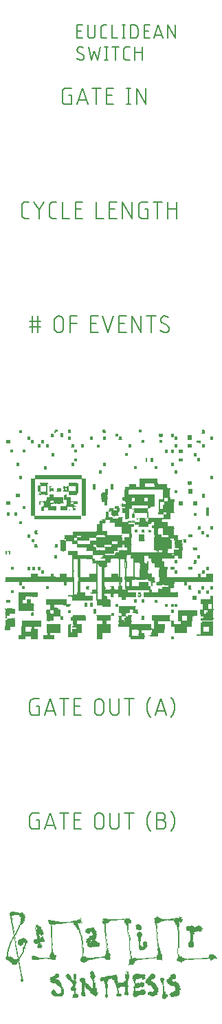
<source format=gbr>
G04 EAGLE Gerber RS-274X export*
G75*
%MOMM*%
%FSLAX34Y34*%
%LPD*%
%INSilkscreen Top*%
%IPPOS*%
%AMOC8*
5,1,8,0,0,1.08239X$1,22.5*%
G01*
%ADD10C,0.152400*%
%ADD11R,0.800000X0.025000*%
%ADD12R,0.850000X0.025000*%
%ADD13R,1.350000X0.025000*%
%ADD14R,0.675000X0.025000*%
%ADD15R,1.750000X0.025000*%
%ADD16R,0.125000X0.025000*%
%ADD17R,0.150000X0.025000*%
%ADD18R,0.175000X0.025000*%
%ADD19R,0.200000X0.025000*%
%ADD20R,0.375000X0.025000*%
%ADD21R,1.850000X0.025000*%
%ADD22R,0.100000X0.025000*%
%ADD23R,1.925000X0.025000*%
%ADD24R,1.125000X0.025000*%
%ADD25R,0.825000X0.025000*%
%ADD26R,1.950000X0.025000*%
%ADD27R,0.950000X0.025000*%
%ADD28R,2.325000X0.025000*%
%ADD29R,1.050000X0.025000*%
%ADD30R,2.300000X0.025000*%
%ADD31R,0.350000X0.025000*%
%ADD32R,0.750000X0.025000*%
%ADD33R,2.275000X0.025000*%
%ADD34R,2.225000X0.025000*%
%ADD35R,0.025000X0.025000*%
%ADD36R,0.975000X0.025000*%
%ADD37R,1.975000X0.025000*%
%ADD38R,0.075000X0.025000*%
%ADD39R,0.050000X0.025000*%
%ADD40R,1.525000X0.025000*%
%ADD41R,0.250000X0.025000*%
%ADD42R,0.275000X0.025000*%
%ADD43R,0.325000X0.025000*%
%ADD44R,1.150000X0.025000*%
%ADD45R,1.725000X0.025000*%
%ADD46R,0.775000X0.025000*%
%ADD47R,1.675000X0.025000*%
%ADD48R,1.550000X0.025000*%
%ADD49R,1.700000X0.025000*%
%ADD50R,1.575000X0.025000*%
%ADD51R,1.175000X0.025000*%
%ADD52R,0.450000X0.025000*%
%ADD53R,0.400000X0.025000*%
%ADD54R,0.550000X0.025000*%
%ADD55R,0.425000X0.025000*%
%ADD56R,0.525000X0.025000*%
%ADD57R,0.500000X0.025000*%
%ADD58R,0.600000X0.025000*%
%ADD59R,1.650000X0.025000*%
%ADD60R,0.625000X0.025000*%
%ADD61R,2.750000X0.025000*%
%ADD62R,1.300000X0.025000*%
%ADD63R,1.325000X0.025000*%
%ADD64R,1.075000X0.025000*%
%ADD65R,3.975000X0.025000*%
%ADD66R,2.150000X0.025000*%
%ADD67R,4.000000X0.025000*%
%ADD68R,2.175000X0.025000*%
%ADD69R,1.100000X0.025000*%
%ADD70R,2.575000X0.025000*%
%ADD71R,1.025000X0.025000*%
%ADD72R,1.400000X0.025000*%
%ADD73R,1.625000X0.025000*%
%ADD74R,0.475000X0.025000*%
%ADD75R,1.600000X0.025000*%
%ADD76R,1.425000X0.025000*%
%ADD77R,0.300000X0.025000*%
%ADD78R,2.000000X0.025000*%
%ADD79R,0.900000X0.025000*%
%ADD80R,0.925000X0.025000*%
%ADD81R,1.825000X0.025000*%
%ADD82R,1.275000X0.025000*%
%ADD83R,0.225000X0.025000*%
%ADD84R,0.725000X0.025000*%
%ADD85R,1.250000X0.025000*%
%ADD86R,1.225000X0.025000*%
%ADD87R,0.575000X0.025000*%
%ADD88R,2.125000X0.025000*%
%ADD89R,2.025000X0.025000*%
%ADD90R,1.500000X0.025000*%
%ADD91R,0.650000X0.025000*%
%ADD92R,0.875000X0.025000*%
%ADD93R,1.375000X0.025000*%
%ADD94R,0.700000X0.025000*%
%ADD95R,2.100000X0.025000*%
%ADD96R,2.075000X0.025000*%
%ADD97R,1.875000X0.025000*%
%ADD98R,1.000000X0.025000*%
%ADD99R,2.975000X0.025000*%
%ADD100R,2.475000X0.025000*%
%ADD101R,1.475000X0.025000*%
%ADD102R,1.775000X0.025000*%
%ADD103R,2.500000X0.025000*%
%ADD104R,4.150000X0.025000*%
%ADD105R,2.650000X0.025000*%
%ADD106R,2.900000X0.025000*%
%ADD107R,3.050000X0.025000*%
%ADD108R,3.250000X0.025000*%
%ADD109R,1.450000X0.025000*%
%ADD110R,4.975000X0.025000*%
%ADD111R,3.175000X0.025000*%
%ADD112R,3.100000X0.025000*%
%ADD113R,3.075000X0.025000*%
%ADD114R,3.125000X0.025000*%
%ADD115R,5.200000X0.025000*%
%ADD116R,8.475000X0.025000*%
%ADD117R,2.450000X0.025000*%
%ADD118R,6.675000X0.025000*%
%ADD119R,1.200000X0.025000*%
%ADD120R,3.650000X0.025000*%
%ADD121R,2.250000X0.025000*%
%ADD122R,3.300000X0.025000*%
%ADD123R,2.950000X0.025000*%
%ADD124R,3.025000X0.025000*%
%ADD125R,3.200000X0.025000*%
%ADD126R,3.000000X0.025000*%
%ADD127R,2.800000X0.025000*%
%ADD128R,2.600000X0.025000*%
%ADD129R,2.850000X0.025000*%
%ADD130R,2.675000X0.025000*%
%ADD131R,2.550000X0.025000*%
%ADD132R,5.325000X0.025000*%
%ADD133R,5.000000X0.025000*%
%ADD134R,6.950000X0.025000*%
%ADD135R,6.975000X0.025000*%
%ADD136R,7.000000X0.025000*%
%ADD137R,7.125000X0.025000*%
%ADD138R,7.025000X0.025000*%
%ADD139R,2.625000X0.025000*%
%ADD140R,6.900000X0.025000*%
%ADD141R,2.200000X0.025000*%
%ADD142R,6.875000X0.025000*%
%ADD143R,6.425000X0.025000*%
%ADD144R,3.400000X0.025000*%
%ADD145R,5.150000X0.025000*%
%ADD146R,3.150000X0.025000*%
%ADD147R,2.925000X0.025000*%
%ADD148R,7.075000X0.025000*%
%ADD149R,5.075000X0.025000*%
%ADD150R,4.300000X0.025000*%
%ADD151R,2.700000X0.025000*%
%ADD152R,2.050000X0.025000*%
%ADD153R,1.900000X0.025000*%
%ADD154R,2.425000X0.025000*%
%ADD155R,2.825000X0.025000*%
%ADD156R,5.725000X0.025000*%
%ADD157R,5.750000X0.025000*%
%ADD158R,3.800000X0.025000*%
%ADD159R,4.025000X0.025000*%
%ADD160R,3.625000X0.025000*%
%ADD161R,3.375000X0.025000*%
%ADD162R,5.575000X0.025000*%
%ADD163R,5.800000X0.025000*%
%ADD164R,3.875000X0.025000*%
%ADD165R,0.240000X0.080000*%
%ADD166R,0.560000X0.080000*%
%ADD167R,0.640000X0.080000*%
%ADD168R,0.400000X0.080000*%
%ADD169R,0.320000X0.080000*%
%ADD170R,0.960000X0.080000*%
%ADD171R,0.160000X0.080000*%
%ADD172R,0.480000X0.080000*%
%ADD173R,0.880000X0.080000*%
%ADD174R,1.200000X0.080000*%
%ADD175R,0.080000X0.080000*%
%ADD176R,0.720000X0.080000*%
%ADD177R,1.040000X0.080000*%
%ADD178R,1.360000X0.080000*%
%ADD179R,1.120000X0.080000*%
%ADD180R,1.280000X0.080000*%
%ADD181R,1.520000X0.080000*%
%ADD182R,1.440000X0.080000*%
%ADD183R,0.800000X0.080000*%
%ADD184R,1.600000X0.080000*%
%ADD185R,2.080000X0.080000*%
%ADD186R,2.000000X0.080000*%
%ADD187R,1.840000X0.080000*%
%ADD188R,2.240000X0.080000*%
%ADD189R,2.320000X0.080000*%
%ADD190R,2.960000X0.080000*%
%ADD191R,2.160000X0.080000*%
%ADD192R,1.920000X0.080000*%
%ADD193R,1.760000X0.080000*%
%ADD194R,3.920000X0.080000*%
%ADD195R,3.440000X0.080000*%
%ADD196R,2.400000X0.080000*%
%ADD197R,1.680000X0.080000*%
%ADD198C,0.177800*%


D10*
X115942Y1252029D02*
X108717Y1252029D01*
X108717Y1268285D01*
X115942Y1268285D01*
X114136Y1261060D02*
X108717Y1261060D01*
X122234Y1256545D02*
X122234Y1268285D01*
X122234Y1256545D02*
X122236Y1256412D01*
X122242Y1256280D01*
X122252Y1256148D01*
X122265Y1256016D01*
X122283Y1255884D01*
X122304Y1255754D01*
X122329Y1255623D01*
X122358Y1255494D01*
X122391Y1255366D01*
X122427Y1255238D01*
X122467Y1255112D01*
X122511Y1254987D01*
X122559Y1254863D01*
X122610Y1254741D01*
X122665Y1254620D01*
X122723Y1254501D01*
X122785Y1254383D01*
X122850Y1254268D01*
X122919Y1254154D01*
X122990Y1254043D01*
X123066Y1253934D01*
X123144Y1253827D01*
X123225Y1253722D01*
X123310Y1253620D01*
X123397Y1253520D01*
X123487Y1253423D01*
X123580Y1253328D01*
X123676Y1253237D01*
X123774Y1253148D01*
X123875Y1253062D01*
X123979Y1252979D01*
X124085Y1252899D01*
X124193Y1252823D01*
X124303Y1252749D01*
X124416Y1252679D01*
X124530Y1252612D01*
X124647Y1252549D01*
X124765Y1252489D01*
X124885Y1252432D01*
X125007Y1252379D01*
X125130Y1252330D01*
X125254Y1252284D01*
X125380Y1252242D01*
X125507Y1252204D01*
X125635Y1252169D01*
X125764Y1252138D01*
X125893Y1252111D01*
X126024Y1252088D01*
X126155Y1252068D01*
X126287Y1252053D01*
X126419Y1252041D01*
X126551Y1252033D01*
X126684Y1252029D01*
X126816Y1252029D01*
X126949Y1252033D01*
X127081Y1252041D01*
X127213Y1252053D01*
X127345Y1252068D01*
X127476Y1252088D01*
X127607Y1252111D01*
X127736Y1252138D01*
X127865Y1252169D01*
X127993Y1252204D01*
X128120Y1252242D01*
X128246Y1252284D01*
X128370Y1252330D01*
X128493Y1252379D01*
X128615Y1252432D01*
X128735Y1252489D01*
X128853Y1252549D01*
X128970Y1252612D01*
X129084Y1252679D01*
X129197Y1252749D01*
X129307Y1252823D01*
X129415Y1252899D01*
X129521Y1252979D01*
X129625Y1253062D01*
X129726Y1253148D01*
X129824Y1253237D01*
X129920Y1253328D01*
X130013Y1253423D01*
X130103Y1253520D01*
X130190Y1253620D01*
X130275Y1253722D01*
X130356Y1253827D01*
X130434Y1253934D01*
X130510Y1254043D01*
X130581Y1254154D01*
X130650Y1254268D01*
X130715Y1254383D01*
X130777Y1254501D01*
X130835Y1254620D01*
X130890Y1254741D01*
X130941Y1254863D01*
X130989Y1254987D01*
X131033Y1255112D01*
X131073Y1255238D01*
X131109Y1255366D01*
X131142Y1255494D01*
X131171Y1255623D01*
X131196Y1255754D01*
X131217Y1255884D01*
X131235Y1256016D01*
X131248Y1256148D01*
X131258Y1256280D01*
X131264Y1256412D01*
X131266Y1256545D01*
X131265Y1256545D02*
X131265Y1268285D01*
X141960Y1252029D02*
X145572Y1252029D01*
X141960Y1252030D02*
X141842Y1252032D01*
X141724Y1252038D01*
X141606Y1252047D01*
X141489Y1252061D01*
X141372Y1252078D01*
X141255Y1252099D01*
X141140Y1252124D01*
X141025Y1252153D01*
X140911Y1252186D01*
X140799Y1252222D01*
X140688Y1252262D01*
X140578Y1252305D01*
X140469Y1252352D01*
X140362Y1252402D01*
X140257Y1252457D01*
X140154Y1252514D01*
X140053Y1252575D01*
X139953Y1252639D01*
X139856Y1252706D01*
X139761Y1252776D01*
X139669Y1252850D01*
X139578Y1252926D01*
X139491Y1253006D01*
X139406Y1253088D01*
X139324Y1253173D01*
X139244Y1253260D01*
X139168Y1253351D01*
X139094Y1253443D01*
X139024Y1253538D01*
X138957Y1253635D01*
X138893Y1253735D01*
X138832Y1253836D01*
X138775Y1253939D01*
X138720Y1254044D01*
X138670Y1254151D01*
X138623Y1254260D01*
X138580Y1254370D01*
X138540Y1254481D01*
X138504Y1254593D01*
X138471Y1254707D01*
X138442Y1254822D01*
X138417Y1254937D01*
X138396Y1255054D01*
X138379Y1255171D01*
X138365Y1255288D01*
X138356Y1255406D01*
X138350Y1255524D01*
X138348Y1255642D01*
X138347Y1255642D02*
X138347Y1264673D01*
X138348Y1264673D02*
X138350Y1264791D01*
X138356Y1264909D01*
X138365Y1265027D01*
X138379Y1265144D01*
X138396Y1265261D01*
X138417Y1265378D01*
X138442Y1265493D01*
X138471Y1265608D01*
X138504Y1265722D01*
X138540Y1265834D01*
X138580Y1265945D01*
X138623Y1266055D01*
X138670Y1266164D01*
X138720Y1266271D01*
X138774Y1266376D01*
X138832Y1266479D01*
X138893Y1266580D01*
X138957Y1266680D01*
X139024Y1266777D01*
X139094Y1266872D01*
X139168Y1266964D01*
X139244Y1267055D01*
X139324Y1267142D01*
X139406Y1267227D01*
X139491Y1267309D01*
X139578Y1267389D01*
X139669Y1267465D01*
X139761Y1267539D01*
X139856Y1267609D01*
X139953Y1267676D01*
X140053Y1267740D01*
X140154Y1267801D01*
X140257Y1267858D01*
X140362Y1267912D01*
X140469Y1267963D01*
X140578Y1268010D01*
X140688Y1268053D01*
X140799Y1268093D01*
X140911Y1268129D01*
X141025Y1268162D01*
X141140Y1268191D01*
X141255Y1268216D01*
X141372Y1268237D01*
X141489Y1268254D01*
X141606Y1268268D01*
X141724Y1268277D01*
X141842Y1268283D01*
X141960Y1268285D01*
X145572Y1268285D01*
X151964Y1268285D02*
X151964Y1252029D01*
X159188Y1252029D01*
X166349Y1252029D02*
X166349Y1268285D01*
X164543Y1252029D02*
X168155Y1252029D01*
X168155Y1268285D02*
X164543Y1268285D01*
X174859Y1268285D02*
X174859Y1252029D01*
X174859Y1268285D02*
X179375Y1268285D01*
X179375Y1268286D02*
X179506Y1268284D01*
X179638Y1268278D01*
X179769Y1268269D01*
X179899Y1268255D01*
X180030Y1268238D01*
X180159Y1268217D01*
X180288Y1268193D01*
X180416Y1268164D01*
X180544Y1268132D01*
X180670Y1268096D01*
X180795Y1268057D01*
X180920Y1268014D01*
X181042Y1267967D01*
X181164Y1267917D01*
X181284Y1267863D01*
X181402Y1267806D01*
X181518Y1267745D01*
X181633Y1267681D01*
X181746Y1267614D01*
X181857Y1267543D01*
X181965Y1267469D01*
X182072Y1267392D01*
X182176Y1267312D01*
X182278Y1267229D01*
X182377Y1267144D01*
X182474Y1267055D01*
X182568Y1266963D01*
X182660Y1266869D01*
X182749Y1266772D01*
X182834Y1266673D01*
X182917Y1266571D01*
X182997Y1266467D01*
X183074Y1266360D01*
X183148Y1266252D01*
X183219Y1266141D01*
X183286Y1266028D01*
X183350Y1265913D01*
X183411Y1265797D01*
X183468Y1265679D01*
X183522Y1265559D01*
X183572Y1265437D01*
X183619Y1265315D01*
X183662Y1265190D01*
X183701Y1265065D01*
X183737Y1264939D01*
X183769Y1264811D01*
X183798Y1264683D01*
X183822Y1264554D01*
X183843Y1264425D01*
X183860Y1264294D01*
X183874Y1264164D01*
X183883Y1264033D01*
X183889Y1263901D01*
X183891Y1263770D01*
X183891Y1256545D01*
X183889Y1256414D01*
X183883Y1256282D01*
X183874Y1256151D01*
X183860Y1256021D01*
X183843Y1255890D01*
X183822Y1255761D01*
X183798Y1255632D01*
X183769Y1255504D01*
X183737Y1255376D01*
X183701Y1255250D01*
X183662Y1255125D01*
X183619Y1255000D01*
X183572Y1254878D01*
X183522Y1254756D01*
X183468Y1254636D01*
X183411Y1254518D01*
X183350Y1254402D01*
X183286Y1254287D01*
X183219Y1254174D01*
X183148Y1254063D01*
X183074Y1253955D01*
X182997Y1253848D01*
X182917Y1253744D01*
X182834Y1253642D01*
X182749Y1253543D01*
X182660Y1253446D01*
X182568Y1253352D01*
X182474Y1253260D01*
X182377Y1253171D01*
X182278Y1253086D01*
X182176Y1253003D01*
X182072Y1252923D01*
X181965Y1252846D01*
X181857Y1252772D01*
X181746Y1252701D01*
X181633Y1252634D01*
X181518Y1252570D01*
X181402Y1252509D01*
X181284Y1252452D01*
X181164Y1252398D01*
X181042Y1252348D01*
X180920Y1252301D01*
X180795Y1252258D01*
X180670Y1252219D01*
X180544Y1252183D01*
X180416Y1252151D01*
X180288Y1252122D01*
X180159Y1252098D01*
X180029Y1252077D01*
X179899Y1252060D01*
X179769Y1252046D01*
X179638Y1252037D01*
X179506Y1252031D01*
X179375Y1252029D01*
X174859Y1252029D01*
X191563Y1252029D02*
X198787Y1252029D01*
X191563Y1252029D02*
X191563Y1268285D01*
X198787Y1268285D01*
X196981Y1261060D02*
X191563Y1261060D01*
X203656Y1252029D02*
X209074Y1268285D01*
X214493Y1252029D01*
X213138Y1256093D02*
X205010Y1256093D01*
X220711Y1252029D02*
X220711Y1268285D01*
X229742Y1252029D01*
X229742Y1268285D01*
X117748Y1228972D02*
X117746Y1228854D01*
X117740Y1228736D01*
X117731Y1228618D01*
X117717Y1228501D01*
X117700Y1228384D01*
X117679Y1228267D01*
X117654Y1228152D01*
X117625Y1228037D01*
X117592Y1227923D01*
X117556Y1227811D01*
X117516Y1227700D01*
X117473Y1227590D01*
X117426Y1227481D01*
X117376Y1227374D01*
X117321Y1227269D01*
X117264Y1227166D01*
X117203Y1227065D01*
X117139Y1226965D01*
X117072Y1226868D01*
X117002Y1226773D01*
X116928Y1226681D01*
X116852Y1226590D01*
X116772Y1226503D01*
X116690Y1226418D01*
X116605Y1226336D01*
X116518Y1226256D01*
X116427Y1226180D01*
X116335Y1226106D01*
X116240Y1226036D01*
X116143Y1225969D01*
X116043Y1225905D01*
X115942Y1225844D01*
X115839Y1225787D01*
X115734Y1225732D01*
X115627Y1225682D01*
X115518Y1225635D01*
X115408Y1225592D01*
X115297Y1225552D01*
X115185Y1225516D01*
X115071Y1225483D01*
X114956Y1225454D01*
X114841Y1225429D01*
X114724Y1225408D01*
X114607Y1225391D01*
X114490Y1225377D01*
X114372Y1225368D01*
X114254Y1225362D01*
X114136Y1225360D01*
X113953Y1225362D01*
X113771Y1225369D01*
X113589Y1225380D01*
X113407Y1225395D01*
X113225Y1225415D01*
X113044Y1225438D01*
X112864Y1225467D01*
X112684Y1225499D01*
X112505Y1225536D01*
X112328Y1225577D01*
X112151Y1225623D01*
X111975Y1225672D01*
X111801Y1225726D01*
X111627Y1225784D01*
X111456Y1225846D01*
X111286Y1225912D01*
X111117Y1225983D01*
X110950Y1226057D01*
X110785Y1226135D01*
X110622Y1226217D01*
X110461Y1226303D01*
X110302Y1226393D01*
X110145Y1226487D01*
X109991Y1226584D01*
X109839Y1226685D01*
X109689Y1226790D01*
X109542Y1226898D01*
X109398Y1227009D01*
X109256Y1227124D01*
X109117Y1227243D01*
X108981Y1227365D01*
X108848Y1227490D01*
X108718Y1227618D01*
X109169Y1238003D02*
X109171Y1238121D01*
X109177Y1238239D01*
X109186Y1238357D01*
X109200Y1238474D01*
X109217Y1238591D01*
X109238Y1238708D01*
X109263Y1238823D01*
X109292Y1238938D01*
X109325Y1239052D01*
X109361Y1239164D01*
X109401Y1239275D01*
X109444Y1239385D01*
X109491Y1239494D01*
X109541Y1239601D01*
X109596Y1239706D01*
X109653Y1239809D01*
X109714Y1239910D01*
X109778Y1240010D01*
X109845Y1240107D01*
X109915Y1240202D01*
X109989Y1240294D01*
X110065Y1240385D01*
X110145Y1240472D01*
X110227Y1240557D01*
X110312Y1240639D01*
X110399Y1240719D01*
X110490Y1240795D01*
X110582Y1240869D01*
X110677Y1240939D01*
X110774Y1241006D01*
X110874Y1241070D01*
X110975Y1241131D01*
X111078Y1241189D01*
X111183Y1241243D01*
X111290Y1241293D01*
X111399Y1241340D01*
X111509Y1241384D01*
X111620Y1241423D01*
X111733Y1241459D01*
X111846Y1241492D01*
X111961Y1241521D01*
X112076Y1241546D01*
X112193Y1241567D01*
X112310Y1241584D01*
X112427Y1241598D01*
X112545Y1241607D01*
X112663Y1241613D01*
X112781Y1241615D01*
X112942Y1241613D01*
X113104Y1241607D01*
X113265Y1241598D01*
X113426Y1241584D01*
X113586Y1241567D01*
X113746Y1241546D01*
X113906Y1241521D01*
X114065Y1241492D01*
X114223Y1241460D01*
X114380Y1241424D01*
X114536Y1241384D01*
X114692Y1241340D01*
X114846Y1241292D01*
X114999Y1241241D01*
X115151Y1241187D01*
X115302Y1241128D01*
X115451Y1241067D01*
X115598Y1241001D01*
X115744Y1240932D01*
X115889Y1240860D01*
X116031Y1240784D01*
X116172Y1240705D01*
X116311Y1240623D01*
X116447Y1240537D01*
X116582Y1240448D01*
X116715Y1240356D01*
X116845Y1240260D01*
X110974Y1234842D02*
X110873Y1234904D01*
X110773Y1234969D01*
X110676Y1235038D01*
X110581Y1235110D01*
X110488Y1235184D01*
X110398Y1235262D01*
X110310Y1235343D01*
X110225Y1235426D01*
X110143Y1235512D01*
X110064Y1235601D01*
X109987Y1235692D01*
X109914Y1235786D01*
X109843Y1235882D01*
X109776Y1235980D01*
X109712Y1236080D01*
X109651Y1236183D01*
X109594Y1236287D01*
X109540Y1236393D01*
X109490Y1236501D01*
X109443Y1236610D01*
X109399Y1236721D01*
X109359Y1236833D01*
X109323Y1236947D01*
X109291Y1237061D01*
X109262Y1237177D01*
X109237Y1237293D01*
X109216Y1237410D01*
X109199Y1237528D01*
X109185Y1237646D01*
X109176Y1237765D01*
X109170Y1237884D01*
X109168Y1238003D01*
X115942Y1232133D02*
X116043Y1232071D01*
X116143Y1232006D01*
X116240Y1231937D01*
X116335Y1231865D01*
X116428Y1231791D01*
X116518Y1231713D01*
X116606Y1231632D01*
X116691Y1231549D01*
X116773Y1231463D01*
X116852Y1231374D01*
X116929Y1231283D01*
X117002Y1231189D01*
X117073Y1231093D01*
X117140Y1230995D01*
X117204Y1230895D01*
X117265Y1230792D01*
X117322Y1230688D01*
X117376Y1230582D01*
X117426Y1230474D01*
X117473Y1230365D01*
X117517Y1230254D01*
X117557Y1230142D01*
X117593Y1230028D01*
X117625Y1229914D01*
X117654Y1229798D01*
X117679Y1229682D01*
X117700Y1229565D01*
X117717Y1229447D01*
X117731Y1229329D01*
X117740Y1229210D01*
X117746Y1229091D01*
X117748Y1228972D01*
X115942Y1232133D02*
X110975Y1234842D01*
X123202Y1241615D02*
X126815Y1225359D01*
X130427Y1236197D01*
X134039Y1225359D01*
X137652Y1241615D01*
X145016Y1241615D02*
X145016Y1225359D01*
X143210Y1225359D02*
X146822Y1225359D01*
X146822Y1241615D02*
X143210Y1241615D01*
X156479Y1241615D02*
X156479Y1225359D01*
X151963Y1241615D02*
X160995Y1241615D01*
X170126Y1225359D02*
X173738Y1225359D01*
X170126Y1225360D02*
X170008Y1225362D01*
X169890Y1225368D01*
X169772Y1225377D01*
X169655Y1225391D01*
X169538Y1225408D01*
X169421Y1225429D01*
X169306Y1225454D01*
X169191Y1225483D01*
X169077Y1225516D01*
X168965Y1225552D01*
X168854Y1225592D01*
X168744Y1225635D01*
X168635Y1225682D01*
X168528Y1225732D01*
X168423Y1225787D01*
X168320Y1225844D01*
X168219Y1225905D01*
X168119Y1225969D01*
X168022Y1226036D01*
X167927Y1226106D01*
X167835Y1226180D01*
X167744Y1226256D01*
X167657Y1226336D01*
X167572Y1226418D01*
X167490Y1226503D01*
X167410Y1226590D01*
X167334Y1226681D01*
X167260Y1226773D01*
X167190Y1226868D01*
X167123Y1226965D01*
X167059Y1227065D01*
X166998Y1227166D01*
X166941Y1227269D01*
X166886Y1227374D01*
X166836Y1227481D01*
X166789Y1227590D01*
X166746Y1227700D01*
X166706Y1227811D01*
X166670Y1227923D01*
X166637Y1228037D01*
X166608Y1228152D01*
X166583Y1228267D01*
X166562Y1228384D01*
X166545Y1228501D01*
X166531Y1228618D01*
X166522Y1228736D01*
X166516Y1228854D01*
X166514Y1228972D01*
X166513Y1228972D02*
X166513Y1238003D01*
X166514Y1238003D02*
X166516Y1238121D01*
X166522Y1238239D01*
X166531Y1238357D01*
X166545Y1238474D01*
X166562Y1238591D01*
X166583Y1238708D01*
X166608Y1238823D01*
X166637Y1238938D01*
X166670Y1239052D01*
X166706Y1239164D01*
X166746Y1239275D01*
X166789Y1239385D01*
X166836Y1239494D01*
X166886Y1239601D01*
X166940Y1239706D01*
X166998Y1239809D01*
X167059Y1239910D01*
X167123Y1240010D01*
X167190Y1240107D01*
X167260Y1240202D01*
X167334Y1240294D01*
X167410Y1240385D01*
X167490Y1240472D01*
X167572Y1240557D01*
X167657Y1240639D01*
X167744Y1240719D01*
X167835Y1240795D01*
X167927Y1240869D01*
X168022Y1240939D01*
X168119Y1241006D01*
X168219Y1241070D01*
X168320Y1241131D01*
X168423Y1241188D01*
X168528Y1241242D01*
X168635Y1241293D01*
X168744Y1241340D01*
X168854Y1241383D01*
X168965Y1241423D01*
X169077Y1241459D01*
X169191Y1241492D01*
X169306Y1241521D01*
X169421Y1241546D01*
X169538Y1241567D01*
X169655Y1241584D01*
X169772Y1241598D01*
X169890Y1241607D01*
X170008Y1241613D01*
X170126Y1241615D01*
X173738Y1241615D01*
X180100Y1241615D02*
X180100Y1225359D01*
X180100Y1234390D02*
X189131Y1234390D01*
X189131Y1241615D02*
X189131Y1225359D01*
D11*
X41375Y514500D03*
D12*
X56375Y514500D03*
D13*
X74125Y514500D03*
D14*
X136750Y514500D03*
D15*
X183625Y514500D03*
D16*
X225500Y514500D03*
D17*
X227625Y514500D03*
D11*
X41375Y514750D03*
D12*
X56375Y514750D03*
D13*
X74125Y514750D03*
D14*
X136750Y514750D03*
D15*
X183625Y514750D03*
D17*
X225625Y514750D03*
D18*
X227500Y514750D03*
D11*
X41375Y515000D03*
D12*
X56375Y515000D03*
D13*
X74125Y515000D03*
D14*
X136750Y515000D03*
D15*
X183625Y515000D03*
D17*
X225625Y515000D03*
D18*
X227500Y515000D03*
D11*
X41375Y515250D03*
D12*
X56375Y515250D03*
D13*
X74125Y515250D03*
D14*
X136750Y515250D03*
D15*
X183625Y515250D03*
D17*
X225625Y515250D03*
D19*
X227625Y515250D03*
D11*
X41375Y515500D03*
D12*
X56375Y515500D03*
D13*
X74125Y515500D03*
D14*
X136750Y515500D03*
D15*
X183625Y515500D03*
D17*
X225625Y515500D03*
D19*
X227625Y515500D03*
D11*
X41375Y515750D03*
D12*
X56375Y515750D03*
D13*
X74125Y515750D03*
D14*
X136750Y515750D03*
D15*
X183625Y515750D03*
D20*
X226750Y515750D03*
D11*
X41375Y516000D03*
D12*
X56375Y516000D03*
D13*
X74125Y516000D03*
D14*
X136750Y516000D03*
D15*
X183625Y516000D03*
D20*
X226750Y516000D03*
D11*
X41375Y516250D03*
D12*
X56375Y516250D03*
D13*
X74125Y516250D03*
D14*
X136750Y516250D03*
D15*
X183625Y516250D03*
D20*
X226750Y516250D03*
D11*
X41375Y516500D03*
D12*
X56375Y516500D03*
D13*
X74125Y516500D03*
D14*
X136750Y516500D03*
D21*
X183125Y516500D03*
D22*
X225625Y516500D03*
D16*
X227750Y516500D03*
D11*
X41375Y516750D03*
D12*
X56375Y516750D03*
D13*
X74125Y516750D03*
D14*
X136750Y516750D03*
D23*
X182750Y516750D03*
D11*
X41375Y517000D03*
D12*
X56375Y517000D03*
D13*
X74125Y517000D03*
D24*
X103750Y517000D03*
D14*
X136750Y517000D03*
D23*
X182750Y517000D03*
D25*
X41500Y517250D03*
D12*
X56375Y517250D03*
D13*
X74125Y517250D03*
D24*
X103750Y517250D03*
D14*
X136750Y517250D03*
D26*
X182625Y517250D03*
D27*
X203875Y517250D03*
D28*
X49000Y517500D03*
D13*
X74125Y517500D03*
D24*
X103750Y517500D03*
D14*
X136750Y517500D03*
D26*
X182625Y517500D03*
D29*
X203375Y517500D03*
D28*
X49000Y517750D03*
D13*
X74125Y517750D03*
D24*
X103750Y517750D03*
D14*
X136750Y517750D03*
D23*
X182750Y517750D03*
D29*
X203375Y517750D03*
D30*
X49125Y518000D03*
D13*
X74125Y518000D03*
D24*
X103750Y518000D03*
D14*
X136750Y518000D03*
D31*
X174875Y518000D03*
D32*
X188625Y518000D03*
D29*
X203375Y518000D03*
D33*
X49250Y518250D03*
D13*
X74125Y518250D03*
D24*
X103750Y518250D03*
D14*
X136750Y518250D03*
D31*
X174875Y518250D03*
D32*
X188625Y518250D03*
D29*
X203375Y518250D03*
D34*
X49500Y518500D03*
D13*
X74125Y518500D03*
D24*
X103750Y518500D03*
D14*
X136750Y518500D03*
D31*
X174875Y518500D03*
D32*
X188625Y518500D03*
D35*
X198250Y518500D03*
D36*
X203750Y518500D03*
D37*
X266750Y518500D03*
D38*
X39500Y518750D03*
D35*
X40250Y518750D03*
D37*
X50750Y518750D03*
D25*
X76250Y518750D03*
D24*
X103750Y518750D03*
D14*
X136750Y518750D03*
D31*
X174875Y518750D03*
D32*
X188625Y518750D03*
D35*
X199500Y518750D03*
D25*
X204500Y518750D03*
D37*
X266750Y518750D03*
X50750Y519000D03*
D20*
X74250Y519000D03*
D24*
X103750Y519000D03*
D14*
X136750Y519000D03*
D31*
X174875Y519000D03*
D38*
X185250Y519000D03*
D39*
X186375Y519000D03*
X187125Y519000D03*
D35*
X188000Y519000D03*
D20*
X190500Y519000D03*
D25*
X204500Y519000D03*
D37*
X266750Y519000D03*
X50750Y519250D03*
D31*
X74375Y519250D03*
D24*
X103750Y519250D03*
D14*
X136750Y519250D03*
D31*
X174875Y519250D03*
D18*
X185750Y519250D03*
D38*
X187250Y519250D03*
D20*
X190500Y519250D03*
D25*
X204500Y519250D03*
D37*
X266750Y519250D03*
D26*
X50875Y519500D03*
D31*
X74375Y519500D03*
D24*
X103750Y519500D03*
D14*
X136750Y519500D03*
D31*
X174875Y519500D03*
D18*
X185750Y519500D03*
D17*
X187625Y519500D03*
D20*
X190500Y519500D03*
D25*
X204500Y519500D03*
D40*
X269000Y519500D03*
D26*
X50875Y519750D03*
D31*
X74375Y519750D03*
D24*
X103750Y519750D03*
D14*
X136750Y519750D03*
D31*
X174875Y519750D03*
D35*
X185000Y519750D03*
D41*
X186875Y519750D03*
D20*
X190500Y519750D03*
D25*
X204500Y519750D03*
D40*
X269000Y519750D03*
D26*
X50875Y520000D03*
D31*
X74375Y520000D03*
D24*
X103750Y520000D03*
D14*
X136750Y520000D03*
D31*
X174875Y520000D03*
D35*
X185000Y520000D03*
D39*
X185625Y520000D03*
D19*
X187125Y520000D03*
D20*
X190500Y520000D03*
D12*
X204375Y520000D03*
D40*
X269000Y520000D03*
D26*
X50875Y520250D03*
D31*
X74375Y520250D03*
D24*
X103750Y520250D03*
D14*
X136750Y520250D03*
D31*
X174875Y520250D03*
D35*
X185000Y520250D03*
D42*
X186750Y520250D03*
D20*
X190500Y520250D03*
D12*
X204375Y520250D03*
D40*
X269000Y520250D03*
D26*
X50875Y520500D03*
D31*
X74375Y520500D03*
D24*
X103750Y520500D03*
D14*
X136750Y520500D03*
D31*
X174875Y520500D03*
D43*
X186500Y520500D03*
D20*
X190500Y520500D03*
D12*
X204375Y520500D03*
D40*
X269000Y520500D03*
D26*
X50875Y520750D03*
D31*
X74375Y520750D03*
D24*
X103750Y520750D03*
D14*
X136750Y520750D03*
D31*
X174875Y520750D03*
D43*
X186500Y520750D03*
D20*
X190500Y520750D03*
D25*
X204500Y520750D03*
D40*
X269000Y520750D03*
D26*
X50875Y521000D03*
D31*
X74375Y521000D03*
D24*
X103750Y521000D03*
D14*
X136750Y521000D03*
D31*
X174875Y521000D03*
D43*
X186500Y521000D03*
D20*
X190500Y521000D03*
D25*
X204500Y521000D03*
D40*
X269000Y521000D03*
D26*
X50875Y521250D03*
D31*
X74375Y521250D03*
D24*
X103750Y521250D03*
D14*
X136750Y521250D03*
D31*
X174875Y521250D03*
D43*
X186500Y521250D03*
D20*
X190500Y521250D03*
D25*
X204500Y521250D03*
D40*
X269000Y521250D03*
D26*
X50875Y521500D03*
D20*
X74250Y521500D03*
D44*
X103875Y521500D03*
D45*
X142000Y521500D03*
D31*
X174875Y521500D03*
D43*
X186500Y521500D03*
D46*
X204750Y521500D03*
D40*
X269000Y521500D03*
D26*
X50875Y521750D03*
D47*
X80000Y521750D03*
X106500Y521750D03*
D45*
X142000Y521750D03*
D31*
X174875Y521750D03*
D41*
X186125Y521750D03*
D35*
X188000Y521750D03*
D48*
X208875Y521750D03*
X236625Y521750D03*
D40*
X269000Y521750D03*
D26*
X50875Y522000D03*
D49*
X79875Y522000D03*
D47*
X106500Y522000D03*
D45*
X142000Y522000D03*
D31*
X174875Y522000D03*
D43*
X186500Y522000D03*
D50*
X209000Y522000D03*
D48*
X236625Y522000D03*
D40*
X269000Y522000D03*
D26*
X50875Y522250D03*
D49*
X79875Y522250D03*
D20*
X100000Y522250D03*
D51*
X109000Y522250D03*
D45*
X142000Y522250D03*
D31*
X174875Y522250D03*
D43*
X186500Y522250D03*
D50*
X209000Y522250D03*
D48*
X236625Y522250D03*
D40*
X269000Y522250D03*
D26*
X50875Y522500D03*
D49*
X79875Y522500D03*
D20*
X100000Y522500D03*
D51*
X109000Y522500D03*
D45*
X142000Y522500D03*
D31*
X174875Y522500D03*
D43*
X186500Y522500D03*
D50*
X209000Y522500D03*
D48*
X236625Y522500D03*
D40*
X269000Y522500D03*
D52*
X43375Y522750D03*
D12*
X56375Y522750D03*
D49*
X79875Y522750D03*
D20*
X100000Y522750D03*
D51*
X109000Y522750D03*
D45*
X142000Y522750D03*
D20*
X174750Y522750D03*
D43*
X186500Y522750D03*
D50*
X209000Y522750D03*
D48*
X236625Y522750D03*
D53*
X263375Y522750D03*
D54*
X273875Y522750D03*
D55*
X43250Y523000D03*
D12*
X56375Y523000D03*
D49*
X79875Y523000D03*
D20*
X100000Y523000D03*
D51*
X109000Y523000D03*
D45*
X142000Y523000D03*
D20*
X174750Y523000D03*
D43*
X186500Y523000D03*
D50*
X209000Y523000D03*
D48*
X236625Y523000D03*
D20*
X263250Y523000D03*
D56*
X273750Y523000D03*
D55*
X43250Y523250D03*
D25*
X56500Y523250D03*
D49*
X79875Y523250D03*
D20*
X100000Y523250D03*
D51*
X109000Y523250D03*
D45*
X142000Y523250D03*
D31*
X174875Y523250D03*
D43*
X186500Y523250D03*
D50*
X209000Y523250D03*
D48*
X236625Y523250D03*
D20*
X263250Y523250D03*
D56*
X273750Y523250D03*
D55*
X43250Y523500D03*
D25*
X56500Y523500D03*
D49*
X79875Y523500D03*
D20*
X100000Y523500D03*
D51*
X109000Y523500D03*
D45*
X142000Y523500D03*
D31*
X174875Y523500D03*
X186625Y523500D03*
D50*
X209000Y523500D03*
D48*
X236625Y523500D03*
D20*
X263250Y523500D03*
D57*
X273625Y523500D03*
D55*
X43250Y523750D03*
D25*
X56500Y523750D03*
D49*
X79875Y523750D03*
D20*
X100000Y523750D03*
D51*
X109000Y523750D03*
D45*
X142000Y523750D03*
D31*
X174875Y523750D03*
D43*
X186500Y523750D03*
D50*
X209000Y523750D03*
D48*
X236625Y523750D03*
D20*
X263250Y523750D03*
D57*
X273625Y523750D03*
D55*
X43250Y524000D03*
D25*
X56500Y524000D03*
D49*
X79875Y524000D03*
D20*
X100000Y524000D03*
D51*
X109000Y524000D03*
D45*
X142000Y524000D03*
D31*
X174875Y524000D03*
D43*
X186500Y524000D03*
D50*
X209000Y524000D03*
D48*
X236625Y524000D03*
D20*
X263250Y524000D03*
D57*
X273625Y524000D03*
D55*
X43250Y524250D03*
D25*
X56500Y524250D03*
D49*
X79875Y524250D03*
D20*
X100000Y524250D03*
D51*
X109000Y524250D03*
D45*
X142000Y524250D03*
D31*
X174875Y524250D03*
D43*
X186500Y524250D03*
D50*
X209000Y524250D03*
D48*
X236625Y524250D03*
D20*
X263250Y524250D03*
D57*
X273625Y524250D03*
D55*
X43250Y524500D03*
D25*
X56500Y524500D03*
D49*
X79875Y524500D03*
D20*
X100000Y524500D03*
D51*
X109000Y524500D03*
D45*
X142000Y524500D03*
D20*
X174750Y524500D03*
D31*
X186625Y524500D03*
D50*
X209000Y524500D03*
D48*
X236625Y524500D03*
D20*
X263250Y524500D03*
D57*
X273625Y524500D03*
D55*
X43250Y524750D03*
D25*
X56500Y524750D03*
D49*
X79875Y524750D03*
D20*
X100000Y524750D03*
D51*
X109000Y524750D03*
D45*
X142000Y524750D03*
D20*
X174750Y524750D03*
D31*
X186625Y524750D03*
D50*
X209000Y524750D03*
D48*
X236625Y524750D03*
D20*
X263250Y524750D03*
D57*
X273625Y524750D03*
D55*
X43250Y525000D03*
D25*
X56500Y525000D03*
D49*
X79875Y525000D03*
D20*
X100000Y525000D03*
D51*
X109000Y525000D03*
D45*
X142000Y525000D03*
D20*
X174750Y525000D03*
D31*
X186625Y525000D03*
D50*
X209000Y525000D03*
D48*
X236625Y525000D03*
D20*
X263250Y525000D03*
D57*
X273625Y525000D03*
D55*
X43250Y525250D03*
D25*
X56500Y525250D03*
D49*
X79875Y525250D03*
D20*
X100000Y525250D03*
D51*
X109000Y525250D03*
D45*
X142000Y525250D03*
D20*
X174750Y525250D03*
X186500Y525250D03*
D50*
X209000Y525250D03*
D48*
X236625Y525250D03*
D20*
X263250Y525250D03*
D57*
X273625Y525250D03*
D58*
X23625Y525500D03*
D55*
X43250Y525500D03*
D25*
X56500Y525500D03*
D49*
X79875Y525500D03*
D20*
X100000Y525500D03*
D51*
X109000Y525500D03*
D45*
X142000Y525500D03*
D20*
X174750Y525500D03*
D35*
X178750Y525500D03*
D59*
X192125Y525500D03*
D50*
X209000Y525500D03*
D48*
X236625Y525500D03*
D20*
X263250Y525500D03*
D57*
X273625Y525500D03*
D60*
X23750Y525750D03*
D55*
X43250Y525750D03*
D25*
X56500Y525750D03*
D49*
X79875Y525750D03*
D20*
X100000Y525750D03*
D51*
X109000Y525750D03*
D45*
X142000Y525750D03*
D32*
X176625Y525750D03*
D39*
X180875Y525750D03*
D50*
X192500Y525750D03*
X209000Y525750D03*
D48*
X236625Y525750D03*
D20*
X263250Y525750D03*
D57*
X273625Y525750D03*
D60*
X23750Y526000D03*
D55*
X43250Y526000D03*
D53*
X54375Y526000D03*
D49*
X79875Y526000D03*
D20*
X100000Y526000D03*
D51*
X109000Y526000D03*
D45*
X142000Y526000D03*
D61*
X186625Y526000D03*
D50*
X209000Y526000D03*
D48*
X236625Y526000D03*
D20*
X263250Y526000D03*
D57*
X273625Y526000D03*
D60*
X23750Y526250D03*
D55*
X43250Y526250D03*
D53*
X54375Y526250D03*
D49*
X79875Y526250D03*
D20*
X100000Y526250D03*
D51*
X109000Y526250D03*
D45*
X142000Y526250D03*
D61*
X186625Y526250D03*
D22*
X201625Y526250D03*
D62*
X210375Y526250D03*
D48*
X236625Y526250D03*
D20*
X263250Y526250D03*
D57*
X273625Y526250D03*
D58*
X23625Y526500D03*
D55*
X43250Y526500D03*
D53*
X54375Y526500D03*
D49*
X79875Y526500D03*
D20*
X100000Y526500D03*
D14*
X111500Y526500D03*
D45*
X142000Y526500D03*
D61*
X186625Y526500D03*
D22*
X201625Y526500D03*
D63*
X210250Y526500D03*
D48*
X236625Y526500D03*
D20*
X263250Y526500D03*
D57*
X273625Y526500D03*
D58*
X23625Y526750D03*
D55*
X43250Y526750D03*
D53*
X54375Y526750D03*
D49*
X79875Y526750D03*
D20*
X100000Y526750D03*
D14*
X111500Y526750D03*
D45*
X142000Y526750D03*
D61*
X186625Y526750D03*
D22*
X201625Y526750D03*
D63*
X210250Y526750D03*
D48*
X236625Y526750D03*
D20*
X263250Y526750D03*
D57*
X273625Y526750D03*
D60*
X23750Y527000D03*
D55*
X43250Y527000D03*
D53*
X54375Y527000D03*
D49*
X79875Y527000D03*
D20*
X100000Y527000D03*
D14*
X111500Y527000D03*
D45*
X142000Y527000D03*
D61*
X186625Y527000D03*
D62*
X210375Y527000D03*
D48*
X236625Y527000D03*
D20*
X263250Y527000D03*
D57*
X273625Y527000D03*
D58*
X23625Y527250D03*
D55*
X43250Y527250D03*
D53*
X54375Y527250D03*
D49*
X79875Y527250D03*
D20*
X100000Y527250D03*
D14*
X111500Y527250D03*
D45*
X142000Y527250D03*
D61*
X186625Y527250D03*
D62*
X210375Y527250D03*
D48*
X236625Y527250D03*
D20*
X263250Y527250D03*
D57*
X273625Y527250D03*
D58*
X23625Y527500D03*
D55*
X43250Y527500D03*
D53*
X54375Y527500D03*
D49*
X79875Y527500D03*
D20*
X100000Y527500D03*
D14*
X111500Y527500D03*
D45*
X142000Y527500D03*
D61*
X186625Y527500D03*
D62*
X210375Y527500D03*
D48*
X236625Y527500D03*
D20*
X263250Y527500D03*
D56*
X273750Y527500D03*
D58*
X23625Y527750D03*
D55*
X43250Y527750D03*
D53*
X54375Y527750D03*
D49*
X79875Y527750D03*
D20*
X100000Y527750D03*
D14*
X111500Y527750D03*
D45*
X142000Y527750D03*
D61*
X186625Y527750D03*
D62*
X210375Y527750D03*
D48*
X236625Y527750D03*
D20*
X263250Y527750D03*
D56*
X273750Y527750D03*
D58*
X23625Y528000D03*
D55*
X43250Y528000D03*
D53*
X54375Y528000D03*
D49*
X79875Y528000D03*
D20*
X100000Y528000D03*
D14*
X111500Y528000D03*
D45*
X142000Y528000D03*
D61*
X186625Y528000D03*
D62*
X210375Y528000D03*
D48*
X236625Y528000D03*
D20*
X263250Y528000D03*
D54*
X273875Y528000D03*
D58*
X23625Y528250D03*
D55*
X43250Y528250D03*
D53*
X54375Y528250D03*
D49*
X79875Y528250D03*
D20*
X100000Y528250D03*
D14*
X111500Y528250D03*
D45*
X142000Y528250D03*
D61*
X186625Y528250D03*
D62*
X210375Y528250D03*
D48*
X236625Y528250D03*
D20*
X263250Y528250D03*
D54*
X273875Y528250D03*
D58*
X23625Y528500D03*
D55*
X43250Y528500D03*
D53*
X54375Y528500D03*
D49*
X79875Y528500D03*
D20*
X100000Y528500D03*
D14*
X111500Y528500D03*
D45*
X142000Y528500D03*
D61*
X186625Y528500D03*
D62*
X210375Y528500D03*
D48*
X236625Y528500D03*
D20*
X263250Y528500D03*
D54*
X273875Y528500D03*
D58*
X23625Y528750D03*
D55*
X43250Y528750D03*
D53*
X54375Y528750D03*
D49*
X79875Y528750D03*
D20*
X100000Y528750D03*
D24*
X109250Y528750D03*
D45*
X142000Y528750D03*
D61*
X186625Y528750D03*
D62*
X210375Y528750D03*
D48*
X236625Y528750D03*
D20*
X263250Y528750D03*
D54*
X273875Y528750D03*
D58*
X23625Y529000D03*
D55*
X43250Y529000D03*
D53*
X54375Y529000D03*
D49*
X79875Y529000D03*
D20*
X100000Y529000D03*
D24*
X109250Y529000D03*
D45*
X142000Y529000D03*
D61*
X186625Y529000D03*
D62*
X210375Y529000D03*
D48*
X236625Y529000D03*
D20*
X263250Y529000D03*
D54*
X273875Y529000D03*
D58*
X23625Y529250D03*
D52*
X43375Y529250D03*
D55*
X54250Y529250D03*
D49*
X79875Y529250D03*
D20*
X100000Y529250D03*
D64*
X109500Y529250D03*
D45*
X142000Y529250D03*
D61*
X186625Y529250D03*
D62*
X210375Y529250D03*
D50*
X236750Y529250D03*
D20*
X263250Y529250D03*
D54*
X273875Y529250D03*
D60*
X23750Y529500D03*
D48*
X48875Y529500D03*
D49*
X79875Y529500D03*
D20*
X100000Y529500D03*
D64*
X109500Y529500D03*
D45*
X142000Y529500D03*
D65*
X180500Y529500D03*
D62*
X210375Y529500D03*
D41*
X227125Y529500D03*
D66*
X239625Y529500D03*
D20*
X263250Y529500D03*
D54*
X273875Y529500D03*
D51*
X26500Y529750D03*
D28*
X52750Y529750D03*
D49*
X79875Y529750D03*
D20*
X100000Y529750D03*
D64*
X109500Y529750D03*
D45*
X142000Y529750D03*
D67*
X180375Y529750D03*
D62*
X210375Y529750D03*
D20*
X226500Y529750D03*
D68*
X239500Y529750D03*
D40*
X269000Y529750D03*
D51*
X26500Y530000D03*
D28*
X52750Y530000D03*
D49*
X79875Y530000D03*
D20*
X100000Y530000D03*
D69*
X109375Y530000D03*
D45*
X142000Y530000D03*
D67*
X180375Y530000D03*
D62*
X210375Y530000D03*
D20*
X226500Y530000D03*
D68*
X239500Y530000D03*
D40*
X269000Y530000D03*
D51*
X26500Y530250D03*
D28*
X52750Y530250D03*
D49*
X79875Y530250D03*
D20*
X100000Y530250D03*
D69*
X109375Y530250D03*
D45*
X142000Y530250D03*
D67*
X180375Y530250D03*
D62*
X210375Y530250D03*
D20*
X226500Y530250D03*
D68*
X239500Y530250D03*
D40*
X269000Y530250D03*
D51*
X26500Y530500D03*
D28*
X52750Y530500D03*
D49*
X79875Y530500D03*
D20*
X100000Y530500D03*
D69*
X109375Y530500D03*
D45*
X142000Y530500D03*
D67*
X180375Y530500D03*
D62*
X210375Y530500D03*
D20*
X226500Y530500D03*
D68*
X239500Y530500D03*
D40*
X269000Y530500D03*
D51*
X26500Y530750D03*
D28*
X52750Y530750D03*
D49*
X79875Y530750D03*
D20*
X100000Y530750D03*
D64*
X109500Y530750D03*
D45*
X142000Y530750D03*
D67*
X180375Y530750D03*
D62*
X210375Y530750D03*
D70*
X237500Y530750D03*
D40*
X269000Y530750D03*
D51*
X26500Y531000D03*
D28*
X52750Y531000D03*
D47*
X80000Y531000D03*
D20*
X100000Y531000D03*
D64*
X109500Y531000D03*
D45*
X142000Y531000D03*
D67*
X180375Y531000D03*
D62*
X210375Y531000D03*
D70*
X237500Y531000D03*
D40*
X269000Y531000D03*
D51*
X26500Y531250D03*
D28*
X52750Y531250D03*
D47*
X80000Y531250D03*
D20*
X100000Y531250D03*
D64*
X109500Y531250D03*
D15*
X141875Y531250D03*
D67*
X180375Y531250D03*
D62*
X210375Y531250D03*
D70*
X237500Y531250D03*
D40*
X269000Y531250D03*
D51*
X26500Y531500D03*
D28*
X52750Y531500D03*
D49*
X79875Y531500D03*
D19*
X100875Y531500D03*
D64*
X109500Y531500D03*
D15*
X141875Y531500D03*
D67*
X180375Y531500D03*
D62*
X210375Y531500D03*
D53*
X226625Y531500D03*
D66*
X239625Y531500D03*
D40*
X269000Y531500D03*
D51*
X26500Y531750D03*
D28*
X52750Y531750D03*
D18*
X101000Y531750D03*
D57*
X106625Y531750D03*
D71*
X145500Y531750D03*
D67*
X180375Y531750D03*
D57*
X206375Y531750D03*
D20*
X226500Y531750D03*
D72*
X243375Y531750D03*
D40*
X269000Y531750D03*
D51*
X26500Y532000D03*
D28*
X52750Y532000D03*
D22*
X100625Y532000D03*
D57*
X106625Y532000D03*
D55*
X142500Y532000D03*
D73*
X168500Y532000D03*
D57*
X206375Y532000D03*
D20*
X226500Y532000D03*
D72*
X243375Y532000D03*
D40*
X269000Y532000D03*
D51*
X26500Y532250D03*
D28*
X52750Y532250D03*
D74*
X106500Y532250D03*
D55*
X142500Y532250D03*
D75*
X168375Y532250D03*
D57*
X206375Y532250D03*
D20*
X226500Y532250D03*
D72*
X243375Y532250D03*
D40*
X269000Y532250D03*
D51*
X26500Y532500D03*
D28*
X52750Y532500D03*
D57*
X106625Y532500D03*
D55*
X142500Y532500D03*
D75*
X168375Y532500D03*
D57*
X206375Y532500D03*
D20*
X226500Y532500D03*
D72*
X243375Y532500D03*
D40*
X269000Y532500D03*
D51*
X26500Y532750D03*
D28*
X52750Y532750D03*
D57*
X106625Y532750D03*
D55*
X142500Y532750D03*
D75*
X168375Y532750D03*
D57*
X206375Y532750D03*
D20*
X226500Y532750D03*
D72*
X243375Y532750D03*
D40*
X269000Y532750D03*
D51*
X26500Y533000D03*
D28*
X52750Y533000D03*
D57*
X106625Y533000D03*
D55*
X142500Y533000D03*
D75*
X168375Y533000D03*
D57*
X206375Y533000D03*
D20*
X226500Y533000D03*
D72*
X243375Y533000D03*
D40*
X269000Y533000D03*
D51*
X26500Y533250D03*
D28*
X52750Y533250D03*
D57*
X106625Y533250D03*
D55*
X142500Y533250D03*
D75*
X168375Y533250D03*
D57*
X206375Y533250D03*
D20*
X226500Y533250D03*
D72*
X243375Y533250D03*
D40*
X269000Y533250D03*
D51*
X26500Y533500D03*
D28*
X52750Y533500D03*
D57*
X106625Y533500D03*
D55*
X142500Y533500D03*
D75*
X168375Y533500D03*
D57*
X206375Y533500D03*
D20*
X226500Y533500D03*
D72*
X243375Y533500D03*
D40*
X269000Y533500D03*
D51*
X26500Y533750D03*
D28*
X52750Y533750D03*
D57*
X106625Y533750D03*
D55*
X142500Y533750D03*
D75*
X168375Y533750D03*
D57*
X206375Y533750D03*
D20*
X226500Y533750D03*
D72*
X243375Y533750D03*
D40*
X269000Y533750D03*
D51*
X26500Y534000D03*
D28*
X52750Y534000D03*
D57*
X106625Y534000D03*
D55*
X142500Y534000D03*
D75*
X168375Y534000D03*
D57*
X206375Y534000D03*
D20*
X226500Y534000D03*
D72*
X243375Y534000D03*
D76*
X269500Y534000D03*
D51*
X26500Y534250D03*
D28*
X52750Y534250D03*
D57*
X106625Y534250D03*
D55*
X142500Y534250D03*
D75*
X168375Y534250D03*
D57*
X206375Y534250D03*
D20*
X226500Y534250D03*
D72*
X243375Y534250D03*
D62*
X270125Y534250D03*
D51*
X26500Y534500D03*
D28*
X52750Y534500D03*
D57*
X106625Y534500D03*
D55*
X142500Y534500D03*
D75*
X168375Y534500D03*
D57*
X206375Y534500D03*
D20*
X226500Y534500D03*
D72*
X243375Y534500D03*
D62*
X270125Y534500D03*
D51*
X26500Y534750D03*
D28*
X52750Y534750D03*
D57*
X106625Y534750D03*
D55*
X142500Y534750D03*
D75*
X168375Y534750D03*
D57*
X206375Y534750D03*
D20*
X226500Y534750D03*
D72*
X243375Y534750D03*
D62*
X270125Y534750D03*
D51*
X26500Y535000D03*
D28*
X52750Y535000D03*
D74*
X106500Y535000D03*
D55*
X142500Y535000D03*
D75*
X168375Y535000D03*
D57*
X206375Y535000D03*
D20*
X226500Y535000D03*
D72*
X243375Y535000D03*
D62*
X270125Y535000D03*
D51*
X26500Y535250D03*
D28*
X52750Y535250D03*
D74*
X106500Y535250D03*
D55*
X142500Y535250D03*
D60*
X163500Y535250D03*
D25*
X172250Y535250D03*
D57*
X206375Y535250D03*
D20*
X226500Y535250D03*
D72*
X243375Y535250D03*
D35*
X268000Y535250D03*
X270500Y535250D03*
D74*
X274250Y535250D03*
D51*
X26500Y535500D03*
D28*
X52750Y535500D03*
D74*
X106500Y535500D03*
D55*
X142500Y535500D03*
D60*
X163500Y535500D03*
D25*
X172250Y535500D03*
D57*
X206375Y535500D03*
D20*
X226500Y535500D03*
D72*
X243375Y535500D03*
D51*
X26500Y535750D03*
D28*
X52750Y535750D03*
D74*
X106500Y535750D03*
D55*
X142500Y535750D03*
D60*
X163500Y535750D03*
D11*
X172375Y535750D03*
D57*
X206375Y535750D03*
D20*
X226500Y535750D03*
D72*
X243375Y535750D03*
D51*
X26500Y536000D03*
D28*
X52750Y536000D03*
D74*
X106500Y536000D03*
D55*
X142500Y536000D03*
D60*
X163500Y536000D03*
D11*
X172375Y536000D03*
D57*
X206375Y536000D03*
D20*
X226500Y536000D03*
D72*
X243375Y536000D03*
D51*
X26500Y536250D03*
D57*
X106625Y536250D03*
D55*
X142500Y536250D03*
D60*
X163500Y536250D03*
D25*
X172250Y536250D03*
D57*
X206375Y536250D03*
D52*
X236125Y536250D03*
D58*
X247375Y536250D03*
D51*
X26500Y536500D03*
D39*
X71875Y536500D03*
D77*
X74375Y536500D03*
D57*
X106625Y536500D03*
D74*
X142500Y536500D03*
D60*
X163500Y536500D03*
D12*
X172125Y536500D03*
D78*
X213875Y536500D03*
D52*
X236125Y536500D03*
D58*
X247375Y536500D03*
D51*
X26500Y536750D03*
D79*
X75875Y536750D03*
D50*
X112000Y536750D03*
D45*
X142000Y536750D03*
D75*
X168375Y536750D03*
D78*
X213875Y536750D03*
D52*
X236125Y536750D03*
D58*
X247375Y536750D03*
D51*
X26500Y537000D03*
D79*
X75875Y537000D03*
D50*
X112000Y537000D03*
D45*
X142000Y537000D03*
D56*
X163000Y537000D03*
D80*
X171750Y537000D03*
D33*
X212500Y537000D03*
D52*
X236125Y537000D03*
D58*
X247375Y537000D03*
D35*
X272500Y537000D03*
D19*
X273875Y537000D03*
D51*
X26500Y537250D03*
D79*
X75875Y537250D03*
D81*
X110500Y537250D03*
D45*
X142000Y537250D03*
D53*
X162375Y537250D03*
D79*
X171875Y537250D03*
D33*
X212500Y537250D03*
D52*
X236125Y537250D03*
D58*
X247375Y537250D03*
D40*
X269000Y537250D03*
D36*
X27500Y537500D03*
D79*
X75875Y537500D03*
D43*
X90000Y537500D03*
D21*
X110625Y537500D03*
D45*
X142000Y537500D03*
D53*
X162375Y537500D03*
D79*
X171875Y537500D03*
D33*
X212500Y537500D03*
D52*
X236125Y537500D03*
D58*
X247375Y537500D03*
D40*
X269000Y537500D03*
D27*
X27625Y537750D03*
D80*
X76000Y537750D03*
D43*
X90000Y537750D03*
D21*
X110625Y537750D03*
D45*
X142000Y537750D03*
D53*
X162375Y537750D03*
D79*
X171875Y537750D03*
D43*
X189750Y537750D03*
D33*
X212500Y537750D03*
D52*
X236125Y537750D03*
D58*
X247375Y537750D03*
D40*
X269000Y537750D03*
D27*
X27625Y538000D03*
D80*
X76000Y538000D03*
D43*
X90000Y538000D03*
D81*
X110500Y538000D03*
D45*
X142000Y538000D03*
D53*
X162375Y538000D03*
D79*
X171875Y538000D03*
D77*
X189875Y538000D03*
D33*
X212500Y538000D03*
D52*
X236125Y538000D03*
D58*
X247375Y538000D03*
D40*
X269000Y538000D03*
D80*
X27750Y538250D03*
X76000Y538250D03*
D43*
X90000Y538250D03*
D21*
X110625Y538250D03*
D45*
X142000Y538250D03*
D53*
X162375Y538250D03*
D79*
X171875Y538250D03*
D77*
X189875Y538250D03*
D33*
X212500Y538250D03*
D52*
X236125Y538250D03*
D58*
X247375Y538250D03*
D40*
X269000Y538250D03*
D80*
X27750Y538500D03*
X76000Y538500D03*
D43*
X90000Y538500D03*
D21*
X110625Y538500D03*
D45*
X142000Y538500D03*
D53*
X162375Y538500D03*
D79*
X171875Y538500D03*
D77*
X189875Y538500D03*
D33*
X212500Y538500D03*
D52*
X236125Y538500D03*
D58*
X247375Y538500D03*
D40*
X269000Y538500D03*
D80*
X27750Y538750D03*
X76000Y538750D03*
D43*
X90000Y538750D03*
D21*
X110625Y538750D03*
D45*
X142000Y538750D03*
D53*
X162375Y538750D03*
D79*
X171875Y538750D03*
D77*
X189875Y538750D03*
D33*
X212500Y538750D03*
D52*
X236125Y538750D03*
D58*
X247375Y538750D03*
D82*
X270250Y538750D03*
D80*
X27750Y539000D03*
X76000Y539000D03*
D43*
X90000Y539000D03*
D81*
X110500Y539000D03*
D45*
X142000Y539000D03*
D53*
X162375Y539000D03*
D79*
X171875Y539000D03*
D77*
X189875Y539000D03*
D33*
X212500Y539000D03*
D52*
X236125Y539000D03*
D58*
X247375Y539000D03*
D82*
X270250Y539000D03*
D83*
X29250Y539250D03*
D16*
X31500Y539250D03*
D80*
X76000Y539250D03*
D43*
X90000Y539250D03*
D21*
X110625Y539250D03*
D45*
X142000Y539250D03*
D53*
X162375Y539250D03*
D79*
X171875Y539250D03*
D77*
X189875Y539250D03*
D33*
X212500Y539250D03*
D52*
X236125Y539250D03*
D58*
X247375Y539250D03*
D35*
X262750Y539250D03*
D82*
X270250Y539250D03*
D80*
X76000Y539500D03*
D43*
X90000Y539500D03*
D21*
X110625Y539500D03*
D45*
X142000Y539500D03*
D53*
X162375Y539500D03*
D79*
X171875Y539500D03*
D77*
X189875Y539500D03*
D33*
X212500Y539500D03*
D52*
X236125Y539500D03*
D58*
X247375Y539500D03*
D82*
X270250Y539500D03*
D83*
X21750Y539750D03*
D80*
X76000Y539750D03*
D43*
X90000Y539750D03*
D81*
X110500Y539750D03*
D45*
X142000Y539750D03*
D53*
X162375Y539750D03*
D84*
X172750Y539750D03*
D77*
X189875Y539750D03*
D33*
X212500Y539750D03*
D52*
X236125Y539750D03*
D58*
X247375Y539750D03*
D82*
X270250Y539750D03*
D41*
X21875Y540000D03*
D80*
X76000Y540000D03*
D43*
X90000Y540000D03*
D81*
X110500Y540000D03*
D45*
X142000Y540000D03*
D53*
X162375Y540000D03*
D84*
X172750Y540000D03*
D77*
X189875Y540000D03*
D33*
X212500Y540000D03*
D52*
X236125Y540000D03*
D58*
X247375Y540000D03*
D85*
X270375Y540000D03*
D41*
X21875Y540250D03*
D80*
X76000Y540250D03*
D43*
X90000Y540250D03*
D21*
X110625Y540250D03*
D45*
X142000Y540250D03*
D53*
X162375Y540250D03*
D84*
X172750Y540250D03*
D77*
X189875Y540250D03*
D33*
X212500Y540250D03*
D52*
X236125Y540250D03*
D58*
X247375Y540250D03*
D85*
X270375Y540250D03*
D41*
X21875Y540500D03*
D80*
X76000Y540500D03*
D17*
X89125Y540500D03*
X90875Y540500D03*
D81*
X110500Y540500D03*
D45*
X142000Y540500D03*
D53*
X162375Y540500D03*
D84*
X172750Y540500D03*
D77*
X189875Y540500D03*
D33*
X212500Y540500D03*
D52*
X236125Y540500D03*
D58*
X247375Y540500D03*
D85*
X270375Y540500D03*
D41*
X21875Y540750D03*
D80*
X76000Y540750D03*
D17*
X89125Y540750D03*
X90875Y540750D03*
D81*
X110500Y540750D03*
D45*
X142000Y540750D03*
D53*
X162375Y540750D03*
D84*
X172750Y540750D03*
D77*
X189875Y540750D03*
D33*
X212500Y540750D03*
D52*
X236125Y540750D03*
D58*
X247375Y540750D03*
D85*
X270375Y540750D03*
D41*
X21875Y541000D03*
D80*
X76000Y541000D03*
D43*
X90000Y541000D03*
D73*
X111500Y541000D03*
D45*
X142000Y541000D03*
D53*
X162375Y541000D03*
D84*
X172750Y541000D03*
D77*
X189875Y541000D03*
D33*
X212500Y541000D03*
D52*
X236125Y541000D03*
D58*
X247375Y541000D03*
D85*
X270375Y541000D03*
D41*
X21875Y541250D03*
D80*
X76000Y541250D03*
D43*
X90000Y541250D03*
D75*
X111625Y541250D03*
D45*
X142000Y541250D03*
D53*
X162375Y541250D03*
D84*
X172750Y541250D03*
D77*
X189875Y541250D03*
D33*
X212500Y541250D03*
D52*
X236125Y541250D03*
D58*
X247375Y541250D03*
D85*
X270375Y541250D03*
D41*
X21875Y541500D03*
D80*
X76000Y541500D03*
D43*
X90000Y541500D03*
D75*
X111625Y541500D03*
D45*
X142000Y541500D03*
D53*
X162375Y541500D03*
D84*
X172750Y541500D03*
D77*
X189875Y541500D03*
D33*
X212500Y541500D03*
D52*
X236125Y541500D03*
D58*
X247375Y541500D03*
D85*
X270375Y541500D03*
D41*
X21875Y541750D03*
D80*
X76000Y541750D03*
D16*
X89000Y541750D03*
D38*
X90750Y541750D03*
D75*
X111625Y541750D03*
D15*
X141875Y541750D03*
D55*
X162500Y541750D03*
D39*
X169375Y541750D03*
D55*
X174250Y541750D03*
D77*
X189875Y541750D03*
D33*
X212500Y541750D03*
D52*
X236125Y541750D03*
D58*
X247375Y541750D03*
D86*
X270500Y541750D03*
D41*
X21875Y542000D03*
D47*
X79750Y542000D03*
D75*
X111625Y542000D03*
D45*
X142000Y542000D03*
D74*
X167000Y542000D03*
D53*
X174375Y542000D03*
D33*
X212500Y542000D03*
D52*
X236125Y542000D03*
D58*
X247375Y542000D03*
D85*
X270375Y542000D03*
D41*
X21875Y542250D03*
D47*
X79750Y542250D03*
D75*
X111625Y542250D03*
D15*
X141875Y542250D03*
D52*
X166875Y542250D03*
D53*
X174375Y542250D03*
D33*
X212500Y542250D03*
D52*
X236125Y542250D03*
D79*
X248875Y542250D03*
D50*
X268750Y542250D03*
D87*
X23500Y542500D03*
D47*
X79750Y542500D03*
D75*
X111625Y542500D03*
D15*
X142125Y542500D03*
D52*
X166875Y542500D03*
D53*
X174375Y542500D03*
D33*
X212500Y542500D03*
D30*
X245375Y542500D03*
D50*
X268750Y542500D03*
D87*
X23500Y542750D03*
D35*
X53000Y542750D03*
D39*
X54375Y542750D03*
X55375Y542750D03*
D47*
X79750Y542750D03*
D75*
X111625Y542750D03*
D88*
X144000Y542750D03*
D52*
X166875Y542750D03*
D55*
X174250Y542750D03*
D78*
X213875Y542750D03*
D30*
X245375Y542750D03*
D50*
X268750Y542750D03*
D87*
X23500Y543000D03*
D31*
X54125Y543000D03*
D47*
X79750Y543000D03*
D75*
X111625Y543000D03*
D66*
X143875Y543000D03*
D52*
X166875Y543000D03*
D53*
X174375Y543000D03*
D89*
X213750Y543000D03*
D30*
X245375Y543000D03*
D50*
X268750Y543000D03*
D87*
X23500Y543250D03*
D31*
X54125Y543250D03*
D47*
X79750Y543250D03*
D90*
X111125Y543250D03*
D35*
X119500Y543250D03*
D88*
X144000Y543250D03*
D52*
X166875Y543250D03*
D30*
X245375Y543250D03*
D50*
X268750Y543250D03*
D87*
X23500Y543500D03*
D31*
X54125Y543500D03*
D47*
X79750Y543500D03*
D53*
X152625Y543500D03*
D52*
X166875Y543500D03*
D30*
X245375Y543500D03*
D50*
X268750Y543500D03*
D87*
X23500Y543750D03*
D31*
X54125Y543750D03*
D47*
X79750Y543750D03*
D20*
X152750Y543750D03*
D52*
X166875Y543750D03*
D30*
X245375Y543750D03*
D50*
X268750Y543750D03*
D87*
X23500Y544000D03*
D31*
X54125Y544000D03*
D47*
X79750Y544000D03*
D20*
X152750Y544000D03*
D52*
X166875Y544000D03*
D30*
X245375Y544000D03*
D50*
X268750Y544000D03*
D87*
X23500Y544250D03*
D31*
X54125Y544250D03*
D47*
X79750Y544250D03*
D20*
X152750Y544250D03*
D52*
X166875Y544250D03*
D30*
X245375Y544250D03*
D50*
X268750Y544250D03*
D87*
X23500Y544500D03*
D31*
X54125Y544500D03*
D47*
X79750Y544500D03*
D20*
X152750Y544500D03*
D52*
X166875Y544500D03*
D30*
X245375Y544500D03*
D50*
X268750Y544500D03*
D87*
X23500Y544750D03*
D31*
X54125Y544750D03*
D47*
X79750Y544750D03*
D20*
X152750Y544750D03*
D57*
X166875Y544750D03*
D30*
X245375Y544750D03*
D52*
X263125Y544750D03*
D80*
X272000Y544750D03*
D87*
X23500Y545000D03*
D31*
X54125Y545000D03*
D47*
X79750Y545000D03*
D20*
X152750Y545000D03*
D57*
X166875Y545000D03*
D30*
X245375Y545000D03*
D52*
X263125Y545000D03*
D79*
X272125Y545000D03*
D87*
X23500Y545250D03*
D31*
X54125Y545250D03*
D57*
X73875Y545250D03*
D46*
X84250Y545250D03*
D20*
X152750Y545250D03*
D56*
X166750Y545250D03*
D30*
X245375Y545250D03*
D55*
X263000Y545250D03*
D79*
X272125Y545250D03*
D58*
X23625Y545500D03*
D31*
X54125Y545500D03*
D74*
X73750Y545500D03*
D46*
X84250Y545500D03*
D42*
X130750Y545500D03*
D20*
X152750Y545500D03*
D91*
X166125Y545500D03*
D35*
X183000Y545500D03*
D30*
X245375Y545500D03*
D52*
X263125Y545500D03*
D79*
X272125Y545500D03*
D51*
X26500Y545750D03*
D31*
X54125Y545750D03*
D74*
X73750Y545750D03*
D46*
X84250Y545750D03*
D42*
X130750Y545750D03*
D91*
X166125Y545750D03*
D42*
X182750Y545750D03*
D30*
X245375Y545750D03*
D55*
X263000Y545750D03*
D92*
X272250Y545750D03*
D51*
X26500Y546000D03*
D83*
X53500Y546000D03*
D35*
X55500Y546000D03*
D74*
X73750Y546000D03*
D46*
X84250Y546000D03*
D20*
X99250Y546000D03*
D42*
X130750Y546000D03*
D79*
X164875Y546000D03*
D42*
X182750Y546000D03*
D30*
X245375Y546000D03*
D55*
X263000Y546000D03*
D92*
X272250Y546000D03*
D51*
X26500Y546250D03*
D74*
X73750Y546250D03*
D46*
X84250Y546250D03*
D20*
X99250Y546250D03*
D42*
X130750Y546250D03*
D93*
X167250Y546250D03*
D87*
X181250Y546250D03*
D20*
X226750Y546250D03*
D30*
X245375Y546250D03*
D55*
X263000Y546250D03*
D79*
X272125Y546250D03*
D51*
X26500Y546500D03*
D74*
X73750Y546500D03*
D46*
X84250Y546500D03*
D20*
X99250Y546500D03*
D42*
X130750Y546500D03*
D93*
X167250Y546500D03*
D58*
X181125Y546500D03*
D20*
X226750Y546500D03*
D30*
X245375Y546500D03*
D52*
X263125Y546500D03*
D79*
X272125Y546500D03*
D51*
X26500Y546750D03*
D74*
X73750Y546750D03*
D46*
X84250Y546750D03*
D20*
X99250Y546750D03*
D42*
X130750Y546750D03*
D93*
X167250Y546750D03*
D58*
X181125Y546750D03*
D20*
X226750Y546750D03*
D30*
X245375Y546750D03*
D52*
X263125Y546750D03*
D35*
X268750Y546750D03*
D84*
X273000Y546750D03*
D51*
X26500Y547000D03*
D74*
X73750Y547000D03*
D46*
X84250Y547000D03*
D20*
X99250Y547000D03*
D42*
X130750Y547000D03*
D93*
X167250Y547000D03*
D87*
X181250Y547000D03*
D20*
X226750Y547000D03*
D30*
X245375Y547000D03*
D53*
X263125Y547000D03*
D94*
X273125Y547000D03*
D51*
X26500Y547250D03*
D74*
X73750Y547250D03*
D46*
X84250Y547250D03*
D20*
X99250Y547250D03*
D42*
X130750Y547250D03*
D93*
X167250Y547250D03*
D87*
X181250Y547250D03*
D20*
X226750Y547250D03*
D30*
X245375Y547250D03*
D53*
X263125Y547250D03*
D94*
X273125Y547250D03*
D51*
X26500Y547500D03*
D74*
X73750Y547500D03*
D46*
X84250Y547500D03*
D20*
X99250Y547500D03*
D42*
X130750Y547500D03*
D93*
X167250Y547500D03*
D87*
X181250Y547500D03*
D20*
X226750Y547500D03*
D30*
X245375Y547500D03*
D55*
X263000Y547500D03*
D94*
X273125Y547500D03*
D51*
X26500Y547750D03*
D74*
X73750Y547750D03*
D46*
X84250Y547750D03*
D20*
X99250Y547750D03*
D42*
X130750Y547750D03*
D93*
X167250Y547750D03*
D54*
X181125Y547750D03*
D20*
X226750Y547750D03*
D30*
X245375Y547750D03*
D55*
X263000Y547750D03*
D94*
X273125Y547750D03*
D51*
X26500Y548000D03*
D74*
X73750Y548000D03*
D46*
X84250Y548000D03*
D20*
X99250Y548000D03*
D42*
X130750Y548000D03*
D93*
X167250Y548000D03*
D87*
X181250Y548000D03*
D20*
X226750Y548000D03*
D30*
X245375Y548000D03*
D55*
X263000Y548000D03*
D94*
X273125Y548000D03*
D51*
X26500Y548250D03*
D74*
X73750Y548250D03*
D46*
X84250Y548250D03*
D20*
X99250Y548250D03*
D42*
X130750Y548250D03*
D93*
X167250Y548250D03*
D54*
X181125Y548250D03*
D20*
X226750Y548250D03*
D30*
X245375Y548250D03*
D55*
X263000Y548250D03*
D94*
X273125Y548250D03*
D51*
X26500Y548500D03*
D74*
X73750Y548500D03*
D46*
X84250Y548500D03*
D20*
X99250Y548500D03*
D42*
X130750Y548500D03*
D93*
X167250Y548500D03*
D54*
X181125Y548500D03*
D20*
X226750Y548500D03*
D30*
X245375Y548500D03*
D55*
X263000Y548500D03*
D94*
X273125Y548500D03*
D51*
X26500Y548750D03*
X43250Y548750D03*
D16*
X50000Y548750D03*
D52*
X53625Y548750D03*
D74*
X73750Y548750D03*
D46*
X84250Y548750D03*
D20*
X99250Y548750D03*
D42*
X130750Y548750D03*
D93*
X167250Y548750D03*
D54*
X181125Y548750D03*
D20*
X226750Y548750D03*
D30*
X245375Y548750D03*
D55*
X263000Y548750D03*
D94*
X273125Y548750D03*
D51*
X26500Y549000D03*
D21*
X46625Y549000D03*
D74*
X73750Y549000D03*
D46*
X84250Y549000D03*
D20*
X99250Y549000D03*
D42*
X130750Y549000D03*
D93*
X167250Y549000D03*
D54*
X181125Y549000D03*
D20*
X226750Y549000D03*
D35*
X252000Y549000D03*
D39*
X252875Y549000D03*
D35*
X256750Y549000D03*
D55*
X263000Y549000D03*
D94*
X273125Y549000D03*
D51*
X26500Y549250D03*
D21*
X46625Y549250D03*
D59*
X79875Y549250D03*
D42*
X130750Y549250D03*
D93*
X167250Y549250D03*
D87*
X181250Y549250D03*
D20*
X226750Y549250D03*
D52*
X263125Y549250D03*
D35*
X265750Y549250D03*
D84*
X273000Y549250D03*
D51*
X26500Y549500D03*
D21*
X46625Y549500D03*
D35*
X72750Y549500D03*
D39*
X73625Y549500D03*
X74375Y549500D03*
D38*
X75250Y549500D03*
D86*
X82000Y549500D03*
D42*
X130750Y549500D03*
D93*
X167250Y549500D03*
D87*
X181250Y549500D03*
D39*
X228375Y549500D03*
D63*
X270000Y549500D03*
D51*
X26500Y549750D03*
D21*
X46625Y549750D03*
D35*
X73500Y549750D03*
D86*
X82000Y549750D03*
D42*
X130750Y549750D03*
D93*
X167250Y549750D03*
D87*
X181000Y549750D03*
D62*
X270125Y549750D03*
D51*
X26500Y550000D03*
D21*
X46625Y550000D03*
D64*
X81250Y550000D03*
D39*
X87875Y550000D03*
D42*
X130750Y550000D03*
D93*
X167250Y550000D03*
D58*
X181125Y550000D03*
D82*
X270250Y550000D03*
D51*
X26500Y550250D03*
D21*
X46625Y550250D03*
D64*
X81250Y550250D03*
D42*
X130750Y550250D03*
D95*
X170875Y550250D03*
D82*
X270250Y550250D03*
D38*
X21000Y550500D03*
D84*
X26000Y550500D03*
D21*
X46625Y550500D03*
D64*
X81250Y550500D03*
D42*
X130750Y550500D03*
D96*
X170750Y550500D03*
D84*
X267500Y550500D03*
D17*
X275875Y550500D03*
D35*
X20750Y550750D03*
D84*
X26000Y550750D03*
D21*
X46625Y550750D03*
D64*
X81250Y550750D03*
D96*
X170750Y550750D03*
D94*
X267375Y550750D03*
D17*
X275875Y550750D03*
D35*
X20750Y551000D03*
D84*
X26000Y551000D03*
D21*
X46625Y551000D03*
D71*
X81000Y551000D03*
D96*
X170750Y551000D03*
D94*
X267375Y551000D03*
D16*
X276000Y551000D03*
D35*
X20750Y551250D03*
D84*
X26000Y551250D03*
D21*
X46625Y551250D03*
D36*
X80750Y551250D03*
D96*
X170750Y551250D03*
D94*
X267375Y551250D03*
D16*
X276000Y551250D03*
D35*
X20750Y551500D03*
D84*
X26000Y551500D03*
D21*
X46625Y551500D03*
D80*
X80500Y551500D03*
D96*
X170750Y551500D03*
D94*
X267375Y551500D03*
D16*
X276000Y551500D03*
D21*
X46625Y551750D03*
D80*
X80500Y551750D03*
D96*
X170750Y551750D03*
D94*
X267375Y551750D03*
D16*
X276000Y551750D03*
D21*
X46625Y552000D03*
D79*
X80375Y552000D03*
D96*
X170750Y552000D03*
D94*
X267375Y552000D03*
D16*
X276000Y552000D03*
D21*
X46625Y552250D03*
D74*
X78250Y552250D03*
D96*
X170750Y552250D03*
D94*
X267375Y552250D03*
D16*
X276000Y552250D03*
D21*
X46625Y552500D03*
D52*
X78125Y552500D03*
D96*
X170750Y552500D03*
D94*
X267375Y552500D03*
D16*
X276000Y552500D03*
D21*
X46625Y552750D03*
D52*
X78125Y552750D03*
D96*
X170750Y552750D03*
D94*
X267375Y552750D03*
D16*
X276000Y552750D03*
D21*
X46625Y553000D03*
D52*
X78125Y553000D03*
D96*
X170750Y553000D03*
D94*
X267375Y553000D03*
D16*
X276000Y553000D03*
D21*
X46625Y553250D03*
D52*
X78125Y553250D03*
D96*
X170750Y553250D03*
D94*
X267375Y553250D03*
D16*
X276000Y553250D03*
D21*
X46625Y553500D03*
D52*
X78125Y553500D03*
D42*
X97250Y553500D03*
D96*
X170750Y553500D03*
D94*
X267375Y553500D03*
D16*
X276000Y553500D03*
D21*
X46625Y553750D03*
D52*
X78125Y553750D03*
D77*
X97375Y553750D03*
D96*
X170750Y553750D03*
D53*
X226875Y553750D03*
D94*
X267375Y553750D03*
D16*
X276000Y553750D03*
D21*
X46625Y554000D03*
D52*
X78125Y554000D03*
D77*
X97375Y554000D03*
D31*
X119625Y554000D03*
D20*
X126750Y554000D03*
D36*
X145500Y554000D03*
D53*
X157875Y554000D03*
D27*
X176375Y554000D03*
D53*
X219375Y554000D03*
X226875Y554000D03*
D43*
X231250Y554000D03*
D84*
X267250Y554000D03*
D16*
X276000Y554000D03*
D21*
X46625Y554250D03*
D52*
X78125Y554250D03*
D31*
X97625Y554250D03*
X119625Y554250D03*
X126625Y554250D03*
D36*
X145500Y554250D03*
D53*
X157875Y554250D03*
X219375Y554250D03*
X226875Y554250D03*
D43*
X231250Y554250D03*
D84*
X267250Y554250D03*
D22*
X276125Y554250D03*
D21*
X46625Y554500D03*
D52*
X78125Y554500D03*
D53*
X97875Y554500D03*
D31*
X119625Y554500D03*
X126625Y554500D03*
D36*
X145500Y554500D03*
D53*
X157875Y554500D03*
X219375Y554500D03*
X226875Y554500D03*
D43*
X231250Y554500D03*
D32*
X267375Y554500D03*
D22*
X276125Y554500D03*
D21*
X46625Y554750D03*
D52*
X78125Y554750D03*
D55*
X98000Y554750D03*
D31*
X119625Y554750D03*
X126625Y554750D03*
D36*
X145500Y554750D03*
D53*
X157875Y554750D03*
X219375Y554750D03*
X226875Y554750D03*
D43*
X231250Y554750D03*
D32*
X267375Y554750D03*
D22*
X276125Y554750D03*
D21*
X46625Y555000D03*
D74*
X78250Y555000D03*
D52*
X98125Y555000D03*
D31*
X119625Y555000D03*
X126625Y555000D03*
D36*
X145500Y555000D03*
D53*
X157875Y555000D03*
X219375Y555000D03*
X226875Y555000D03*
D43*
X231250Y555000D03*
D32*
X267375Y555000D03*
D22*
X276125Y555000D03*
D21*
X46625Y555250D03*
D74*
X78250Y555250D03*
X98250Y555250D03*
D31*
X119625Y555250D03*
X126625Y555250D03*
D36*
X145500Y555250D03*
D53*
X157875Y555250D03*
X219375Y555250D03*
X226875Y555250D03*
D43*
X231250Y555250D03*
D84*
X267250Y555250D03*
D16*
X276000Y555250D03*
D97*
X46750Y555500D03*
D74*
X78250Y555500D03*
D57*
X98375Y555500D03*
D31*
X119625Y555500D03*
X126625Y555500D03*
D36*
X145500Y555500D03*
D53*
X157875Y555500D03*
X219375Y555500D03*
X226875Y555500D03*
D43*
X231250Y555500D03*
D84*
X267250Y555500D03*
D16*
X276000Y555500D03*
D21*
X46625Y555750D03*
D74*
X78250Y555750D03*
D57*
X98375Y555750D03*
D31*
X119625Y555750D03*
X126625Y555750D03*
D35*
X135250Y555750D03*
D98*
X145375Y555750D03*
D53*
X157875Y555750D03*
X219375Y555750D03*
X226875Y555750D03*
D43*
X231250Y555750D03*
D32*
X267375Y555750D03*
D16*
X276000Y555750D03*
D21*
X46625Y556000D03*
D74*
X78250Y556000D03*
D12*
X96625Y556000D03*
D31*
X119625Y556000D03*
X126625Y556000D03*
D47*
X142000Y556000D03*
D53*
X157875Y556000D03*
X219375Y556000D03*
X226875Y556000D03*
D43*
X231250Y556000D03*
D32*
X267375Y556000D03*
D16*
X276000Y556000D03*
D21*
X46625Y556250D03*
D35*
X72500Y556250D03*
D36*
X80750Y556250D03*
D35*
X88000Y556250D03*
D92*
X96500Y556250D03*
D31*
X119625Y556250D03*
X126625Y556250D03*
D47*
X142000Y556250D03*
D53*
X157875Y556250D03*
X219375Y556250D03*
X226875Y556250D03*
D43*
X231250Y556250D03*
D32*
X267375Y556250D03*
D22*
X276125Y556250D03*
D21*
X46625Y556500D03*
D99*
X86000Y556500D03*
D31*
X119625Y556500D03*
X126625Y556500D03*
D47*
X142000Y556500D03*
D53*
X157875Y556500D03*
X219375Y556500D03*
X226875Y556500D03*
D43*
X231250Y556500D03*
D32*
X267375Y556500D03*
D16*
X276000Y556500D03*
D21*
X46625Y556750D03*
D99*
X86000Y556750D03*
D31*
X119625Y556750D03*
X126625Y556750D03*
D47*
X142000Y556750D03*
D53*
X157875Y556750D03*
X219375Y556750D03*
X226875Y556750D03*
D43*
X231250Y556750D03*
D32*
X267375Y556750D03*
D16*
X276000Y556750D03*
D21*
X46625Y557000D03*
D100*
X83500Y557000D03*
D31*
X119625Y557000D03*
X126625Y557000D03*
D47*
X142000Y557000D03*
D32*
X267375Y557000D03*
D16*
X276000Y557000D03*
D52*
X39625Y557250D03*
D56*
X49500Y557250D03*
D100*
X83500Y557250D03*
D31*
X119625Y557250D03*
X126625Y557250D03*
D47*
X142000Y557250D03*
D32*
X267375Y557250D03*
D17*
X275875Y557250D03*
D52*
X39625Y557500D03*
D57*
X49375Y557500D03*
D100*
X83500Y557500D03*
D31*
X119625Y557500D03*
X126625Y557500D03*
D47*
X142000Y557500D03*
D101*
X269250Y557500D03*
D52*
X39625Y557750D03*
D57*
X49375Y557750D03*
D100*
X83500Y557750D03*
D31*
X119625Y557750D03*
X126625Y557750D03*
D47*
X142000Y557750D03*
D101*
X269250Y557750D03*
D52*
X39625Y558000D03*
D57*
X49375Y558000D03*
D100*
X83500Y558000D03*
D31*
X119625Y558000D03*
D43*
X126750Y558000D03*
D47*
X142000Y558000D03*
D101*
X269250Y558000D03*
D52*
X39625Y558250D03*
D57*
X49375Y558250D03*
D100*
X83500Y558250D03*
D35*
X121250Y558250D03*
D47*
X142000Y558250D03*
D101*
X269250Y558250D03*
D52*
X39625Y558500D03*
D57*
X49375Y558500D03*
D100*
X83500Y558500D03*
D47*
X142000Y558500D03*
D101*
X269250Y558500D03*
D52*
X39625Y558750D03*
D57*
X49375Y558750D03*
D100*
X83500Y558750D03*
D47*
X142000Y558750D03*
D90*
X269125Y558750D03*
D74*
X24250Y559000D03*
D52*
X39625Y559000D03*
D57*
X49375Y559000D03*
D100*
X83500Y559000D03*
D47*
X142000Y559000D03*
D39*
X180375Y559000D03*
D18*
X205500Y559000D03*
D17*
X207625Y559000D03*
D101*
X269250Y559000D03*
D74*
X24250Y559250D03*
D52*
X39625Y559250D03*
D57*
X49375Y559250D03*
D100*
X83500Y559250D03*
D47*
X142000Y559250D03*
D53*
X181125Y559250D03*
D31*
X190125Y559250D03*
D20*
X206500Y559250D03*
D101*
X269250Y559250D03*
D74*
X24250Y559500D03*
D52*
X39625Y559500D03*
D57*
X49375Y559500D03*
D100*
X83500Y559500D03*
D47*
X142000Y559500D03*
D53*
X181125Y559500D03*
D31*
X190125Y559500D03*
D20*
X206500Y559500D03*
D90*
X269125Y559500D03*
D74*
X24250Y559750D03*
D52*
X39625Y559750D03*
D57*
X49375Y559750D03*
D100*
X83500Y559750D03*
D47*
X142000Y559750D03*
D53*
X181125Y559750D03*
D31*
X190125Y559750D03*
D20*
X206500Y559750D03*
D90*
X269125Y559750D03*
D74*
X24250Y560000D03*
D52*
X39625Y560000D03*
D57*
X49375Y560000D03*
D100*
X83500Y560000D03*
D47*
X142000Y560000D03*
D53*
X181125Y560000D03*
D31*
X190125Y560000D03*
D20*
X206500Y560000D03*
D90*
X269125Y560000D03*
D74*
X24250Y560250D03*
D52*
X39625Y560250D03*
D57*
X49375Y560250D03*
D100*
X83500Y560250D03*
D47*
X142000Y560250D03*
D53*
X181125Y560250D03*
D31*
X190125Y560250D03*
D20*
X206500Y560250D03*
D101*
X269250Y560250D03*
D74*
X24250Y560500D03*
D52*
X39625Y560500D03*
D57*
X49375Y560500D03*
D100*
X83500Y560500D03*
D47*
X142000Y560500D03*
D53*
X181125Y560500D03*
D31*
X190125Y560500D03*
D20*
X206500Y560500D03*
D101*
X269250Y560500D03*
D74*
X24250Y560750D03*
D52*
X39625Y560750D03*
D57*
X49375Y560750D03*
D100*
X83500Y560750D03*
D47*
X142000Y560750D03*
D53*
X181125Y560750D03*
D31*
X190125Y560750D03*
D20*
X206500Y560750D03*
D101*
X269250Y560750D03*
D74*
X24250Y561000D03*
D52*
X39625Y561000D03*
D57*
X49375Y561000D03*
D100*
X83500Y561000D03*
D47*
X142000Y561000D03*
D53*
X181125Y561000D03*
D31*
X190125Y561000D03*
D53*
X206625Y561000D03*
D101*
X269250Y561000D03*
D74*
X24250Y561250D03*
D52*
X39625Y561250D03*
D57*
X49375Y561250D03*
D100*
X83500Y561250D03*
D47*
X142000Y561250D03*
D53*
X181125Y561250D03*
D31*
X190125Y561250D03*
D53*
X206625Y561250D03*
D101*
X269250Y561250D03*
D74*
X24250Y561500D03*
D52*
X39625Y561500D03*
D57*
X49375Y561500D03*
D100*
X83500Y561500D03*
D27*
X108125Y561500D03*
D17*
X120875Y561500D03*
D49*
X141875Y561500D03*
D53*
X181125Y561500D03*
D31*
X190125Y561500D03*
D53*
X206625Y561500D03*
D101*
X269250Y561500D03*
D74*
X24250Y561750D03*
D52*
X39625Y561750D03*
D57*
X49375Y561750D03*
D100*
X83500Y561750D03*
X115500Y561750D03*
D102*
X141500Y561750D03*
D53*
X181125Y561750D03*
D31*
X190125Y561750D03*
D53*
X206625Y561750D03*
D101*
X269250Y561750D03*
D25*
X41500Y562000D03*
D57*
X49375Y562000D03*
D100*
X83500Y562000D03*
X115500Y562000D03*
D102*
X141500Y562000D03*
D57*
X166875Y562000D03*
D31*
X181125Y562000D03*
X190125Y562000D03*
D101*
X269250Y562000D03*
D25*
X41500Y562250D03*
D100*
X83500Y562250D03*
X115500Y562250D03*
D83*
X133750Y562250D03*
D14*
X142750Y562250D03*
D57*
X166875Y562250D03*
D101*
X269250Y562250D03*
D25*
X41500Y562500D03*
D100*
X115500Y562500D03*
D19*
X133625Y562500D03*
D91*
X142875Y562500D03*
D57*
X166875Y562500D03*
D20*
X274750Y562500D03*
D25*
X41500Y562750D03*
D100*
X115500Y562750D03*
D19*
X133625Y562750D03*
D91*
X142875Y562750D03*
D57*
X166875Y562750D03*
D52*
X254125Y562750D03*
D20*
X274750Y562750D03*
D25*
X41500Y563000D03*
D100*
X115500Y563000D03*
D19*
X133625Y563000D03*
D91*
X142875Y563000D03*
D57*
X166875Y563000D03*
D52*
X254125Y563000D03*
D31*
X274875Y563000D03*
D25*
X41500Y563250D03*
D100*
X115500Y563250D03*
D19*
X133625Y563250D03*
D91*
X142875Y563250D03*
D57*
X166875Y563250D03*
D52*
X254125Y563250D03*
D31*
X274875Y563250D03*
D25*
X41500Y563500D03*
D100*
X115500Y563500D03*
D19*
X133625Y563500D03*
D91*
X142875Y563500D03*
D57*
X166875Y563500D03*
D52*
X254125Y563500D03*
D31*
X274875Y563500D03*
D25*
X41500Y563750D03*
D100*
X115500Y563750D03*
D19*
X133625Y563750D03*
D91*
X142875Y563750D03*
D57*
X166875Y563750D03*
D52*
X254125Y563750D03*
D31*
X274875Y563750D03*
D25*
X41500Y564000D03*
D100*
X115500Y564000D03*
D19*
X133625Y564000D03*
D91*
X142875Y564000D03*
D57*
X166875Y564000D03*
D52*
X254125Y564000D03*
D31*
X274875Y564000D03*
D25*
X41500Y564250D03*
D100*
X115500Y564250D03*
D19*
X133625Y564250D03*
D91*
X142875Y564250D03*
D57*
X166875Y564250D03*
D52*
X254125Y564250D03*
D31*
X274875Y564250D03*
D25*
X41500Y564500D03*
D100*
X115500Y564500D03*
D19*
X133625Y564500D03*
D91*
X142875Y564500D03*
D57*
X166875Y564500D03*
D52*
X254125Y564500D03*
D31*
X274875Y564500D03*
D25*
X41500Y564750D03*
D100*
X115500Y564750D03*
D19*
X133625Y564750D03*
D91*
X142875Y564750D03*
D57*
X166875Y564750D03*
D52*
X254125Y564750D03*
D31*
X274875Y564750D03*
D25*
X41500Y565000D03*
D100*
X115500Y565000D03*
D19*
X133625Y565000D03*
D91*
X142875Y565000D03*
D57*
X166875Y565000D03*
D52*
X254125Y565000D03*
D31*
X274875Y565000D03*
D25*
X41500Y565250D03*
D100*
X115500Y565250D03*
D19*
X133625Y565250D03*
D91*
X142875Y565250D03*
D57*
X166875Y565250D03*
D52*
X254125Y565250D03*
D31*
X274875Y565250D03*
D25*
X41500Y565500D03*
D100*
X115500Y565500D03*
D19*
X133625Y565500D03*
D91*
X142875Y565500D03*
D57*
X166875Y565500D03*
D52*
X254125Y565500D03*
D31*
X274875Y565500D03*
D25*
X41500Y565750D03*
D103*
X115375Y565750D03*
D19*
X133625Y565750D03*
D91*
X142875Y565750D03*
D20*
X152500Y565750D03*
D36*
X164750Y565750D03*
D52*
X254125Y565750D03*
D31*
X274875Y565750D03*
D12*
X41625Y566000D03*
D35*
X52000Y566000D03*
X54750Y566000D03*
X55250Y566000D03*
D38*
X56250Y566000D03*
X57750Y566000D03*
D39*
X58625Y566000D03*
D35*
X60000Y566000D03*
D70*
X115000Y566000D03*
D19*
X133625Y566000D03*
D91*
X142875Y566000D03*
D53*
X152625Y566000D03*
D88*
X170500Y566000D03*
D31*
X186125Y566000D03*
D104*
X212625Y566000D03*
D52*
X254125Y566000D03*
D31*
X274875Y566000D03*
D30*
X48875Y566250D03*
D105*
X114625Y566250D03*
D19*
X133625Y566250D03*
D87*
X142500Y566250D03*
D20*
X152500Y566250D03*
D88*
X170500Y566250D03*
D31*
X186125Y566250D03*
D104*
X212625Y566250D03*
D52*
X254125Y566250D03*
D31*
X274875Y566250D03*
D30*
X48875Y566500D03*
D106*
X113375Y566500D03*
D19*
X133625Y566500D03*
D31*
X141375Y566500D03*
D20*
X152500Y566500D03*
D88*
X170500Y566500D03*
D31*
X186125Y566500D03*
D104*
X212625Y566500D03*
D35*
X256250Y566500D03*
D31*
X274875Y566500D03*
D30*
X48875Y566750D03*
D35*
X99000Y566750D03*
D37*
X109250Y566750D03*
D19*
X133625Y566750D03*
D31*
X141375Y566750D03*
D20*
X152500Y566750D03*
D88*
X170500Y566750D03*
D31*
X186125Y566750D03*
D104*
X212625Y566750D03*
D31*
X274875Y566750D03*
D30*
X48875Y567000D03*
D89*
X109000Y567000D03*
D19*
X133625Y567000D03*
D31*
X141375Y567000D03*
D20*
X152500Y567000D03*
D88*
X170500Y567000D03*
D31*
X186125Y567000D03*
D104*
X212625Y567000D03*
D30*
X48875Y567250D03*
D89*
X109000Y567250D03*
D19*
X133625Y567250D03*
D31*
X141375Y567250D03*
D20*
X152500Y567250D03*
D88*
X170500Y567250D03*
D35*
X184500Y567250D03*
D39*
X185375Y567250D03*
D19*
X186875Y567250D03*
D104*
X212625Y567250D03*
D30*
X48875Y567500D03*
D35*
X99000Y567500D03*
X99750Y567500D03*
X100750Y567500D03*
X102000Y567500D03*
D73*
X111000Y567500D03*
D19*
X133625Y567500D03*
D31*
X141375Y567500D03*
D20*
X152500Y567500D03*
D88*
X170500Y567500D03*
D22*
X187375Y567500D03*
D104*
X212625Y567500D03*
D30*
X48875Y567750D03*
D50*
X111250Y567750D03*
D19*
X133625Y567750D03*
D31*
X141375Y567750D03*
D20*
X152500Y567750D03*
D88*
X170500Y567750D03*
D22*
X187375Y567750D03*
D104*
X212625Y567750D03*
D30*
X48875Y568000D03*
D50*
X111250Y568000D03*
D19*
X133625Y568000D03*
D31*
X141375Y568000D03*
D20*
X152500Y568000D03*
D88*
X170500Y568000D03*
D22*
X187375Y568000D03*
D104*
X212625Y568000D03*
D30*
X48875Y568250D03*
D50*
X111250Y568250D03*
D19*
X133625Y568250D03*
D31*
X141375Y568250D03*
D20*
X152500Y568250D03*
D88*
X170500Y568250D03*
D22*
X187375Y568250D03*
D104*
X212625Y568250D03*
D30*
X48875Y568500D03*
D83*
X104500Y568500D03*
D36*
X114250Y568500D03*
D19*
X133625Y568500D03*
D20*
X141500Y568500D03*
X152500Y568500D03*
D88*
X170500Y568500D03*
D16*
X187250Y568500D03*
D104*
X212625Y568500D03*
D30*
X48875Y568750D03*
D83*
X104500Y568750D03*
D27*
X114375Y568750D03*
D19*
X133625Y568750D03*
D20*
X141500Y568750D03*
X152500Y568750D03*
D88*
X170500Y568750D03*
D31*
X186125Y568750D03*
D104*
X212625Y568750D03*
D30*
X48875Y569000D03*
D83*
X104500Y569000D03*
D27*
X114375Y569000D03*
D19*
X133625Y569000D03*
D31*
X141375Y569000D03*
D20*
X152500Y569000D03*
D88*
X170500Y569000D03*
D31*
X186125Y569000D03*
D104*
X212625Y569000D03*
D30*
X48875Y569250D03*
D83*
X104500Y569250D03*
D27*
X114375Y569250D03*
D19*
X133625Y569250D03*
D31*
X141375Y569250D03*
D20*
X152500Y569250D03*
D88*
X170500Y569250D03*
D31*
X186125Y569250D03*
D104*
X212625Y569250D03*
D30*
X48875Y569500D03*
D83*
X104500Y569500D03*
D27*
X114375Y569500D03*
D19*
X133625Y569500D03*
D20*
X141500Y569500D03*
D53*
X152625Y569500D03*
D88*
X170500Y569500D03*
D31*
X186125Y569500D03*
D104*
X212625Y569500D03*
D30*
X48875Y569750D03*
D83*
X104500Y569750D03*
D27*
X114375Y569750D03*
D19*
X133625Y569750D03*
D53*
X141625Y569750D03*
D107*
X165875Y569750D03*
D20*
X186000Y569750D03*
D104*
X212625Y569750D03*
D30*
X48875Y570000D03*
D83*
X104500Y570000D03*
D27*
X114375Y570000D03*
D83*
X133500Y570000D03*
D104*
X160375Y570000D03*
D20*
X186000Y570000D03*
D104*
X212625Y570000D03*
D31*
X259625Y570000D03*
D35*
X271750Y570000D03*
D30*
X48875Y570250D03*
D83*
X104500Y570250D03*
D27*
X114375Y570250D03*
D92*
X130250Y570250D03*
D104*
X160375Y570250D03*
D20*
X186000Y570250D03*
D104*
X212625Y570250D03*
D31*
X259625Y570250D03*
D20*
X270000Y570250D03*
D43*
X29000Y570500D03*
D30*
X48875Y570500D03*
D83*
X104500Y570500D03*
D27*
X114375Y570500D03*
D39*
X126125Y570500D03*
D11*
X130625Y570500D03*
D104*
X160375Y570500D03*
D20*
X186000Y570500D03*
D104*
X212625Y570500D03*
D31*
X259625Y570500D03*
D20*
X270000Y570500D03*
D43*
X29000Y570750D03*
D30*
X48875Y570750D03*
D19*
X104375Y570750D03*
D27*
X114375Y570750D03*
D32*
X130875Y570750D03*
D104*
X160375Y570750D03*
D20*
X186000Y570750D03*
D104*
X212625Y570750D03*
D31*
X259625Y570750D03*
D20*
X270000Y570750D03*
D43*
X29000Y571000D03*
D30*
X48875Y571000D03*
D19*
X104375Y571000D03*
D53*
X111625Y571000D03*
D32*
X130875Y571000D03*
D108*
X155875Y571000D03*
D43*
X199750Y571000D03*
D38*
X204750Y571000D03*
D83*
X206500Y571000D03*
D103*
X220875Y571000D03*
D31*
X259625Y571000D03*
D20*
X270000Y571000D03*
D43*
X29000Y571250D03*
D19*
X104375Y571250D03*
D20*
X111500Y571250D03*
D32*
X130875Y571250D03*
D108*
X155875Y571250D03*
D42*
X199750Y571250D03*
D13*
X216375Y571250D03*
D35*
X232500Y571250D03*
D31*
X259625Y571250D03*
D20*
X270000Y571250D03*
D43*
X29000Y571500D03*
D19*
X104375Y571500D03*
D20*
X111500Y571500D03*
D32*
X130875Y571500D03*
D108*
X155875Y571500D03*
D42*
X199750Y571500D03*
D93*
X216500Y571500D03*
D31*
X259625Y571500D03*
D20*
X270000Y571500D03*
D43*
X29000Y571750D03*
D83*
X104500Y571750D03*
D20*
X111500Y571750D03*
D32*
X130875Y571750D03*
D108*
X155875Y571750D03*
D42*
X199750Y571750D03*
D72*
X216625Y571750D03*
D31*
X259625Y571750D03*
D20*
X270000Y571750D03*
D43*
X29000Y572000D03*
D83*
X104500Y572000D03*
D20*
X111500Y572000D03*
D32*
X130875Y572000D03*
D108*
X155875Y572000D03*
D42*
X199750Y572000D03*
D109*
X216875Y572000D03*
D31*
X259625Y572000D03*
D20*
X270000Y572000D03*
D43*
X29000Y572250D03*
D19*
X104375Y572250D03*
D20*
X111500Y572250D03*
D84*
X131000Y572250D03*
D108*
X155875Y572250D03*
D42*
X199750Y572250D03*
D109*
X216875Y572250D03*
D31*
X259625Y572250D03*
D20*
X270000Y572250D03*
D43*
X29000Y572500D03*
D19*
X104375Y572500D03*
D20*
X111500Y572500D03*
D84*
X131000Y572500D03*
D108*
X155875Y572500D03*
D42*
X199750Y572500D03*
D109*
X216875Y572500D03*
D31*
X259625Y572500D03*
D20*
X270000Y572500D03*
D43*
X29000Y572750D03*
D19*
X104375Y572750D03*
D20*
X111500Y572750D03*
D84*
X131000Y572750D03*
D108*
X155875Y572750D03*
D42*
X199750Y572750D03*
D109*
X216875Y572750D03*
D31*
X259625Y572750D03*
D20*
X270000Y572750D03*
D43*
X29000Y573000D03*
D19*
X104375Y573000D03*
D20*
X111500Y573000D03*
D94*
X131125Y573000D03*
D108*
X155875Y573000D03*
D42*
X199750Y573000D03*
D109*
X216875Y573000D03*
D31*
X259625Y573000D03*
D39*
X269125Y573000D03*
D18*
X271000Y573000D03*
D43*
X29000Y573250D03*
D19*
X104375Y573250D03*
D20*
X111500Y573250D03*
D94*
X131125Y573250D03*
D108*
X155875Y573250D03*
D41*
X199625Y573250D03*
D109*
X216875Y573250D03*
D31*
X259625Y573250D03*
D19*
X104375Y573500D03*
D20*
X111500Y573500D03*
D94*
X131125Y573500D03*
D108*
X155875Y573500D03*
D42*
X199750Y573500D03*
D109*
X216875Y573500D03*
D31*
X259625Y573500D03*
D19*
X104375Y573750D03*
D20*
X111500Y573750D03*
D94*
X131125Y573750D03*
D108*
X155875Y573750D03*
D42*
X199750Y573750D03*
D109*
X216875Y573750D03*
D19*
X104375Y574000D03*
D20*
X111500Y574000D03*
D14*
X131250Y574000D03*
D108*
X155875Y574000D03*
D42*
X199750Y574000D03*
D109*
X216875Y574000D03*
D19*
X104375Y574250D03*
D20*
X111500Y574250D03*
D14*
X131250Y574250D03*
D31*
X141375Y574250D03*
D110*
X175250Y574250D03*
D39*
X200875Y574250D03*
D109*
X216875Y574250D03*
D19*
X104375Y574500D03*
D20*
X111500Y574500D03*
D83*
X133500Y574500D03*
D31*
X141375Y574500D03*
D93*
X157500Y574500D03*
D111*
X183750Y574500D03*
D109*
X216875Y574500D03*
D19*
X104375Y574750D03*
D20*
X111500Y574750D03*
D83*
X133500Y574750D03*
D31*
X141375Y574750D03*
D55*
X152750Y574750D03*
D52*
X162125Y574750D03*
D112*
X183875Y574750D03*
D109*
X216875Y574750D03*
D19*
X104375Y575000D03*
D20*
X111500Y575000D03*
D83*
X133500Y575000D03*
D31*
X141375Y575000D03*
D53*
X152625Y575000D03*
D52*
X162125Y575000D03*
D112*
X183875Y575000D03*
D38*
X210250Y575000D03*
D71*
X219000Y575000D03*
D31*
X248375Y575000D03*
D43*
X264250Y575000D03*
D19*
X104375Y575250D03*
D20*
X111500Y575250D03*
D77*
X122125Y575250D03*
D83*
X133500Y575250D03*
D31*
X141375Y575250D03*
D38*
X143750Y575250D03*
D53*
X152625Y575250D03*
D52*
X162125Y575250D03*
D112*
X183875Y575250D03*
D39*
X210625Y575250D03*
D98*
X219125Y575250D03*
D53*
X248125Y575250D03*
D43*
X264250Y575250D03*
D77*
X275125Y575250D03*
D19*
X104375Y575500D03*
D20*
X111500Y575500D03*
D43*
X122000Y575500D03*
D83*
X133500Y575500D03*
D31*
X141375Y575500D03*
D22*
X143875Y575500D03*
D53*
X152625Y575500D03*
D52*
X162125Y575500D03*
D112*
X183875Y575500D03*
D38*
X210750Y575500D03*
D98*
X219125Y575500D03*
D53*
X248125Y575500D03*
D43*
X264250Y575500D03*
D77*
X275125Y575500D03*
D20*
X72500Y575750D03*
D19*
X104375Y575750D03*
D20*
X111500Y575750D03*
D43*
X122000Y575750D03*
D83*
X133500Y575750D03*
D31*
X141375Y575750D03*
D22*
X143875Y575750D03*
D53*
X152625Y575750D03*
D52*
X162125Y575750D03*
D112*
X183875Y575750D03*
D98*
X219125Y575750D03*
D53*
X248125Y575750D03*
D43*
X264250Y575750D03*
D77*
X275125Y575750D03*
D31*
X43125Y576000D03*
D20*
X72500Y576000D03*
D19*
X104375Y576000D03*
D20*
X111500Y576000D03*
D43*
X122000Y576000D03*
D83*
X133500Y576000D03*
D31*
X141375Y576000D03*
D22*
X143875Y576000D03*
D53*
X152625Y576000D03*
D52*
X162125Y576000D03*
D113*
X183750Y576000D03*
D98*
X219125Y576000D03*
D53*
X248125Y576000D03*
D43*
X264250Y576000D03*
D77*
X275125Y576000D03*
D20*
X43000Y576250D03*
X72500Y576250D03*
D19*
X104375Y576250D03*
D20*
X111500Y576250D03*
D43*
X122000Y576250D03*
D83*
X133500Y576250D03*
D31*
X141375Y576250D03*
D22*
X143875Y576250D03*
D53*
X152625Y576250D03*
D52*
X162125Y576250D03*
D113*
X183750Y576250D03*
D98*
X219125Y576250D03*
D53*
X248125Y576250D03*
D43*
X264250Y576250D03*
D77*
X275125Y576250D03*
D20*
X43000Y576500D03*
X72500Y576500D03*
D19*
X104375Y576500D03*
D20*
X111500Y576500D03*
D43*
X122000Y576500D03*
D83*
X133500Y576500D03*
D31*
X141375Y576500D03*
D22*
X143875Y576500D03*
D53*
X152625Y576500D03*
D52*
X162125Y576500D03*
D112*
X183875Y576500D03*
D36*
X219250Y576500D03*
D53*
X248125Y576500D03*
D43*
X264250Y576500D03*
D77*
X275125Y576500D03*
D20*
X43000Y576750D03*
X72500Y576750D03*
D19*
X104375Y576750D03*
D20*
X111500Y576750D03*
D43*
X122000Y576750D03*
D83*
X133500Y576750D03*
D31*
X141375Y576750D03*
D38*
X143750Y576750D03*
D53*
X152625Y576750D03*
D52*
X162125Y576750D03*
D112*
X183875Y576750D03*
D72*
X221375Y576750D03*
D53*
X248125Y576750D03*
D43*
X264250Y576750D03*
D77*
X275125Y576750D03*
D20*
X43000Y577000D03*
X72500Y577000D03*
D19*
X104375Y577000D03*
D20*
X111500Y577000D03*
D43*
X122000Y577000D03*
D83*
X133500Y577000D03*
D31*
X141375Y577000D03*
D38*
X143750Y577000D03*
D53*
X152625Y577000D03*
D52*
X162125Y577000D03*
D113*
X183750Y577000D03*
D72*
X221375Y577000D03*
D53*
X248125Y577000D03*
D43*
X264250Y577000D03*
D77*
X275125Y577000D03*
D20*
X43000Y577250D03*
X72500Y577250D03*
D19*
X104375Y577250D03*
D20*
X111500Y577250D03*
D43*
X122000Y577250D03*
D83*
X133500Y577250D03*
D31*
X141375Y577250D03*
D38*
X143750Y577250D03*
D53*
X152625Y577250D03*
D52*
X162125Y577250D03*
D112*
X183875Y577250D03*
D72*
X221375Y577250D03*
D53*
X248125Y577250D03*
D43*
X264250Y577250D03*
D77*
X275125Y577250D03*
D20*
X43000Y577500D03*
X72500Y577500D03*
D19*
X104375Y577500D03*
D20*
X111500Y577500D03*
D43*
X122000Y577500D03*
D83*
X133500Y577500D03*
D31*
X141375Y577500D03*
D38*
X143750Y577500D03*
D53*
X152625Y577500D03*
D52*
X162125Y577500D03*
D107*
X183625Y577500D03*
D72*
X221375Y577500D03*
D53*
X248125Y577500D03*
D43*
X264250Y577500D03*
D77*
X275125Y577500D03*
D20*
X43000Y577750D03*
X72500Y577750D03*
D19*
X104375Y577750D03*
D20*
X111500Y577750D03*
D43*
X122000Y577750D03*
D83*
X133500Y577750D03*
D31*
X141375Y577750D03*
D38*
X143750Y577750D03*
D53*
X152625Y577750D03*
D52*
X162125Y577750D03*
D107*
X183625Y577750D03*
D35*
X214500Y577750D03*
D85*
X222125Y577750D03*
D53*
X248125Y577750D03*
D43*
X264250Y577750D03*
D77*
X275125Y577750D03*
D20*
X43000Y578000D03*
X72500Y578000D03*
D19*
X104375Y578000D03*
D20*
X111500Y578000D03*
D31*
X122125Y578000D03*
D83*
X133500Y578000D03*
D31*
X141375Y578000D03*
D38*
X143750Y578000D03*
D53*
X152625Y578000D03*
D52*
X162125Y578000D03*
D112*
X183625Y578000D03*
D35*
X214500Y578000D03*
D85*
X222125Y578000D03*
D53*
X248125Y578000D03*
D43*
X264250Y578000D03*
D77*
X275125Y578000D03*
D20*
X43000Y578250D03*
X72500Y578250D03*
D19*
X104375Y578250D03*
D20*
X111500Y578250D03*
D31*
X122125Y578250D03*
D83*
X133500Y578250D03*
D31*
X141375Y578250D03*
D38*
X143750Y578250D03*
D53*
X152625Y578250D03*
D52*
X162125Y578250D03*
D112*
X183875Y578250D03*
D58*
X225375Y578250D03*
D53*
X248125Y578250D03*
D43*
X264250Y578250D03*
D77*
X275125Y578250D03*
D20*
X43000Y578500D03*
X72500Y578500D03*
D19*
X104375Y578500D03*
D20*
X111500Y578500D03*
D77*
X122125Y578500D03*
D83*
X133500Y578500D03*
D31*
X141375Y578500D03*
D38*
X143750Y578500D03*
D53*
X152625Y578500D03*
D52*
X162125Y578500D03*
D113*
X183500Y578500D03*
D35*
X199250Y578500D03*
D58*
X225375Y578500D03*
D53*
X248125Y578500D03*
D43*
X264250Y578500D03*
D77*
X275125Y578500D03*
D19*
X104375Y578750D03*
D20*
X111500Y578750D03*
D83*
X133500Y578750D03*
D31*
X141375Y578750D03*
D38*
X143750Y578750D03*
D55*
X152500Y578750D03*
D31*
X161875Y578750D03*
D39*
X164125Y578750D03*
D114*
X183750Y578750D03*
D60*
X225250Y578750D03*
D53*
X248125Y578750D03*
D35*
X273750Y578750D03*
D19*
X104375Y579000D03*
D20*
X111500Y579000D03*
D83*
X133500Y579000D03*
D31*
X141375Y579000D03*
D39*
X161625Y579000D03*
D35*
X163500Y579000D03*
X164250Y579000D03*
D18*
X169250Y579000D03*
D77*
X175125Y579000D03*
D44*
X191125Y579000D03*
D60*
X225250Y579000D03*
D53*
X248125Y579000D03*
D19*
X104375Y579250D03*
D31*
X111625Y579250D03*
D83*
X133500Y579250D03*
D43*
X141250Y579250D03*
D39*
X161625Y579250D03*
D35*
X163500Y579250D03*
D19*
X169125Y579250D03*
D42*
X175250Y579250D03*
D44*
X191125Y579250D03*
D60*
X225250Y579250D03*
D19*
X104375Y579500D03*
D31*
X111625Y579500D03*
D83*
X133500Y579500D03*
D43*
X141250Y579500D03*
D39*
X161625Y579500D03*
X163375Y579500D03*
D19*
X169125Y579500D03*
D42*
X175250Y579500D03*
D51*
X191000Y579500D03*
D16*
X201000Y579500D03*
D35*
X202250Y579500D03*
D14*
X225000Y579500D03*
D19*
X104375Y579750D03*
D20*
X111500Y579750D03*
D83*
X133500Y579750D03*
D43*
X141250Y579750D03*
D39*
X161625Y579750D03*
X163375Y579750D03*
D18*
X169250Y579750D03*
D42*
X175250Y579750D03*
D51*
X191000Y579750D03*
D16*
X201000Y579750D03*
D35*
X202250Y579750D03*
D14*
X210250Y579750D03*
D44*
X222625Y579750D03*
D19*
X104375Y580000D03*
D31*
X111625Y580000D03*
D83*
X133500Y580000D03*
D43*
X141250Y580000D03*
D39*
X161625Y580000D03*
X163375Y580000D03*
D18*
X169250Y580000D03*
D77*
X175125Y580000D03*
D44*
X191125Y580000D03*
D17*
X201125Y580000D03*
D35*
X202250Y580000D03*
D14*
X210250Y580000D03*
D83*
X218000Y580000D03*
D92*
X224000Y580000D03*
D42*
X94750Y580250D03*
D19*
X104375Y580250D03*
D31*
X111625Y580250D03*
D83*
X133500Y580250D03*
D43*
X141250Y580250D03*
D39*
X161625Y580250D03*
D35*
X162250Y580250D03*
X163500Y580250D03*
D19*
X169125Y580250D03*
D77*
X175125Y580250D03*
D44*
X191125Y580250D03*
D17*
X201125Y580250D03*
D14*
X210250Y580250D03*
D22*
X217375Y580250D03*
D38*
X218750Y580250D03*
D25*
X224250Y580250D03*
D31*
X39125Y580500D03*
D77*
X94625Y580500D03*
D19*
X104375Y580500D03*
D31*
X111625Y580500D03*
D83*
X133500Y580500D03*
D43*
X141250Y580500D03*
D39*
X161625Y580500D03*
D35*
X162250Y580500D03*
D39*
X163375Y580500D03*
D19*
X169125Y580500D03*
D77*
X175125Y580500D03*
D44*
X191125Y580500D03*
D19*
X201375Y580500D03*
D91*
X210375Y580500D03*
D22*
X217375Y580500D03*
D35*
X218500Y580500D03*
D12*
X224125Y580500D03*
D53*
X242625Y580500D03*
D20*
X39250Y580750D03*
D42*
X94750Y580750D03*
D19*
X104375Y580750D03*
D31*
X111625Y580750D03*
D83*
X133500Y580750D03*
D43*
X141250Y580750D03*
D38*
X161500Y580750D03*
D35*
X163500Y580750D03*
D19*
X169125Y580750D03*
D77*
X175125Y580750D03*
D44*
X191125Y580750D03*
D19*
X201375Y580750D03*
D91*
X210375Y580750D03*
D22*
X217375Y580750D03*
X218875Y580750D03*
D92*
X224000Y580750D03*
D53*
X242625Y580750D03*
D20*
X39250Y581000D03*
D42*
X94750Y581000D03*
D19*
X104375Y581000D03*
D31*
X111625Y581000D03*
D83*
X133500Y581000D03*
D43*
X141250Y581000D03*
D39*
X161625Y581000D03*
D35*
X163500Y581000D03*
D19*
X169125Y581000D03*
D77*
X175125Y581000D03*
D44*
X191125Y581000D03*
D19*
X201375Y581000D03*
D91*
X210375Y581000D03*
D51*
X222500Y581000D03*
D53*
X242625Y581000D03*
D20*
X39250Y581250D03*
D42*
X94750Y581250D03*
D19*
X104375Y581250D03*
D31*
X111625Y581250D03*
D19*
X133375Y581250D03*
D43*
X141250Y581250D03*
D39*
X161625Y581250D03*
X163375Y581250D03*
D19*
X169125Y581250D03*
D77*
X175125Y581250D03*
D44*
X191125Y581250D03*
D19*
X201375Y581250D03*
D66*
X217625Y581250D03*
D53*
X242625Y581250D03*
D20*
X39250Y581500D03*
D42*
X94750Y581500D03*
D19*
X104375Y581500D03*
D31*
X111625Y581500D03*
D83*
X133500Y581500D03*
D43*
X141250Y581500D03*
D38*
X161500Y581500D03*
D35*
X162250Y581500D03*
D39*
X163375Y581500D03*
D19*
X169125Y581500D03*
D77*
X175125Y581500D03*
D44*
X191125Y581500D03*
D19*
X201375Y581500D03*
D13*
X213875Y581500D03*
D32*
X224625Y581500D03*
D53*
X242625Y581500D03*
D20*
X39250Y581750D03*
D42*
X94750Y581750D03*
D19*
X104375Y581750D03*
D31*
X111625Y581750D03*
D83*
X133500Y581750D03*
D43*
X141250Y581750D03*
D39*
X161625Y581750D03*
X163375Y581750D03*
D19*
X169125Y581750D03*
D77*
X175125Y581750D03*
D44*
X191125Y581750D03*
D19*
X201375Y581750D03*
D88*
X217750Y581750D03*
D53*
X242625Y581750D03*
D20*
X39250Y582000D03*
D42*
X94750Y582000D03*
D19*
X104375Y582000D03*
D31*
X111625Y582000D03*
D19*
X133375Y582000D03*
D43*
X141250Y582000D03*
D39*
X161625Y582000D03*
X163375Y582000D03*
D19*
X169125Y582000D03*
D77*
X175125Y582000D03*
D44*
X191125Y582000D03*
D19*
X201375Y582000D03*
D88*
X217750Y582000D03*
D53*
X242625Y582000D03*
D20*
X39250Y582250D03*
D42*
X94750Y582250D03*
D19*
X104375Y582250D03*
D31*
X111625Y582250D03*
D19*
X133375Y582250D03*
D43*
X141250Y582250D03*
D39*
X161625Y582250D03*
D35*
X163500Y582250D03*
D19*
X169125Y582250D03*
D77*
X175125Y582250D03*
D44*
X191125Y582250D03*
D19*
X201375Y582250D03*
D88*
X217750Y582250D03*
D53*
X242625Y582250D03*
D20*
X39250Y582500D03*
D42*
X94750Y582500D03*
D19*
X104375Y582500D03*
D31*
X111625Y582500D03*
D19*
X133375Y582500D03*
D43*
X141250Y582500D03*
D35*
X161500Y582500D03*
D39*
X163375Y582500D03*
D19*
X169125Y582500D03*
D77*
X175125Y582500D03*
D44*
X191125Y582500D03*
D19*
X201375Y582500D03*
D66*
X217625Y582500D03*
D53*
X242625Y582500D03*
D20*
X39250Y582750D03*
D42*
X94750Y582750D03*
D19*
X104375Y582750D03*
D31*
X111625Y582750D03*
D19*
X133375Y582750D03*
D43*
X141250Y582750D03*
D39*
X161625Y582750D03*
D35*
X162500Y582750D03*
D39*
X163375Y582750D03*
D19*
X169125Y582750D03*
D77*
X175125Y582750D03*
D44*
X191125Y582750D03*
D19*
X201375Y582750D03*
D88*
X217750Y582750D03*
D53*
X242625Y582750D03*
D20*
X39250Y583000D03*
D42*
X94750Y583000D03*
D19*
X104375Y583000D03*
D31*
X111625Y583000D03*
D19*
X133375Y583000D03*
D43*
X141250Y583000D03*
D39*
X161625Y583000D03*
D35*
X162500Y583000D03*
D39*
X163375Y583000D03*
D16*
X168750Y583000D03*
D39*
X169875Y583000D03*
D77*
X175125Y583000D03*
D44*
X191125Y583000D03*
D18*
X201250Y583000D03*
D88*
X217750Y583000D03*
D53*
X242625Y583000D03*
D20*
X39250Y583250D03*
D42*
X94750Y583250D03*
D19*
X104375Y583250D03*
D31*
X111625Y583250D03*
D19*
X133375Y583250D03*
D43*
X141250Y583250D03*
D39*
X161625Y583250D03*
D16*
X163000Y583250D03*
X168750Y583250D03*
D39*
X169875Y583250D03*
D77*
X175125Y583250D03*
D44*
X191125Y583250D03*
D38*
X200750Y583250D03*
D88*
X217750Y583250D03*
D53*
X242625Y583250D03*
D31*
X39125Y583500D03*
D42*
X94750Y583500D03*
D19*
X104375Y583500D03*
D31*
X111625Y583500D03*
D19*
X133375Y583500D03*
D43*
X141250Y583500D03*
D39*
X161625Y583500D03*
D16*
X163000Y583500D03*
D19*
X169125Y583500D03*
D77*
X175125Y583500D03*
D60*
X188500Y583500D03*
D22*
X193375Y583500D03*
D39*
X195125Y583500D03*
D16*
X196250Y583500D03*
D55*
X202500Y583500D03*
D88*
X217750Y583500D03*
D53*
X242625Y583500D03*
D31*
X39125Y583750D03*
D77*
X94625Y583750D03*
D19*
X104375Y583750D03*
D31*
X111625Y583750D03*
D18*
X133500Y583750D03*
D43*
X141250Y583750D03*
D39*
X161625Y583750D03*
D22*
X162875Y583750D03*
D19*
X169125Y583750D03*
D77*
X175125Y583750D03*
D55*
X202500Y583750D03*
D21*
X219125Y583750D03*
D53*
X242625Y583750D03*
D20*
X39250Y584000D03*
D42*
X94750Y584000D03*
D19*
X104375Y584000D03*
D31*
X111625Y584000D03*
D18*
X133500Y584000D03*
D43*
X141250Y584000D03*
D19*
X169125Y584000D03*
D77*
X175125Y584000D03*
D55*
X202500Y584000D03*
D21*
X219125Y584000D03*
D53*
X242625Y584000D03*
D115*
X46625Y584250D03*
D35*
X73000Y584250D03*
D77*
X94625Y584250D03*
D83*
X104250Y584250D03*
D20*
X111750Y584250D03*
D19*
X133375Y584250D03*
D43*
X141250Y584250D03*
D38*
X164500Y584250D03*
D19*
X169125Y584250D03*
D35*
X172750Y584250D03*
D31*
X174875Y584250D03*
D55*
X202500Y584250D03*
D97*
X219250Y584250D03*
D55*
X242750Y584250D03*
D116*
X63000Y584500D03*
D117*
X122125Y584500D03*
D103*
X152125Y584500D03*
D12*
X172375Y584500D03*
D55*
X202500Y584500D03*
D118*
X243250Y584500D03*
D116*
X63000Y584750D03*
D117*
X122125Y584750D03*
D103*
X152125Y584750D03*
D17*
X168875Y584750D03*
D14*
X173250Y584750D03*
D55*
X202500Y584750D03*
D118*
X243250Y584750D03*
D116*
X63000Y585000D03*
D117*
X122125Y585000D03*
D103*
X152125Y585000D03*
D17*
X168875Y585000D03*
D14*
X173250Y585000D03*
D39*
X198375Y585000D03*
D52*
X202375Y585000D03*
D118*
X243250Y585000D03*
D116*
X63000Y585250D03*
D117*
X122125Y585250D03*
D103*
X152125Y585250D03*
D17*
X168875Y585250D03*
D14*
X173250Y585250D03*
D22*
X198625Y585250D03*
D74*
X202250Y585250D03*
D118*
X243250Y585250D03*
D116*
X63000Y585500D03*
D117*
X122125Y585500D03*
D103*
X152125Y585500D03*
D17*
X168875Y585500D03*
D14*
X173250Y585500D03*
D16*
X198500Y585500D03*
D56*
X202000Y585500D03*
D118*
X243250Y585500D03*
D116*
X63000Y585750D03*
D117*
X122125Y585750D03*
D103*
X152125Y585750D03*
D12*
X172375Y585750D03*
D14*
X201250Y585750D03*
D118*
X243250Y585750D03*
D116*
X63000Y586000D03*
D117*
X122125Y586000D03*
D103*
X152125Y586000D03*
D12*
X172375Y586000D03*
D35*
X196750Y586000D03*
D84*
X201000Y586000D03*
D118*
X243250Y586000D03*
D116*
X63000Y586250D03*
D117*
X122125Y586250D03*
D103*
X152125Y586250D03*
D12*
X172375Y586250D03*
D11*
X200625Y586250D03*
D118*
X243250Y586250D03*
D116*
X63000Y586500D03*
D117*
X122125Y586500D03*
D103*
X152125Y586500D03*
D12*
X172375Y586500D03*
D11*
X200625Y586500D03*
D118*
X243250Y586500D03*
D116*
X63000Y586750D03*
D117*
X122125Y586750D03*
D103*
X152125Y586750D03*
D12*
X172375Y586750D03*
D25*
X200500Y586750D03*
D118*
X243250Y586750D03*
D116*
X63000Y587000D03*
D117*
X122125Y587000D03*
D103*
X152125Y587000D03*
D92*
X172500Y587000D03*
D25*
X200500Y587000D03*
D118*
X243250Y587000D03*
D116*
X63000Y587250D03*
D117*
X122125Y587250D03*
D103*
X152125Y587250D03*
D82*
X174500Y587250D03*
D24*
X188000Y587250D03*
D25*
X200500Y587250D03*
D118*
X243250Y587250D03*
D116*
X63000Y587500D03*
D117*
X122125Y587500D03*
D103*
X152125Y587500D03*
D13*
X174875Y587500D03*
D119*
X187875Y587500D03*
D92*
X200250Y587500D03*
D118*
X243250Y587500D03*
D116*
X63000Y587750D03*
D117*
X122125Y587750D03*
D103*
X152125Y587750D03*
D120*
X186375Y587750D03*
D118*
X243250Y587750D03*
D116*
X63000Y588000D03*
D117*
X122125Y588000D03*
D103*
X152125Y588000D03*
D120*
X186375Y588000D03*
D118*
X243250Y588000D03*
D116*
X63000Y588250D03*
D117*
X122125Y588250D03*
D103*
X152125Y588250D03*
D120*
X186375Y588250D03*
D118*
X243250Y588250D03*
D116*
X63000Y588500D03*
D117*
X122125Y588500D03*
D103*
X152125Y588500D03*
D120*
X186375Y588500D03*
D118*
X243250Y588500D03*
D116*
X63000Y588750D03*
D117*
X122125Y588750D03*
D103*
X152125Y588750D03*
D120*
X186375Y588750D03*
D118*
X243250Y588750D03*
D116*
X63000Y589000D03*
D117*
X122125Y589000D03*
D103*
X152125Y589000D03*
D120*
X186375Y589000D03*
D118*
X243250Y589000D03*
D116*
X63000Y589250D03*
D117*
X122125Y589250D03*
D103*
X152125Y589250D03*
D120*
X186375Y589250D03*
D118*
X243250Y589250D03*
D116*
X63000Y589500D03*
D117*
X122125Y589500D03*
D103*
X152125Y589500D03*
D120*
X186375Y589500D03*
D118*
X243250Y589500D03*
D116*
X63000Y589750D03*
D117*
X122125Y589750D03*
D121*
X150875Y589750D03*
D19*
X163375Y589750D03*
D122*
X184625Y589750D03*
D118*
X243250Y589750D03*
D123*
X67125Y590000D03*
D35*
X82500Y590000D03*
D25*
X91750Y590000D03*
D83*
X104250Y590000D03*
D20*
X111750Y590000D03*
D27*
X129625Y590000D03*
D43*
X141250Y590000D03*
D69*
X156375Y590000D03*
D82*
X174500Y590000D03*
D40*
X193500Y590000D03*
D29*
X215125Y590000D03*
D39*
X260875Y590000D03*
D12*
X272375Y590000D03*
D46*
X56500Y590250D03*
D42*
X78750Y590250D03*
D39*
X88375Y590250D03*
D35*
X89250Y590250D03*
D16*
X95250Y590250D03*
D83*
X104250Y590250D03*
D20*
X111750Y590250D03*
D27*
X129625Y590250D03*
D43*
X141250Y590250D03*
D80*
X155500Y590250D03*
D18*
X161250Y590250D03*
D19*
X169125Y590250D03*
D41*
X179375Y590250D03*
D40*
X193500Y590250D03*
D29*
X215125Y590250D03*
D35*
X260750Y590250D03*
D25*
X272500Y590250D03*
D46*
X56500Y590500D03*
D42*
X78750Y590500D03*
D46*
X92000Y590500D03*
D83*
X104250Y590500D03*
D20*
X111750Y590500D03*
D27*
X129625Y590500D03*
D43*
X141250Y590500D03*
D79*
X155375Y590500D03*
D17*
X161375Y590500D03*
D19*
X169125Y590500D03*
D41*
X179375Y590500D03*
D40*
X193500Y590500D03*
D29*
X215125Y590500D03*
D42*
X259500Y590500D03*
D25*
X272500Y590500D03*
D46*
X56500Y590750D03*
D42*
X78750Y590750D03*
D46*
X92000Y590750D03*
D83*
X104250Y590750D03*
D20*
X111750Y590750D03*
D27*
X129625Y590750D03*
D43*
X141250Y590750D03*
D79*
X155375Y590750D03*
D17*
X161375Y590750D03*
D19*
X169125Y590750D03*
D83*
X179500Y590750D03*
D40*
X193500Y590750D03*
D29*
X215125Y590750D03*
D42*
X259500Y590750D03*
D25*
X272500Y590750D03*
D46*
X56500Y591000D03*
D42*
X78750Y591000D03*
D46*
X92000Y591000D03*
D83*
X104250Y591000D03*
D20*
X111750Y591000D03*
D27*
X129625Y591000D03*
D43*
X141250Y591000D03*
D79*
X155375Y591000D03*
D17*
X161375Y591000D03*
D19*
X169125Y591000D03*
D83*
X179500Y591000D03*
D40*
X193500Y591000D03*
D29*
X215125Y591000D03*
D42*
X259500Y591000D03*
D25*
X272500Y591000D03*
D46*
X56500Y591250D03*
D42*
X78750Y591250D03*
D46*
X92000Y591250D03*
D83*
X104250Y591250D03*
D20*
X111750Y591250D03*
D27*
X129625Y591250D03*
D43*
X141250Y591250D03*
D79*
X155375Y591250D03*
D17*
X161375Y591250D03*
D19*
X169125Y591250D03*
D83*
X179500Y591250D03*
D40*
X193500Y591250D03*
D29*
X215125Y591250D03*
D42*
X259500Y591250D03*
D25*
X272500Y591250D03*
D46*
X56500Y591500D03*
D42*
X78750Y591500D03*
D46*
X92000Y591500D03*
D83*
X104250Y591500D03*
D20*
X111750Y591500D03*
D27*
X129625Y591500D03*
D43*
X141250Y591500D03*
D79*
X155375Y591500D03*
D17*
X161375Y591500D03*
D19*
X169125Y591500D03*
D83*
X179500Y591500D03*
D40*
X193500Y591500D03*
D29*
X215125Y591500D03*
D42*
X259500Y591500D03*
D25*
X272500Y591500D03*
D46*
X56500Y591750D03*
D42*
X78750Y591750D03*
D46*
X92000Y591750D03*
D83*
X104250Y591750D03*
D20*
X111750Y591750D03*
D27*
X129625Y591750D03*
D43*
X141250Y591750D03*
D79*
X155375Y591750D03*
D17*
X161375Y591750D03*
D19*
X169125Y591750D03*
D83*
X179500Y591750D03*
D40*
X193500Y591750D03*
D29*
X215125Y591750D03*
D42*
X259500Y591750D03*
D25*
X272500Y591750D03*
D46*
X56500Y592000D03*
D42*
X78750Y592000D03*
D46*
X92000Y592000D03*
D83*
X104250Y592000D03*
D20*
X111750Y592000D03*
D27*
X129625Y592000D03*
D43*
X141250Y592000D03*
D79*
X155375Y592000D03*
D17*
X161375Y592000D03*
D19*
X169125Y592000D03*
D41*
X179375Y592000D03*
D40*
X193500Y592000D03*
D29*
X215125Y592000D03*
D42*
X259500Y592000D03*
D25*
X272500Y592000D03*
D46*
X56500Y592250D03*
D42*
X78750Y592250D03*
D46*
X92000Y592250D03*
D83*
X104250Y592250D03*
D20*
X111750Y592250D03*
D27*
X129625Y592250D03*
D43*
X141250Y592250D03*
D79*
X155375Y592250D03*
D17*
X161375Y592250D03*
D19*
X169125Y592250D03*
D83*
X179500Y592250D03*
D40*
X193500Y592250D03*
D29*
X215125Y592250D03*
D42*
X259500Y592250D03*
D25*
X272500Y592250D03*
D46*
X56500Y592500D03*
D42*
X78750Y592500D03*
D46*
X92000Y592500D03*
D83*
X104250Y592500D03*
D20*
X111750Y592500D03*
D27*
X129625Y592500D03*
D43*
X141250Y592500D03*
D79*
X155375Y592500D03*
D17*
X161375Y592500D03*
D19*
X169125Y592500D03*
D41*
X179375Y592500D03*
D40*
X193500Y592500D03*
D29*
X215125Y592500D03*
D42*
X259500Y592500D03*
D25*
X272500Y592500D03*
D46*
X56500Y592750D03*
D42*
X78750Y592750D03*
D46*
X92000Y592750D03*
D83*
X104250Y592750D03*
D20*
X111750Y592750D03*
D27*
X129625Y592750D03*
D43*
X141250Y592750D03*
D79*
X155375Y592750D03*
D17*
X161375Y592750D03*
D83*
X169000Y592750D03*
D41*
X179375Y592750D03*
D40*
X193500Y592750D03*
D29*
X215125Y592750D03*
D42*
X259500Y592750D03*
D25*
X272500Y592750D03*
D46*
X56500Y593000D03*
D42*
X78750Y593000D03*
D46*
X92000Y593000D03*
D83*
X104250Y593000D03*
D20*
X111750Y593000D03*
D27*
X129625Y593000D03*
D43*
X141250Y593000D03*
D79*
X155375Y593000D03*
D17*
X161375Y593000D03*
D83*
X169000Y593000D03*
D41*
X179375Y593000D03*
D40*
X193500Y593000D03*
D29*
X215125Y593000D03*
D42*
X259500Y593000D03*
D25*
X272500Y593000D03*
D46*
X56500Y593250D03*
D42*
X78750Y593250D03*
D46*
X92000Y593250D03*
D83*
X104250Y593250D03*
D20*
X111750Y593250D03*
D27*
X129625Y593250D03*
D43*
X141250Y593250D03*
D79*
X155375Y593250D03*
D17*
X161375Y593250D03*
D83*
X169000Y593250D03*
X179500Y593250D03*
D40*
X193500Y593250D03*
D29*
X215125Y593250D03*
D42*
X259500Y593250D03*
D25*
X272500Y593250D03*
D46*
X56500Y593500D03*
D42*
X78750Y593500D03*
D46*
X92000Y593500D03*
D83*
X104250Y593500D03*
D20*
X111750Y593500D03*
D27*
X129625Y593500D03*
D43*
X141250Y593500D03*
D79*
X155375Y593500D03*
D17*
X161375Y593500D03*
D83*
X169000Y593500D03*
X179500Y593500D03*
D40*
X193500Y593500D03*
D29*
X215125Y593500D03*
D42*
X259500Y593500D03*
D25*
X272500Y593500D03*
D46*
X56500Y593750D03*
D42*
X78750Y593750D03*
D46*
X92000Y593750D03*
D83*
X104250Y593750D03*
D20*
X111750Y593750D03*
D27*
X129625Y593750D03*
D43*
X141250Y593750D03*
D79*
X155375Y593750D03*
D17*
X161375Y593750D03*
D83*
X169000Y593750D03*
X179500Y593750D03*
D40*
X193500Y593750D03*
D29*
X215125Y593750D03*
D42*
X259500Y593750D03*
D25*
X272500Y593750D03*
D46*
X56500Y594000D03*
X92000Y594000D03*
D83*
X104250Y594000D03*
D20*
X111750Y594000D03*
D83*
X133250Y594000D03*
D43*
X141250Y594000D03*
D17*
X161375Y594000D03*
D83*
X169000Y594000D03*
X179500Y594000D03*
D40*
X193500Y594000D03*
D29*
X215125Y594000D03*
D42*
X259500Y594000D03*
D25*
X272500Y594000D03*
D31*
X66625Y594250D03*
D83*
X104250Y594250D03*
D20*
X111750Y594250D03*
D17*
X133625Y594250D03*
D43*
X141250Y594250D03*
D17*
X161375Y594250D03*
D19*
X169125Y594250D03*
D83*
X179500Y594250D03*
D64*
X191500Y594250D03*
D35*
X200750Y594250D03*
D29*
X215125Y594250D03*
D53*
X231125Y594250D03*
D16*
X263000Y594250D03*
D35*
X264000Y594250D03*
X265500Y594250D03*
D31*
X66625Y594500D03*
D83*
X104250Y594500D03*
D20*
X111750Y594500D03*
D17*
X133625Y594500D03*
D43*
X141250Y594500D03*
D17*
X161375Y594500D03*
D83*
X169000Y594500D03*
X179500Y594500D03*
D64*
X191250Y594500D03*
D29*
X215125Y594500D03*
D53*
X231125Y594500D03*
X264375Y594500D03*
D31*
X66625Y594750D03*
D83*
X104250Y594750D03*
D20*
X111750Y594750D03*
D17*
X133625Y594750D03*
D43*
X141250Y594750D03*
D17*
X161375Y594750D03*
D83*
X169000Y594750D03*
X179500Y594750D03*
D64*
X191250Y594750D03*
D29*
X215125Y594750D03*
D53*
X231125Y594750D03*
X264375Y594750D03*
D31*
X66625Y595000D03*
D83*
X104250Y595000D03*
D20*
X111750Y595000D03*
D17*
X133625Y595000D03*
D43*
X141250Y595000D03*
D17*
X161375Y595000D03*
D83*
X169000Y595000D03*
X179500Y595000D03*
D64*
X191250Y595000D03*
D29*
X215125Y595000D03*
D53*
X231125Y595000D03*
X264375Y595000D03*
D31*
X66625Y595250D03*
D83*
X104250Y595250D03*
D20*
X111750Y595250D03*
D17*
X133625Y595250D03*
D43*
X141250Y595250D03*
D17*
X161375Y595250D03*
D83*
X169000Y595250D03*
X179500Y595250D03*
D64*
X191250Y595250D03*
D29*
X215125Y595250D03*
D53*
X231125Y595250D03*
X264375Y595250D03*
D31*
X66625Y595500D03*
D83*
X104250Y595500D03*
D20*
X111750Y595500D03*
D17*
X133625Y595500D03*
D43*
X141250Y595500D03*
D17*
X161375Y595500D03*
D83*
X169000Y595500D03*
D41*
X179375Y595500D03*
D64*
X191250Y595500D03*
D29*
X215125Y595500D03*
D53*
X231125Y595500D03*
X264375Y595500D03*
D31*
X66625Y595750D03*
D83*
X104250Y595750D03*
D20*
X111750Y595750D03*
D17*
X133625Y595750D03*
D43*
X141250Y595750D03*
D18*
X161250Y595750D03*
D83*
X169000Y595750D03*
X179500Y595750D03*
D64*
X191250Y595750D03*
D29*
X215125Y595750D03*
D53*
X231125Y595750D03*
X264375Y595750D03*
D31*
X66625Y596000D03*
D83*
X104250Y596000D03*
D20*
X111750Y596000D03*
D17*
X133625Y596000D03*
D43*
X141000Y596000D03*
D18*
X161250Y596000D03*
D83*
X169000Y596000D03*
X179500Y596000D03*
D64*
X191250Y596000D03*
D29*
X215125Y596000D03*
D53*
X231125Y596000D03*
X264375Y596000D03*
D31*
X66625Y596250D03*
D83*
X104250Y596250D03*
D20*
X111750Y596250D03*
D17*
X133625Y596250D03*
D43*
X141250Y596250D03*
D17*
X161375Y596250D03*
D83*
X169000Y596250D03*
D41*
X179375Y596250D03*
D64*
X191250Y596250D03*
D29*
X215125Y596250D03*
D53*
X231125Y596250D03*
X264375Y596250D03*
D31*
X66625Y596500D03*
D83*
X104250Y596500D03*
D20*
X111750Y596500D03*
D17*
X133625Y596500D03*
D43*
X141000Y596500D03*
D17*
X161375Y596500D03*
D83*
X169000Y596500D03*
X179500Y596500D03*
D64*
X191250Y596500D03*
D29*
X215125Y596500D03*
D53*
X231125Y596500D03*
X264375Y596500D03*
D31*
X66625Y596750D03*
D83*
X104250Y596750D03*
D20*
X111750Y596750D03*
D17*
X133625Y596750D03*
D43*
X141000Y596750D03*
D18*
X161250Y596750D03*
D83*
X169000Y596750D03*
X179500Y596750D03*
D29*
X191375Y596750D03*
X215125Y596750D03*
D53*
X231125Y596750D03*
X264375Y596750D03*
D31*
X66625Y597000D03*
D83*
X104250Y597000D03*
D20*
X111750Y597000D03*
D17*
X133625Y597000D03*
D43*
X141000Y597000D03*
D17*
X161375Y597000D03*
D83*
X169000Y597000D03*
X179500Y597000D03*
D64*
X191250Y597000D03*
D29*
X215125Y597000D03*
D53*
X231125Y597000D03*
X264375Y597000D03*
D31*
X66625Y597250D03*
D41*
X104375Y597250D03*
D20*
X111750Y597250D03*
D17*
X133625Y597250D03*
D77*
X141125Y597250D03*
D17*
X161375Y597250D03*
D83*
X169000Y597250D03*
X179500Y597250D03*
D64*
X191250Y597250D03*
D29*
X215125Y597250D03*
D53*
X231125Y597250D03*
X264375Y597250D03*
D31*
X66625Y597500D03*
D41*
X104375Y597500D03*
D20*
X111750Y597500D03*
D17*
X133625Y597500D03*
D77*
X141125Y597500D03*
D18*
X161250Y597500D03*
D83*
X169000Y597500D03*
X179500Y597500D03*
D64*
X191250Y597500D03*
D29*
X215125Y597500D03*
D53*
X231125Y597500D03*
X264375Y597500D03*
D31*
X66625Y597750D03*
D83*
X104250Y597750D03*
D20*
X111750Y597750D03*
D17*
X133625Y597750D03*
D77*
X141125Y597750D03*
D18*
X161250Y597750D03*
D83*
X169000Y597750D03*
X179500Y597750D03*
D29*
X191375Y597750D03*
X215125Y597750D03*
D53*
X231125Y597750D03*
X264375Y597750D03*
D31*
X66625Y598000D03*
D83*
X104250Y598000D03*
D20*
X111750Y598000D03*
D17*
X133625Y598000D03*
D77*
X141125Y598000D03*
D18*
X161250Y598000D03*
D83*
X169000Y598000D03*
X179500Y598000D03*
D29*
X191375Y598000D03*
X215125Y598000D03*
D35*
X68000Y598250D03*
D83*
X104250Y598250D03*
D20*
X111750Y598250D03*
D17*
X133625Y598250D03*
D77*
X141125Y598250D03*
D18*
X161250Y598250D03*
D83*
X169000Y598250D03*
X179500Y598250D03*
D29*
X191375Y598250D03*
X215125Y598250D03*
D83*
X104250Y598500D03*
D20*
X111750Y598500D03*
D17*
X133625Y598500D03*
D77*
X141125Y598500D03*
D18*
X161250Y598500D03*
D83*
X169000Y598500D03*
X179500Y598500D03*
D64*
X191250Y598500D03*
D71*
X215000Y598500D03*
D43*
X270000Y598500D03*
X55750Y598750D03*
X62250Y598750D03*
D83*
X104250Y598750D03*
D20*
X111750Y598750D03*
D17*
X133625Y598750D03*
D77*
X141125Y598750D03*
D18*
X161250Y598750D03*
D83*
X169000Y598750D03*
X179500Y598750D03*
D64*
X191500Y598750D03*
D71*
X215000Y598750D03*
D43*
X270000Y598750D03*
D20*
X50000Y599000D03*
X55500Y599000D03*
D43*
X62250Y599000D03*
D83*
X104250Y599000D03*
D20*
X111750Y599000D03*
D17*
X133625Y599000D03*
D77*
X141125Y599000D03*
D18*
X161250Y599000D03*
D83*
X169000Y599000D03*
D41*
X179375Y599000D03*
D64*
X191500Y599000D03*
D29*
X215125Y599000D03*
D43*
X270000Y599000D03*
D53*
X29375Y599250D03*
D20*
X50000Y599250D03*
X55500Y599250D03*
D43*
X62250Y599250D03*
D83*
X104250Y599250D03*
D20*
X111750Y599250D03*
D18*
X133500Y599250D03*
D77*
X141125Y599250D03*
D18*
X161250Y599250D03*
D83*
X169000Y599250D03*
X179500Y599250D03*
D64*
X191500Y599250D03*
X215250Y599250D03*
D55*
X248250Y599250D03*
D43*
X270000Y599250D03*
D53*
X29375Y599500D03*
D20*
X50000Y599500D03*
X55500Y599500D03*
D43*
X62250Y599500D03*
D83*
X104250Y599500D03*
D20*
X111750Y599500D03*
D18*
X133500Y599500D03*
D77*
X141125Y599500D03*
D18*
X161250Y599500D03*
D83*
X169000Y599500D03*
D41*
X179375Y599500D03*
D64*
X191500Y599500D03*
X215250Y599500D03*
D55*
X226250Y599500D03*
X248250Y599500D03*
D43*
X270000Y599500D03*
D53*
X29375Y599750D03*
D20*
X50000Y599750D03*
X55500Y599750D03*
D43*
X62250Y599750D03*
D83*
X104250Y599750D03*
D20*
X111750Y599750D03*
D18*
X133500Y599750D03*
D77*
X141125Y599750D03*
D18*
X161250Y599750D03*
D83*
X169000Y599750D03*
D41*
X179375Y599750D03*
D64*
X191500Y599750D03*
X215250Y599750D03*
D55*
X226250Y599750D03*
X248250Y599750D03*
D43*
X270000Y599750D03*
D53*
X29375Y600000D03*
D20*
X50000Y600000D03*
X55500Y600000D03*
D43*
X62250Y600000D03*
D83*
X104250Y600000D03*
D20*
X111750Y600000D03*
D18*
X133500Y600000D03*
D77*
X141125Y600000D03*
D18*
X161250Y600000D03*
D83*
X169000Y600000D03*
X179500Y600000D03*
D64*
X191500Y600000D03*
X215250Y600000D03*
D55*
X226250Y600000D03*
X248250Y600000D03*
D43*
X270000Y600000D03*
D53*
X29375Y600250D03*
D20*
X50000Y600250D03*
X55500Y600250D03*
D43*
X62250Y600250D03*
D83*
X104250Y600250D03*
D20*
X111750Y600250D03*
D18*
X133500Y600250D03*
D77*
X141125Y600250D03*
D18*
X161250Y600250D03*
D83*
X169000Y600250D03*
X179500Y600250D03*
D64*
X191500Y600250D03*
X215250Y600250D03*
D55*
X226250Y600250D03*
X248250Y600250D03*
D43*
X270000Y600250D03*
D53*
X29375Y600500D03*
D20*
X50000Y600500D03*
X55500Y600500D03*
D43*
X62250Y600500D03*
D83*
X104250Y600500D03*
D20*
X111750Y600500D03*
D18*
X133500Y600500D03*
D77*
X141125Y600500D03*
D18*
X161250Y600500D03*
D83*
X169000Y600500D03*
X179500Y600500D03*
D29*
X191375Y600500D03*
D64*
X215250Y600500D03*
D55*
X226250Y600500D03*
X248250Y600500D03*
D43*
X270000Y600500D03*
D53*
X29375Y600750D03*
D20*
X50000Y600750D03*
X55500Y600750D03*
D43*
X62250Y600750D03*
D83*
X104250Y600750D03*
D20*
X111750Y600750D03*
D18*
X133500Y600750D03*
D77*
X141125Y600750D03*
D18*
X161250Y600750D03*
D83*
X169000Y600750D03*
D41*
X179375Y600750D03*
D64*
X191500Y600750D03*
X215250Y600750D03*
D55*
X226250Y600750D03*
X248250Y600750D03*
D43*
X270000Y600750D03*
D53*
X29375Y601000D03*
D20*
X50000Y601000D03*
X55500Y601000D03*
D43*
X62250Y601000D03*
D83*
X104250Y601000D03*
D20*
X111750Y601000D03*
D18*
X133500Y601000D03*
D77*
X141125Y601000D03*
D18*
X161250Y601000D03*
D83*
X169000Y601000D03*
X179500Y601000D03*
D64*
X191500Y601000D03*
X215250Y601000D03*
D55*
X226250Y601000D03*
X248250Y601000D03*
D43*
X270000Y601000D03*
D53*
X29375Y601250D03*
D20*
X50000Y601250D03*
X55500Y601250D03*
D43*
X62250Y601250D03*
D83*
X104250Y601250D03*
D20*
X111750Y601250D03*
D18*
X133500Y601250D03*
D77*
X141125Y601250D03*
D18*
X161250Y601250D03*
D38*
X168250Y601250D03*
D16*
X169500Y601250D03*
D83*
X179500Y601250D03*
D64*
X191500Y601250D03*
X215250Y601250D03*
D55*
X226250Y601250D03*
X248250Y601250D03*
D43*
X270000Y601250D03*
D53*
X29375Y601500D03*
D20*
X50000Y601500D03*
X55500Y601500D03*
D43*
X62250Y601500D03*
D83*
X104250Y601500D03*
D20*
X111750Y601500D03*
D18*
X133500Y601500D03*
D77*
X141125Y601500D03*
D18*
X161250Y601500D03*
D38*
X168250Y601500D03*
D16*
X169500Y601500D03*
D83*
X179500Y601500D03*
D64*
X191500Y601500D03*
X215250Y601500D03*
D55*
X226250Y601500D03*
X248250Y601500D03*
D43*
X270000Y601500D03*
D53*
X29375Y601750D03*
D20*
X50000Y601750D03*
X55500Y601750D03*
D43*
X62250Y601750D03*
D83*
X104250Y601750D03*
D20*
X111750Y601750D03*
D18*
X133500Y601750D03*
D43*
X141250Y601750D03*
D18*
X161250Y601750D03*
D38*
X168250Y601750D03*
D16*
X169500Y601750D03*
D83*
X179500Y601750D03*
D64*
X191500Y601750D03*
X215250Y601750D03*
D55*
X226250Y601750D03*
X248250Y601750D03*
D43*
X270000Y601750D03*
D53*
X29375Y602000D03*
D20*
X50000Y602000D03*
X55500Y602000D03*
D43*
X62250Y602000D03*
D83*
X104250Y602000D03*
D20*
X111750Y602000D03*
D18*
X133500Y602000D03*
D53*
X141625Y602000D03*
D18*
X161250Y602000D03*
D38*
X168250Y602000D03*
D16*
X169500Y602000D03*
D83*
X179500Y602000D03*
D64*
X191500Y602000D03*
X215250Y602000D03*
D55*
X226250Y602000D03*
X248250Y602000D03*
D43*
X270000Y602000D03*
D53*
X29375Y602250D03*
D20*
X50000Y602250D03*
X55500Y602250D03*
D43*
X62250Y602250D03*
D83*
X104250Y602250D03*
D20*
X111750Y602250D03*
D18*
X133500Y602250D03*
D20*
X141500Y602250D03*
D18*
X161250Y602250D03*
D38*
X168250Y602250D03*
D16*
X169500Y602250D03*
D83*
X179500Y602250D03*
D64*
X191500Y602250D03*
D84*
X213500Y602250D03*
D55*
X248250Y602250D03*
D43*
X270000Y602250D03*
D20*
X50000Y602500D03*
X55500Y602500D03*
D83*
X61750Y602500D03*
D38*
X63500Y602500D03*
D83*
X104250Y602500D03*
D20*
X111750Y602500D03*
D18*
X133500Y602500D03*
D55*
X141750Y602500D03*
D18*
X161250Y602500D03*
D38*
X168250Y602500D03*
D16*
X169500Y602500D03*
D83*
X179500Y602500D03*
D64*
X191500Y602500D03*
D85*
X210625Y602500D03*
D83*
X104250Y602750D03*
D20*
X111750Y602750D03*
D18*
X133500Y602750D03*
D91*
X142625Y602750D03*
D18*
X161250Y602750D03*
D38*
X168250Y602750D03*
D16*
X169500Y602750D03*
D83*
X179500Y602750D03*
D29*
X191375Y602750D03*
D85*
X210625Y602750D03*
D83*
X104250Y603000D03*
D20*
X111750Y603000D03*
D17*
X133625Y603000D03*
D11*
X141875Y603000D03*
D18*
X161250Y603000D03*
D38*
X168250Y603000D03*
D16*
X169500Y603000D03*
D83*
X179500Y603000D03*
D29*
X191375Y603000D03*
D85*
X210625Y603000D03*
D83*
X104250Y603250D03*
D20*
X111750Y603250D03*
D16*
X133750Y603250D03*
D92*
X141500Y603250D03*
D18*
X161250Y603250D03*
D38*
X168250Y603250D03*
D16*
X169500Y603250D03*
D83*
X179500Y603250D03*
D64*
X191500Y603250D03*
D85*
X210625Y603250D03*
D83*
X104250Y603500D03*
D20*
X111750Y603500D03*
D16*
X133750Y603500D03*
D79*
X141375Y603500D03*
D18*
X161250Y603500D03*
D38*
X168250Y603500D03*
D16*
X169500Y603500D03*
D83*
X179500Y603500D03*
D64*
X191500Y603500D03*
D85*
X210625Y603500D03*
D83*
X104250Y603750D03*
D20*
X111750Y603750D03*
D16*
X133750Y603750D03*
D27*
X141125Y603750D03*
D18*
X161250Y603750D03*
D38*
X168250Y603750D03*
D16*
X169500Y603750D03*
D83*
X179500Y603750D03*
D64*
X191500Y603750D03*
D85*
X210625Y603750D03*
D83*
X104250Y604000D03*
D20*
X111750Y604000D03*
D16*
X133750Y604000D03*
D36*
X141000Y604000D03*
D18*
X161250Y604000D03*
D38*
X168250Y604000D03*
D16*
X169500Y604000D03*
D83*
X179500Y604000D03*
D64*
X191500Y604000D03*
D85*
X210625Y604000D03*
D83*
X104250Y604250D03*
D20*
X111750Y604250D03*
D16*
X133750Y604250D03*
D98*
X140875Y604250D03*
D18*
X161250Y604250D03*
D38*
X168250Y604250D03*
D16*
X169500Y604250D03*
D83*
X179500Y604250D03*
D64*
X191500Y604250D03*
D85*
X210625Y604250D03*
D83*
X104250Y604500D03*
D20*
X111750Y604500D03*
D16*
X133750Y604500D03*
D71*
X140750Y604500D03*
D18*
X161250Y604500D03*
D38*
X168250Y604500D03*
D16*
X169500Y604500D03*
D83*
X179500Y604500D03*
D64*
X191500Y604500D03*
D85*
X210625Y604500D03*
D83*
X104250Y604750D03*
D20*
X111750Y604750D03*
D16*
X133750Y604750D03*
D29*
X140625Y604750D03*
D18*
X161250Y604750D03*
D38*
X168250Y604750D03*
D16*
X169500Y604750D03*
D19*
X179375Y604750D03*
D64*
X191500Y604750D03*
D85*
X210625Y604750D03*
D83*
X104250Y605000D03*
D20*
X111750Y605000D03*
D16*
X133750Y605000D03*
D64*
X140500Y605000D03*
D18*
X161250Y605000D03*
D38*
X168250Y605000D03*
D16*
X169500Y605000D03*
D19*
X179375Y605000D03*
D64*
X191500Y605000D03*
D85*
X210625Y605000D03*
D83*
X104250Y605250D03*
D20*
X111750Y605250D03*
D16*
X133750Y605250D03*
D64*
X140500Y605250D03*
D18*
X161250Y605250D03*
D38*
X168250Y605250D03*
D16*
X169500Y605250D03*
D83*
X179500Y605250D03*
D64*
X191500Y605250D03*
D85*
X210625Y605250D03*
D83*
X104250Y605500D03*
D20*
X111750Y605500D03*
D16*
X133750Y605500D03*
D69*
X140375Y605500D03*
D18*
X161250Y605500D03*
D38*
X168250Y605500D03*
D16*
X169500Y605500D03*
D83*
X179500Y605500D03*
D64*
X191500Y605500D03*
D85*
X210625Y605500D03*
D83*
X104250Y605750D03*
D20*
X111750Y605750D03*
D17*
X133875Y605750D03*
D69*
X140375Y605750D03*
D18*
X161250Y605750D03*
D38*
X168250Y605750D03*
D16*
X169500Y605750D03*
D83*
X179500Y605750D03*
D64*
X191500Y605750D03*
D85*
X210625Y605750D03*
D83*
X104250Y606000D03*
D20*
X111750Y606000D03*
D82*
X139500Y606000D03*
D18*
X161250Y606000D03*
D38*
X168250Y606000D03*
D16*
X169500Y606000D03*
D19*
X179375Y606000D03*
D29*
X191375Y606000D03*
D85*
X210625Y606000D03*
D83*
X104250Y606250D03*
D20*
X111750Y606250D03*
D82*
X139500Y606250D03*
D18*
X161250Y606250D03*
D38*
X168250Y606250D03*
D16*
X169500Y606250D03*
D19*
X179375Y606250D03*
D64*
X191500Y606250D03*
D85*
X210625Y606250D03*
D83*
X104250Y606500D03*
D20*
X111750Y606500D03*
D82*
X139500Y606500D03*
D18*
X161250Y606500D03*
D38*
X168250Y606500D03*
D16*
X169500Y606500D03*
D19*
X179375Y606500D03*
D64*
X191500Y606500D03*
D85*
X210625Y606500D03*
D83*
X104250Y606750D03*
D20*
X111750Y606750D03*
D82*
X139500Y606750D03*
D18*
X161250Y606750D03*
D38*
X168250Y606750D03*
D16*
X169500Y606750D03*
D19*
X179375Y606750D03*
D29*
X191375Y606750D03*
D85*
X210625Y606750D03*
D31*
X254125Y606750D03*
D83*
X104250Y607000D03*
D20*
X111750Y607000D03*
D82*
X139500Y607000D03*
D18*
X161250Y607000D03*
D38*
X168250Y607000D03*
D16*
X169500Y607000D03*
D83*
X179500Y607000D03*
D94*
X189625Y607000D03*
D22*
X196125Y607000D03*
D85*
X210625Y607000D03*
D53*
X254375Y607000D03*
D83*
X104250Y607250D03*
D20*
X111750Y607250D03*
D52*
X130375Y607250D03*
D62*
X139375Y607250D03*
D18*
X161250Y607250D03*
D38*
X168250Y607250D03*
D16*
X169500Y607250D03*
D83*
X179500Y607250D03*
D14*
X189500Y607250D03*
D22*
X196125Y607250D03*
D85*
X210625Y607250D03*
D53*
X254375Y607250D03*
D83*
X104250Y607500D03*
D20*
X111750Y607500D03*
D102*
X137000Y607500D03*
D18*
X161250Y607500D03*
D38*
X168250Y607500D03*
D16*
X169500Y607500D03*
D83*
X179500Y607500D03*
D84*
X189500Y607500D03*
D22*
X196125Y607500D03*
D75*
X208875Y607500D03*
D53*
X231125Y607500D03*
X254375Y607500D03*
D83*
X104250Y607750D03*
D20*
X111750Y607750D03*
D121*
X139375Y607750D03*
D18*
X161250Y607750D03*
D38*
X168250Y607750D03*
D16*
X169500Y607750D03*
D72*
X185375Y607750D03*
D22*
X196125Y607750D03*
D75*
X208875Y607750D03*
D53*
X231125Y607750D03*
X254375Y607750D03*
D83*
X104250Y608000D03*
D20*
X111750Y608000D03*
D121*
X139375Y608000D03*
D18*
X161250Y608000D03*
D38*
X168250Y608000D03*
D22*
X169375Y608000D03*
D72*
X185375Y608000D03*
D22*
X196125Y608000D03*
D75*
X208875Y608000D03*
D53*
X231125Y608000D03*
X254375Y608000D03*
D83*
X104250Y608250D03*
D20*
X111750Y608250D03*
D121*
X139375Y608250D03*
D18*
X161250Y608250D03*
D38*
X168250Y608250D03*
D22*
X169375Y608250D03*
D72*
X185375Y608250D03*
D22*
X196125Y608250D03*
D75*
X208875Y608250D03*
D53*
X231125Y608250D03*
X254375Y608250D03*
D83*
X104250Y608500D03*
D20*
X111750Y608500D03*
D121*
X139375Y608500D03*
D18*
X161250Y608500D03*
D38*
X168250Y608500D03*
D16*
X169500Y608500D03*
D72*
X185375Y608500D03*
D22*
X196125Y608500D03*
D75*
X208875Y608500D03*
D53*
X231125Y608500D03*
X254375Y608500D03*
D83*
X104250Y608750D03*
D20*
X111750Y608750D03*
D121*
X139375Y608750D03*
D18*
X161250Y608750D03*
D38*
X168250Y608750D03*
D22*
X169375Y608750D03*
D72*
X185375Y608750D03*
D22*
X196125Y608750D03*
D75*
X208875Y608750D03*
D53*
X231125Y608750D03*
X254375Y608750D03*
D83*
X104250Y609000D03*
D20*
X111750Y609000D03*
D121*
X139375Y609000D03*
D18*
X161250Y609000D03*
D38*
X168250Y609000D03*
D16*
X169500Y609000D03*
D72*
X185375Y609000D03*
D22*
X196125Y609000D03*
D75*
X208875Y609000D03*
D53*
X231125Y609000D03*
X254375Y609000D03*
D83*
X104250Y609250D03*
D20*
X111750Y609250D03*
D121*
X139375Y609250D03*
D18*
X161250Y609250D03*
D38*
X168250Y609250D03*
D16*
X169500Y609250D03*
D72*
X185375Y609250D03*
D22*
X196125Y609250D03*
D62*
X207375Y609250D03*
D35*
X214500Y609250D03*
D53*
X231125Y609250D03*
X254375Y609250D03*
D83*
X104250Y609500D03*
D20*
X111750Y609500D03*
D121*
X139375Y609500D03*
D18*
X161250Y609500D03*
D38*
X168250Y609500D03*
D22*
X169375Y609500D03*
D72*
X185375Y609500D03*
D82*
X207250Y609500D03*
D53*
X231125Y609500D03*
X254375Y609500D03*
D83*
X104250Y609750D03*
D20*
X111750Y609750D03*
D42*
X129500Y609750D03*
D14*
X147250Y609750D03*
D18*
X161250Y609750D03*
D38*
X168250Y609750D03*
D22*
X169375Y609750D03*
D93*
X185250Y609750D03*
D82*
X207250Y609750D03*
D53*
X231125Y609750D03*
X254375Y609750D03*
D83*
X104250Y610000D03*
D20*
X111750Y610000D03*
D42*
X129500Y610000D03*
D14*
X147250Y610000D03*
D18*
X161250Y610000D03*
D38*
X168250Y610000D03*
D22*
X169375Y610000D03*
D72*
X185375Y610000D03*
D82*
X207250Y610000D03*
D53*
X231125Y610000D03*
X254375Y610000D03*
D83*
X104250Y610250D03*
D20*
X111750Y610250D03*
D42*
X129500Y610250D03*
D14*
X147250Y610250D03*
D18*
X161250Y610250D03*
D38*
X168250Y610250D03*
D22*
X169375Y610250D03*
D72*
X185375Y610250D03*
D82*
X207250Y610250D03*
D53*
X231125Y610250D03*
X254375Y610250D03*
D83*
X104250Y610500D03*
D20*
X111750Y610500D03*
D42*
X129500Y610500D03*
D14*
X147250Y610500D03*
D18*
X161250Y610500D03*
D38*
X168250Y610500D03*
D22*
X169375Y610500D03*
D93*
X185250Y610500D03*
D82*
X207250Y610500D03*
D53*
X231125Y610500D03*
D83*
X104250Y610750D03*
D20*
X111750Y610750D03*
D42*
X129500Y610750D03*
D14*
X147250Y610750D03*
D18*
X161250Y610750D03*
D38*
X168250Y610750D03*
D22*
X169375Y610750D03*
D93*
X185250Y610750D03*
D82*
X207250Y610750D03*
D53*
X231125Y610750D03*
D83*
X104250Y611000D03*
D20*
X111750Y611000D03*
D42*
X129500Y611000D03*
D14*
X147250Y611000D03*
D18*
X161250Y611000D03*
D38*
X168250Y611000D03*
D22*
X169375Y611000D03*
D93*
X185250Y611000D03*
D82*
X207250Y611000D03*
D83*
X104250Y611250D03*
D20*
X111750Y611250D03*
D42*
X129500Y611250D03*
D14*
X147250Y611250D03*
D18*
X161250Y611250D03*
D38*
X168250Y611250D03*
D22*
X169375Y611250D03*
D93*
X185250Y611250D03*
D82*
X207250Y611250D03*
D83*
X104250Y611500D03*
D20*
X111750Y611500D03*
D42*
X129500Y611500D03*
D14*
X147250Y611500D03*
D18*
X161250Y611500D03*
D38*
X168250Y611500D03*
D22*
X169375Y611500D03*
D93*
X185250Y611500D03*
D82*
X207250Y611500D03*
D83*
X104250Y611750D03*
D20*
X111750Y611750D03*
D42*
X129500Y611750D03*
D14*
X147250Y611750D03*
D18*
X161250Y611750D03*
D19*
X168875Y611750D03*
D93*
X185250Y611750D03*
D82*
X207250Y611750D03*
D83*
X104250Y612000D03*
D20*
X111750Y612000D03*
D42*
X129500Y612000D03*
D91*
X147375Y612000D03*
D18*
X161250Y612000D03*
D19*
X168875Y612000D03*
D93*
X185250Y612000D03*
D82*
X207250Y612000D03*
D83*
X104250Y612250D03*
D20*
X111750Y612250D03*
D42*
X129500Y612250D03*
D14*
X147250Y612250D03*
D18*
X161250Y612250D03*
D19*
X168875Y612250D03*
D93*
X185250Y612250D03*
D82*
X207250Y612250D03*
D64*
X108500Y612500D03*
D35*
X114750Y612500D03*
X116750Y612500D03*
D39*
X118625Y612500D03*
D22*
X120375Y612500D03*
D14*
X124750Y612500D03*
D84*
X147750Y612500D03*
D98*
X165125Y612500D03*
D72*
X185125Y612500D03*
D82*
X207250Y612500D03*
D103*
X115625Y612750D03*
D124*
X155000Y612750D03*
D47*
X183750Y612750D03*
D49*
X205375Y612750D03*
D43*
X83000Y613000D03*
D103*
X115625Y613000D03*
D19*
X138375Y613000D03*
D107*
X154875Y613000D03*
D47*
X183750Y613000D03*
D125*
X212875Y613000D03*
D57*
X236125Y613000D03*
D20*
X259000Y613000D03*
D43*
X83000Y613250D03*
D103*
X115625Y613250D03*
D107*
X154875Y613250D03*
D47*
X183750Y613250D03*
D125*
X212875Y613250D03*
D57*
X236125Y613250D03*
D20*
X259000Y613250D03*
D43*
X83000Y613500D03*
D103*
X115625Y613500D03*
D107*
X154875Y613500D03*
D47*
X183750Y613500D03*
D125*
X212875Y613500D03*
D57*
X236125Y613500D03*
D20*
X259000Y613500D03*
D43*
X83000Y613750D03*
D103*
X115625Y613750D03*
D124*
X154750Y613750D03*
D47*
X183750Y613750D03*
D125*
X212875Y613750D03*
D57*
X236125Y613750D03*
D20*
X259000Y613750D03*
D43*
X83000Y614000D03*
D103*
X115625Y614000D03*
D124*
X154750Y614000D03*
D47*
X183750Y614000D03*
D111*
X212750Y614000D03*
D57*
X236125Y614000D03*
D20*
X259000Y614000D03*
D43*
X83000Y614250D03*
D103*
X115625Y614250D03*
D124*
X154750Y614250D03*
D47*
X183750Y614250D03*
D111*
X212750Y614250D03*
D57*
X236125Y614250D03*
D20*
X259000Y614250D03*
D43*
X83000Y614500D03*
D103*
X115625Y614500D03*
D126*
X155125Y614500D03*
D47*
X183750Y614500D03*
D111*
X212750Y614500D03*
D57*
X236125Y614500D03*
D20*
X259000Y614500D03*
D43*
X83000Y614750D03*
D103*
X115625Y614750D03*
D126*
X155125Y614750D03*
D47*
X183750Y614750D03*
D111*
X212750Y614750D03*
D57*
X236125Y614750D03*
D20*
X259000Y614750D03*
D43*
X83000Y615000D03*
D103*
X115625Y615000D03*
D99*
X155250Y615000D03*
D47*
X183750Y615000D03*
D111*
X212750Y615000D03*
D57*
X236125Y615000D03*
D20*
X259000Y615000D03*
D43*
X83000Y615250D03*
D103*
X115625Y615250D03*
D17*
X141125Y615250D03*
D127*
X156125Y615250D03*
D47*
X183750Y615250D03*
D111*
X212750Y615250D03*
D57*
X236125Y615250D03*
D20*
X259000Y615250D03*
D43*
X83000Y615500D03*
D103*
X115625Y615500D03*
D35*
X140500Y615500D03*
D41*
X142625Y615500D03*
D128*
X157125Y615500D03*
D47*
X183750Y615500D03*
D111*
X212750Y615500D03*
D57*
X236125Y615500D03*
D20*
X259000Y615500D03*
D43*
X83000Y615750D03*
D103*
X115625Y615750D03*
D129*
X155875Y615750D03*
D47*
X183750Y615750D03*
D111*
X212750Y615750D03*
D57*
X236125Y615750D03*
D20*
X259000Y615750D03*
D43*
X83000Y616000D03*
D103*
X115625Y616000D03*
D16*
X142500Y616000D03*
D130*
X156750Y616000D03*
D47*
X183750Y616000D03*
D111*
X212750Y616000D03*
D74*
X236250Y616000D03*
D20*
X259000Y616000D03*
D43*
X83000Y616250D03*
D103*
X115625Y616250D03*
D70*
X157250Y616250D03*
D49*
X183875Y616250D03*
D111*
X212750Y616250D03*
D57*
X236125Y616250D03*
D20*
X259000Y616250D03*
D43*
X83000Y616500D03*
D103*
X115625Y616500D03*
D131*
X157375Y616500D03*
D95*
X185875Y616500D03*
D125*
X212625Y616500D03*
D57*
X236125Y616500D03*
D103*
X115625Y616750D03*
D77*
X142375Y616750D03*
D109*
X162875Y616750D03*
D132*
X202000Y616750D03*
D36*
X233750Y616750D03*
D91*
X106375Y617000D03*
D77*
X142125Y617000D03*
D76*
X163000Y617000D03*
D133*
X200375Y617000D03*
D36*
X233750Y617000D03*
D60*
X106250Y617250D03*
D43*
X141750Y617250D03*
D76*
X163000Y617250D03*
D133*
X200375Y617250D03*
D36*
X233750Y617250D03*
D24*
X103750Y617500D03*
D40*
X136250Y617500D03*
D109*
X163125Y617500D03*
D133*
X200375Y617500D03*
D36*
X233750Y617500D03*
D24*
X103750Y617750D03*
D40*
X136250Y617750D03*
D134*
X190625Y617750D03*
D36*
X233750Y617750D03*
D83*
X21750Y618000D03*
D41*
X25625Y618000D03*
D24*
X103750Y618000D03*
D40*
X136250Y618000D03*
D135*
X190750Y618000D03*
D98*
X233625Y618000D03*
D18*
X21500Y618250D03*
D41*
X25625Y618250D03*
D24*
X103750Y618250D03*
D40*
X136250Y618250D03*
D135*
X190750Y618250D03*
D35*
X228000Y618250D03*
D71*
X233500Y618250D03*
D19*
X21625Y618500D03*
D41*
X25625Y618500D03*
D24*
X103750Y618500D03*
D48*
X136375Y618500D03*
D136*
X190625Y618500D03*
D35*
X227000Y618500D03*
D29*
X233375Y618500D03*
D19*
X21625Y618750D03*
D41*
X25625Y618750D03*
D24*
X103750Y618750D03*
D73*
X136750Y618750D03*
D137*
X192000Y618750D03*
D64*
X233250Y618750D03*
D83*
X21750Y619000D03*
D41*
X25625Y619000D03*
D24*
X103750Y619000D03*
D68*
X139500Y619000D03*
D53*
X152875Y619000D03*
D138*
X191750Y619000D03*
D17*
X227875Y619000D03*
D35*
X229000Y619000D03*
D79*
X234125Y619000D03*
D83*
X21750Y619250D03*
D41*
X25625Y619250D03*
D24*
X103750Y619250D03*
D139*
X141750Y619250D03*
D140*
X191125Y619250D03*
D39*
X228125Y619250D03*
X228875Y619250D03*
D79*
X234125Y619250D03*
D83*
X21750Y619500D03*
D41*
X25625Y619500D03*
D24*
X103750Y619500D03*
D141*
X139625Y619500D03*
D53*
X152875Y619500D03*
D142*
X191000Y619500D03*
D17*
X228375Y619500D03*
D92*
X234250Y619500D03*
D18*
X21500Y619750D03*
D41*
X25625Y619750D03*
D24*
X103750Y619750D03*
D141*
X139625Y619750D03*
D53*
X152875Y619750D03*
D143*
X188750Y619750D03*
D35*
X229000Y619750D03*
D79*
X234125Y619750D03*
D18*
X21500Y620000D03*
D35*
X22750Y620000D03*
D41*
X25625Y620000D03*
D24*
X103750Y620000D03*
D141*
X139625Y620000D03*
D53*
X152875Y620000D03*
D143*
X188750Y620000D03*
D36*
X233750Y620000D03*
D83*
X21750Y620250D03*
D41*
X25625Y620250D03*
D24*
X103750Y620250D03*
D139*
X141750Y620250D03*
D73*
X168000Y620250D03*
D41*
X209125Y620250D03*
D14*
X217500Y620250D03*
D36*
X233750Y620250D03*
D83*
X21750Y620500D03*
D41*
X25625Y620500D03*
D24*
X103750Y620500D03*
D139*
X141750Y620500D03*
D75*
X168125Y620500D03*
D83*
X209250Y620500D03*
D14*
X217500Y620500D03*
D36*
X233750Y620500D03*
D83*
X21750Y620750D03*
D41*
X25625Y620750D03*
D24*
X103750Y620750D03*
D139*
X141750Y620750D03*
D75*
X168125Y620750D03*
D83*
X209250Y620750D03*
D14*
X217500Y620750D03*
D36*
X233750Y620750D03*
D83*
X21750Y621000D03*
D41*
X25625Y621000D03*
D24*
X103750Y621000D03*
D139*
X141750Y621000D03*
D75*
X168125Y621000D03*
D83*
X209250Y621000D03*
D14*
X217500Y621000D03*
D36*
X233750Y621000D03*
D41*
X21875Y621250D03*
D42*
X25500Y621250D03*
D24*
X103750Y621250D03*
D139*
X141750Y621250D03*
D75*
X168125Y621250D03*
D83*
X209250Y621250D03*
D14*
X217500Y621250D03*
D36*
X233750Y621250D03*
D41*
X21875Y621500D03*
D42*
X25500Y621500D03*
D24*
X103750Y621500D03*
D139*
X141750Y621500D03*
D75*
X168125Y621500D03*
D83*
X209250Y621500D03*
D14*
X217500Y621500D03*
D36*
X233750Y621500D03*
D24*
X103750Y621750D03*
D139*
X141750Y621750D03*
D75*
X168125Y621750D03*
D83*
X209250Y621750D03*
D14*
X217500Y621750D03*
D36*
X233750Y621750D03*
D41*
X92125Y622000D03*
D24*
X103750Y622000D03*
D139*
X141750Y622000D03*
D75*
X168125Y622000D03*
D83*
X209250Y622000D03*
D14*
X217500Y622000D03*
D36*
X233750Y622000D03*
D56*
X90750Y622250D03*
D139*
X141750Y622250D03*
D75*
X168125Y622250D03*
D83*
X209250Y622250D03*
D14*
X217500Y622250D03*
D36*
X233750Y622250D03*
D56*
X90750Y622500D03*
D107*
X143875Y622500D03*
D75*
X168125Y622500D03*
D83*
X209000Y622500D03*
D14*
X217500Y622500D03*
D36*
X233750Y622500D03*
D32*
X91875Y622750D03*
D37*
X130000Y622750D03*
D19*
X141375Y622750D03*
D73*
X151000Y622750D03*
D31*
X162625Y622750D03*
D38*
X165000Y622750D03*
X166500Y622750D03*
D54*
X173375Y622750D03*
D53*
X208375Y622750D03*
D14*
X217500Y622750D03*
D36*
X233750Y622750D03*
D32*
X91875Y623000D03*
D85*
X126375Y623000D03*
D35*
X137000Y623000D03*
D90*
X151625Y623000D03*
D35*
X164750Y623000D03*
D54*
X173375Y623000D03*
D109*
X213625Y623000D03*
D36*
X233750Y623000D03*
D55*
X254250Y623000D03*
D32*
X91875Y623250D03*
D85*
X126375Y623250D03*
D90*
X151625Y623250D03*
D35*
X164750Y623250D03*
D54*
X173375Y623250D03*
D18*
X205000Y623250D03*
D101*
X213500Y623250D03*
D74*
X236250Y623250D03*
D55*
X254250Y623250D03*
D32*
X91875Y623500D03*
D85*
X126375Y623500D03*
D90*
X151625Y623500D03*
D54*
X173375Y623500D03*
D47*
X212500Y623500D03*
D52*
X236375Y623500D03*
D55*
X254250Y623500D03*
D32*
X91875Y623750D03*
D85*
X126375Y623750D03*
D90*
X151625Y623750D03*
D54*
X173375Y623750D03*
D47*
X212500Y623750D03*
D52*
X236375Y623750D03*
D55*
X254250Y623750D03*
D32*
X91875Y624000D03*
D85*
X126375Y624000D03*
D90*
X151625Y624000D03*
D54*
X173375Y624000D03*
D47*
X212500Y624000D03*
D52*
X236375Y624000D03*
D55*
X254250Y624000D03*
D32*
X91875Y624250D03*
D85*
X126375Y624250D03*
D90*
X151625Y624250D03*
D54*
X173375Y624250D03*
D47*
X212500Y624250D03*
D52*
X236375Y624250D03*
D55*
X254250Y624250D03*
D32*
X91875Y624500D03*
D85*
X126375Y624500D03*
D90*
X151625Y624500D03*
D56*
X173500Y624500D03*
D47*
X212500Y624500D03*
D52*
X236375Y624500D03*
D55*
X254250Y624500D03*
D32*
X91875Y624750D03*
D85*
X126375Y624750D03*
D90*
X151625Y624750D03*
D54*
X173375Y624750D03*
D68*
X215000Y624750D03*
D52*
X236375Y624750D03*
D55*
X254250Y624750D03*
D32*
X91875Y625000D03*
D85*
X126375Y625000D03*
D90*
X151625Y625000D03*
D54*
X173375Y625000D03*
D68*
X215000Y625000D03*
D52*
X236375Y625000D03*
D55*
X254250Y625000D03*
D32*
X91875Y625250D03*
D85*
X126375Y625250D03*
D90*
X151625Y625250D03*
D56*
X173500Y625250D03*
D68*
X215000Y625250D03*
D52*
X236375Y625250D03*
D55*
X254250Y625250D03*
D32*
X91875Y625500D03*
D85*
X126375Y625500D03*
D90*
X151625Y625500D03*
D54*
X173375Y625500D03*
D68*
X215000Y625500D03*
D39*
X234375Y625500D03*
X235875Y625500D03*
D19*
X237625Y625500D03*
D55*
X254250Y625500D03*
D32*
X91875Y625750D03*
D85*
X126375Y625750D03*
D90*
X151625Y625750D03*
D54*
X173375Y625750D03*
D68*
X215000Y625750D03*
D18*
X237750Y625750D03*
D35*
X252250Y625750D03*
D20*
X254500Y625750D03*
D32*
X91875Y626000D03*
D85*
X126375Y626000D03*
D90*
X151625Y626000D03*
D54*
X173375Y626000D03*
D68*
X215000Y626000D03*
D52*
X236375Y626000D03*
D32*
X91875Y626250D03*
D85*
X126375Y626250D03*
D90*
X151625Y626250D03*
D54*
X173375Y626250D03*
D68*
X215000Y626250D03*
D80*
X234000Y626250D03*
D32*
X91875Y626500D03*
D33*
X120750Y626500D03*
D90*
X151625Y626500D03*
D54*
X173375Y626500D03*
D68*
X215000Y626500D03*
D27*
X233875Y626500D03*
D35*
X57250Y626750D03*
D43*
X83000Y626750D03*
D32*
X91875Y626750D03*
D26*
X119125Y626750D03*
D71*
X138250Y626750D03*
D63*
X158000Y626750D03*
D25*
X172000Y626750D03*
D68*
X215000Y626750D03*
D27*
X233875Y626750D03*
D31*
X58625Y627000D03*
X83125Y627000D03*
D32*
X91875Y627000D03*
D26*
X119125Y627000D03*
D71*
X138250Y627000D03*
D62*
X158125Y627000D03*
D25*
X172000Y627000D03*
D68*
X215000Y627000D03*
D27*
X233875Y627000D03*
D31*
X58625Y627250D03*
X83125Y627250D03*
D32*
X91875Y627250D03*
D26*
X119125Y627250D03*
D71*
X138000Y627250D03*
D62*
X158125Y627250D03*
D25*
X172000Y627250D03*
D68*
X215000Y627250D03*
D80*
X234000Y627250D03*
D20*
X58500Y627500D03*
D31*
X83125Y627500D03*
D32*
X91875Y627500D03*
D26*
X119125Y627500D03*
D71*
X138000Y627500D03*
D62*
X158125Y627500D03*
D25*
X172000Y627500D03*
D68*
X215000Y627500D03*
D80*
X234000Y627500D03*
D20*
X58500Y627750D03*
D31*
X83125Y627750D03*
D32*
X91875Y627750D03*
D26*
X119125Y627750D03*
D71*
X138000Y627750D03*
D62*
X158125Y627750D03*
D25*
X172000Y627750D03*
D68*
X215000Y627750D03*
D80*
X234000Y627750D03*
D20*
X58500Y628000D03*
D31*
X83125Y628000D03*
D32*
X91875Y628000D03*
D26*
X119125Y628000D03*
D71*
X138000Y628000D03*
D62*
X158125Y628000D03*
D35*
X166750Y628000D03*
D25*
X172000Y628000D03*
D68*
X215000Y628000D03*
D80*
X234000Y628000D03*
D20*
X58500Y628250D03*
D31*
X83125Y628250D03*
D32*
X91875Y628250D03*
D26*
X119125Y628250D03*
D71*
X138000Y628250D03*
D62*
X158125Y628250D03*
D25*
X172000Y628250D03*
D68*
X215000Y628250D03*
D80*
X234000Y628250D03*
D20*
X58500Y628500D03*
D31*
X83125Y628500D03*
D32*
X91875Y628500D03*
D26*
X119125Y628500D03*
D71*
X138000Y628500D03*
D62*
X158125Y628500D03*
D25*
X172000Y628500D03*
D68*
X215000Y628500D03*
D27*
X233875Y628500D03*
D20*
X58500Y628750D03*
D31*
X83125Y628750D03*
D32*
X91875Y628750D03*
D26*
X119125Y628750D03*
D71*
X138000Y628750D03*
D62*
X158125Y628750D03*
D25*
X172000Y628750D03*
D68*
X215000Y628750D03*
D27*
X233875Y628750D03*
D20*
X58500Y629000D03*
D31*
X83125Y629000D03*
D32*
X91875Y629000D03*
D26*
X119125Y629000D03*
D71*
X138000Y629000D03*
D62*
X158125Y629000D03*
D25*
X172000Y629000D03*
D68*
X215000Y629000D03*
D80*
X234000Y629000D03*
D20*
X58500Y629250D03*
D31*
X83125Y629250D03*
D32*
X91875Y629250D03*
D26*
X119125Y629250D03*
D71*
X138000Y629250D03*
D62*
X158125Y629250D03*
D25*
X172000Y629250D03*
D68*
X215000Y629250D03*
D80*
X234000Y629250D03*
D20*
X58500Y629500D03*
D31*
X83125Y629500D03*
D32*
X91875Y629500D03*
D26*
X119125Y629500D03*
D71*
X138000Y629500D03*
D62*
X158125Y629500D03*
D25*
X172000Y629500D03*
D68*
X215000Y629500D03*
D80*
X234000Y629500D03*
D20*
X58500Y629750D03*
D31*
X83125Y629750D03*
D32*
X91875Y629750D03*
D26*
X119125Y629750D03*
D71*
X138000Y629750D03*
D62*
X158125Y629750D03*
D25*
X172000Y629750D03*
D68*
X215000Y629750D03*
D80*
X234000Y629750D03*
D20*
X58500Y630000D03*
D31*
X83125Y630000D03*
D32*
X91875Y630000D03*
D37*
X119250Y630000D03*
D29*
X138125Y630000D03*
D63*
X158250Y630000D03*
D25*
X172000Y630000D03*
D68*
X215000Y630000D03*
D80*
X234000Y630000D03*
D32*
X91875Y630250D03*
D144*
X126375Y630250D03*
D100*
X163750Y630250D03*
D68*
X215000Y630250D03*
D27*
X233875Y630250D03*
D32*
X91875Y630500D03*
D118*
X142750Y630500D03*
D68*
X215000Y630500D03*
D80*
X234000Y630500D03*
D32*
X91875Y630750D03*
D91*
X106125Y630750D03*
D61*
X138375Y630750D03*
D102*
X167250Y630750D03*
D68*
X215000Y630750D03*
D80*
X234000Y630750D03*
D32*
X91875Y631000D03*
D91*
X106125Y631000D03*
D61*
X138375Y631000D03*
D102*
X167250Y631000D03*
D68*
X215000Y631000D03*
D80*
X234000Y631000D03*
D32*
X91875Y631250D03*
D60*
X106000Y631250D03*
D61*
X138375Y631250D03*
D102*
X167250Y631250D03*
D68*
X215000Y631250D03*
D27*
X233875Y631250D03*
D32*
X91875Y631500D03*
D60*
X106000Y631500D03*
D61*
X138375Y631500D03*
D102*
X167250Y631500D03*
D68*
X215000Y631500D03*
D80*
X233750Y631500D03*
D32*
X91875Y631750D03*
D60*
X106000Y631750D03*
D61*
X138375Y631750D03*
D102*
X167250Y631750D03*
D68*
X215000Y631750D03*
D80*
X233750Y631750D03*
D32*
X91875Y632000D03*
D91*
X106125Y632000D03*
D61*
X138375Y632000D03*
D102*
X167250Y632000D03*
D68*
X215000Y632000D03*
D80*
X233750Y632000D03*
D32*
X91875Y632250D03*
D60*
X106000Y632250D03*
D61*
X138375Y632250D03*
D102*
X167250Y632250D03*
D68*
X215000Y632250D03*
D79*
X233875Y632250D03*
D32*
X91875Y632500D03*
D60*
X106000Y632500D03*
D61*
X138375Y632500D03*
D102*
X167250Y632500D03*
D68*
X215000Y632500D03*
D79*
X233875Y632500D03*
D32*
X91875Y632750D03*
D60*
X106000Y632750D03*
D61*
X138375Y632750D03*
D102*
X167250Y632750D03*
D68*
X215000Y632750D03*
D80*
X233750Y632750D03*
D35*
X56000Y633000D03*
D32*
X91875Y633000D03*
D60*
X106000Y633000D03*
D61*
X138375Y633000D03*
D102*
X167250Y633000D03*
D68*
X215000Y633000D03*
D80*
X233750Y633000D03*
D31*
X241875Y633000D03*
X54375Y633250D03*
D32*
X91875Y633250D03*
D60*
X106000Y633250D03*
D61*
X138375Y633250D03*
D102*
X167250Y633250D03*
D68*
X215000Y633250D03*
D79*
X233875Y633250D03*
D31*
X241875Y633250D03*
X54375Y633500D03*
D32*
X91875Y633500D03*
D60*
X106000Y633500D03*
D61*
X138375Y633500D03*
D102*
X167250Y633500D03*
D68*
X215000Y633500D03*
D79*
X233875Y633500D03*
D31*
X241875Y633500D03*
X54375Y633750D03*
D32*
X91875Y633750D03*
D60*
X106000Y633750D03*
D61*
X138375Y633750D03*
D102*
X167250Y633750D03*
D68*
X215000Y633750D03*
D80*
X233750Y633750D03*
D31*
X241875Y633750D03*
X54375Y634000D03*
D46*
X92000Y634000D03*
D91*
X105875Y634000D03*
D61*
X138375Y634000D03*
D102*
X167250Y634000D03*
D68*
X215000Y634000D03*
D79*
X233875Y634000D03*
D31*
X241875Y634000D03*
D20*
X54500Y634250D03*
D54*
X90875Y634250D03*
D72*
X102125Y634250D03*
D145*
X150375Y634250D03*
D31*
X187625Y634250D03*
D18*
X190750Y634250D03*
D35*
X192000Y634250D03*
D68*
X215000Y634250D03*
D79*
X233875Y634250D03*
D31*
X241875Y634250D03*
D20*
X54500Y634500D03*
D54*
X90875Y634500D03*
D71*
X100250Y634500D03*
D35*
X109000Y634500D03*
D145*
X150375Y634500D03*
D91*
X188875Y634500D03*
D68*
X215000Y634500D03*
D79*
X233875Y634500D03*
D31*
X241875Y634500D03*
D20*
X54500Y634750D03*
D54*
X90875Y634750D03*
D98*
X100125Y634750D03*
D35*
X109250Y634750D03*
D146*
X148875Y634750D03*
D25*
X172000Y634750D03*
D91*
X188875Y634750D03*
D68*
X215000Y634750D03*
D79*
X233875Y634750D03*
D31*
X241875Y634750D03*
D20*
X54500Y635000D03*
D54*
X90875Y635000D03*
D98*
X100125Y635000D03*
D40*
X116750Y635000D03*
D146*
X148875Y635000D03*
D25*
X172000Y635000D03*
D91*
X188875Y635000D03*
D89*
X214250Y635000D03*
D80*
X233750Y635000D03*
D31*
X241875Y635000D03*
D20*
X54500Y635250D03*
D98*
X100125Y635250D03*
D40*
X116750Y635250D03*
D146*
X148875Y635250D03*
D25*
X172000Y635250D03*
D91*
X188875Y635250D03*
D78*
X214125Y635250D03*
D79*
X233875Y635250D03*
D31*
X241875Y635250D03*
D20*
X54500Y635500D03*
D98*
X100125Y635500D03*
D40*
X116750Y635500D03*
D146*
X148875Y635500D03*
D25*
X172000Y635500D03*
D60*
X189000Y635500D03*
D78*
X214125Y635500D03*
D52*
X231125Y635500D03*
D31*
X241875Y635500D03*
D20*
X54500Y635750D03*
D98*
X100125Y635750D03*
D40*
X116750Y635750D03*
D146*
X148875Y635750D03*
D25*
X172000Y635750D03*
D91*
X188875Y635750D03*
D78*
X214125Y635750D03*
D74*
X231000Y635750D03*
D31*
X241875Y635750D03*
D53*
X54375Y636000D03*
D98*
X100125Y636000D03*
D40*
X116750Y636000D03*
D146*
X148875Y636000D03*
D25*
X172000Y636000D03*
D91*
X188875Y636000D03*
D78*
X214125Y636000D03*
D74*
X231000Y636000D03*
D31*
X241875Y636000D03*
D98*
X100125Y636250D03*
D40*
X116750Y636250D03*
D146*
X148875Y636250D03*
D25*
X172000Y636250D03*
D91*
X188875Y636250D03*
D78*
X214125Y636250D03*
D74*
X231000Y636250D03*
D35*
X240250Y636250D03*
D98*
X100125Y636500D03*
D40*
X116750Y636500D03*
D146*
X148875Y636500D03*
D25*
X172000Y636500D03*
D91*
X188875Y636500D03*
D78*
X214125Y636500D03*
D74*
X231000Y636500D03*
D98*
X100125Y636750D03*
D40*
X116750Y636750D03*
D146*
X148875Y636750D03*
D25*
X172000Y636750D03*
D91*
X188875Y636750D03*
D78*
X214125Y636750D03*
D74*
X231000Y636750D03*
D35*
X94000Y637000D03*
D29*
X99875Y637000D03*
D40*
X116750Y637000D03*
D146*
X148875Y637000D03*
D25*
X172000Y637000D03*
D91*
X188875Y637000D03*
D78*
X214125Y637000D03*
D74*
X231000Y637000D03*
D24*
X99500Y637250D03*
D40*
X116750Y637250D03*
D146*
X148875Y637250D03*
D25*
X172000Y637250D03*
D91*
X188875Y637250D03*
D78*
X214125Y637250D03*
D74*
X231000Y637250D03*
D24*
X99500Y637500D03*
D40*
X116750Y637500D03*
D146*
X148875Y637500D03*
D25*
X172000Y637500D03*
D91*
X188875Y637500D03*
D78*
X214125Y637500D03*
D74*
X231000Y637500D03*
D24*
X99500Y637750D03*
D40*
X116750Y637750D03*
D146*
X148875Y637750D03*
D25*
X172000Y637750D03*
D91*
X188875Y637750D03*
D89*
X214250Y637750D03*
D74*
X231000Y637750D03*
D24*
X99500Y638000D03*
D48*
X116875Y638000D03*
D111*
X148750Y638000D03*
D25*
X172000Y638000D03*
D91*
X188875Y638000D03*
D147*
X218750Y638000D03*
D148*
X129250Y638250D03*
D25*
X172000Y638250D03*
D91*
X188875Y638250D03*
D147*
X218750Y638250D03*
D48*
X101625Y638500D03*
D149*
X139250Y638500D03*
D77*
X174625Y638500D03*
D91*
X188875Y638500D03*
D147*
X218750Y638500D03*
D43*
X49500Y638750D03*
D48*
X101625Y638750D03*
D97*
X123500Y638750D03*
D22*
X137125Y638750D03*
D66*
X153625Y638750D03*
D77*
X174625Y638750D03*
D91*
X188875Y638750D03*
D27*
X208875Y638750D03*
D51*
X227500Y638750D03*
D53*
X49625Y639000D03*
D48*
X101625Y639000D03*
D21*
X123375Y639000D03*
D95*
X153625Y639000D03*
D77*
X174625Y639000D03*
D91*
X188875Y639000D03*
D80*
X208750Y639000D03*
D44*
X227625Y639000D03*
D55*
X248250Y639000D03*
D31*
X269875Y639000D03*
D20*
X49500Y639250D03*
D48*
X101625Y639250D03*
D21*
X123375Y639250D03*
D95*
X153625Y639250D03*
D77*
X174625Y639250D03*
D91*
X188875Y639250D03*
D80*
X208750Y639250D03*
D44*
X227625Y639250D03*
D55*
X248250Y639250D03*
D31*
X269875Y639250D03*
D20*
X49500Y639500D03*
D50*
X101500Y639500D03*
D21*
X123375Y639500D03*
D95*
X153625Y639500D03*
D77*
X174625Y639500D03*
D91*
X188875Y639500D03*
D80*
X208750Y639500D03*
D44*
X227625Y639500D03*
D55*
X248250Y639500D03*
D31*
X269875Y639500D03*
X49625Y639750D03*
D50*
X101500Y639750D03*
D21*
X123375Y639750D03*
D95*
X153625Y639750D03*
D77*
X174625Y639750D03*
D91*
X188875Y639750D03*
D80*
X208750Y639750D03*
D44*
X227625Y639750D03*
D55*
X248250Y639750D03*
D31*
X269875Y639750D03*
D20*
X49500Y640000D03*
D50*
X101500Y640000D03*
D21*
X123375Y640000D03*
D95*
X153625Y640000D03*
D77*
X174625Y640000D03*
D91*
X188875Y640000D03*
D80*
X208750Y640000D03*
D44*
X227625Y640000D03*
D55*
X248250Y640000D03*
D31*
X269875Y640000D03*
D20*
X49500Y640250D03*
D50*
X101500Y640250D03*
D21*
X123375Y640250D03*
D95*
X153625Y640250D03*
D77*
X174625Y640250D03*
D91*
X188875Y640250D03*
D80*
X208750Y640250D03*
D44*
X227625Y640250D03*
D55*
X248250Y640250D03*
D31*
X269875Y640250D03*
D20*
X49500Y640500D03*
D50*
X101500Y640500D03*
D21*
X123375Y640500D03*
D95*
X153625Y640500D03*
D77*
X174625Y640500D03*
D91*
X188875Y640500D03*
D80*
X208750Y640500D03*
D44*
X227625Y640500D03*
D55*
X248250Y640500D03*
D31*
X269875Y640500D03*
X49375Y640750D03*
D50*
X101500Y640750D03*
D21*
X123375Y640750D03*
D95*
X153625Y640750D03*
D77*
X174625Y640750D03*
D91*
X188875Y640750D03*
D80*
X208750Y640750D03*
D44*
X227625Y640750D03*
D55*
X248250Y640750D03*
D31*
X269875Y640750D03*
X49375Y641000D03*
D50*
X101500Y641000D03*
D21*
X123375Y641000D03*
D88*
X153750Y641000D03*
D77*
X174625Y641000D03*
D91*
X188875Y641000D03*
D80*
X208750Y641000D03*
D69*
X227375Y641000D03*
D35*
X233250Y641000D03*
D55*
X248250Y641000D03*
D31*
X269875Y641000D03*
D20*
X49500Y641250D03*
D126*
X117625Y641250D03*
D88*
X153750Y641250D03*
D77*
X174625Y641250D03*
D91*
X188875Y641250D03*
D80*
X208750Y641250D03*
D14*
X225250Y641250D03*
D52*
X231125Y641250D03*
D55*
X248250Y641250D03*
D31*
X269875Y641250D03*
D53*
X49625Y641500D03*
D99*
X118000Y641500D03*
D77*
X144625Y641500D03*
X174625Y641500D03*
D91*
X188875Y641500D03*
D80*
X208750Y641500D03*
D91*
X225125Y641500D03*
D55*
X248250Y641500D03*
D31*
X269875Y641500D03*
D43*
X49500Y641750D03*
D35*
X51500Y641750D03*
D150*
X124625Y641750D03*
D77*
X174625Y641750D03*
D91*
X188875Y641750D03*
D80*
X208750Y641750D03*
D91*
X225125Y641750D03*
D55*
X248250Y641750D03*
D31*
X269875Y641750D03*
X49375Y642000D03*
D35*
X51500Y642000D03*
D150*
X124625Y642000D03*
D77*
X174625Y642000D03*
D91*
X188875Y642000D03*
D80*
X208750Y642000D03*
D62*
X221875Y642000D03*
D55*
X248250Y642000D03*
D150*
X124625Y642250D03*
D77*
X174625Y642250D03*
D57*
X206625Y642250D03*
D63*
X221750Y642250D03*
D150*
X124625Y642500D03*
D77*
X174625Y642500D03*
D57*
X206625Y642500D03*
D63*
X221750Y642500D03*
D20*
X264250Y642500D03*
D150*
X124625Y642750D03*
D77*
X174625Y642750D03*
D57*
X206625Y642750D03*
D63*
X221750Y642750D03*
D20*
X264250Y642750D03*
D31*
X58625Y643000D03*
D150*
X124625Y643000D03*
D77*
X174625Y643000D03*
D57*
X206625Y643000D03*
D62*
X221875Y643000D03*
D20*
X264250Y643000D03*
D31*
X58625Y643250D03*
D150*
X124625Y643250D03*
D43*
X174500Y643250D03*
D57*
X206625Y643250D03*
D62*
X221875Y643250D03*
D20*
X264250Y643250D03*
X58500Y643500D03*
D150*
X124625Y643500D03*
D51*
X170250Y643500D03*
D57*
X206625Y643500D03*
D62*
X221875Y643500D03*
D20*
X264250Y643500D03*
X58500Y643750D03*
D150*
X124625Y643750D03*
D51*
X170250Y643750D03*
D57*
X206625Y643750D03*
D62*
X221875Y643750D03*
D20*
X264250Y643750D03*
X58500Y644000D03*
D150*
X124625Y644000D03*
D51*
X170250Y644000D03*
D74*
X206500Y644000D03*
D62*
X221875Y644000D03*
D20*
X264250Y644000D03*
X58500Y644250D03*
D150*
X124625Y644250D03*
D51*
X170250Y644250D03*
D57*
X206625Y644250D03*
D62*
X221875Y644250D03*
D20*
X264250Y644250D03*
X58500Y644500D03*
D150*
X124625Y644500D03*
D51*
X170250Y644500D03*
D57*
X206625Y644500D03*
D62*
X221875Y644500D03*
D20*
X264250Y644500D03*
X58500Y644750D03*
D150*
X124625Y644750D03*
D51*
X170250Y644750D03*
D38*
X191500Y644750D03*
D57*
X206625Y644750D03*
D62*
X221875Y644750D03*
D20*
X264250Y644750D03*
X58500Y645000D03*
D150*
X124625Y645000D03*
D51*
X170250Y645000D03*
D20*
X182000Y645000D03*
D31*
X190125Y645000D03*
D20*
X199000Y645000D03*
D57*
X206625Y645000D03*
D62*
X221875Y645000D03*
D20*
X264250Y645000D03*
X58500Y645250D03*
D150*
X124625Y645250D03*
D51*
X170250Y645250D03*
D31*
X182125Y645250D03*
X190125Y645250D03*
X198875Y645250D03*
D57*
X206625Y645250D03*
D62*
X221875Y645250D03*
D20*
X264250Y645250D03*
X58500Y645500D03*
D150*
X124625Y645500D03*
D51*
X170250Y645500D03*
D31*
X182125Y645500D03*
X190125Y645500D03*
X198875Y645500D03*
D74*
X206500Y645500D03*
D62*
X221875Y645500D03*
D20*
X264250Y645500D03*
X58500Y645750D03*
D150*
X124625Y645750D03*
D51*
X170250Y645750D03*
D31*
X182125Y645750D03*
X190125Y645750D03*
D43*
X198750Y645750D03*
D74*
X206500Y645750D03*
D62*
X221875Y645750D03*
D20*
X264250Y645750D03*
X58500Y646000D03*
D62*
X139625Y646000D03*
D51*
X170250Y646000D03*
D31*
X182125Y646000D03*
X190125Y646000D03*
D43*
X199000Y646000D03*
D74*
X206500Y646000D03*
D62*
X221875Y646000D03*
D20*
X264250Y646000D03*
X58500Y646250D03*
D94*
X136625Y646250D03*
D51*
X170250Y646250D03*
D31*
X182125Y646250D03*
X190125Y646250D03*
X198875Y646250D03*
D74*
X206500Y646250D03*
D62*
X221875Y646250D03*
D20*
X264250Y646250D03*
X58500Y646500D03*
D14*
X136750Y646500D03*
D51*
X170250Y646500D03*
D31*
X182125Y646500D03*
X190125Y646500D03*
X198875Y646500D03*
D74*
X206500Y646500D03*
D62*
X221875Y646500D03*
D31*
X58625Y646750D03*
D14*
X136750Y646750D03*
D51*
X170250Y646750D03*
D31*
X182125Y646750D03*
X190125Y646750D03*
X198875Y646750D03*
D74*
X206500Y646750D03*
D62*
X221875Y646750D03*
D14*
X136750Y647000D03*
D51*
X170250Y647000D03*
D31*
X182125Y647000D03*
X190125Y647000D03*
X198875Y647000D03*
D74*
X206500Y647000D03*
D62*
X221875Y647000D03*
D14*
X136750Y647250D03*
D51*
X170250Y647250D03*
D31*
X182125Y647250D03*
X190125Y647250D03*
D41*
X198375Y647250D03*
D35*
X200250Y647250D03*
D74*
X206500Y647250D03*
D62*
X221875Y647250D03*
D14*
X136750Y647500D03*
D51*
X170250Y647500D03*
D31*
X182125Y647500D03*
X190125Y647500D03*
D39*
X197375Y647500D03*
X198625Y647500D03*
D74*
X206500Y647500D03*
D62*
X221875Y647500D03*
D14*
X136750Y647750D03*
D51*
X170250Y647750D03*
D31*
X182125Y647750D03*
X190125Y647750D03*
D35*
X197250Y647750D03*
X198750Y647750D03*
D74*
X206500Y647750D03*
D62*
X221875Y647750D03*
D91*
X136625Y648000D03*
D51*
X170250Y648000D03*
D38*
X180750Y648000D03*
D41*
X182625Y648000D03*
D31*
X190125Y648000D03*
D74*
X206500Y648000D03*
D62*
X221875Y648000D03*
D94*
X136625Y648250D03*
D51*
X170250Y648250D03*
D43*
X182000Y648250D03*
D35*
X189250Y648250D03*
D74*
X206500Y648250D03*
D62*
X221875Y648250D03*
D14*
X136500Y648500D03*
D51*
X170250Y648500D03*
D74*
X206500Y648500D03*
D62*
X221875Y648500D03*
D14*
X136500Y648750D03*
D51*
X170250Y648750D03*
D74*
X206500Y648750D03*
D62*
X221875Y648750D03*
D35*
X257750Y648750D03*
D39*
X258625Y648750D03*
D35*
X260000Y648750D03*
X261000Y648750D03*
D42*
X274500Y648750D03*
D14*
X136500Y649000D03*
D51*
X170250Y649000D03*
D74*
X206500Y649000D03*
D62*
X221875Y649000D03*
D53*
X259375Y649000D03*
D41*
X274375Y649000D03*
D14*
X136500Y649250D03*
D51*
X170250Y649250D03*
D74*
X206500Y649250D03*
D82*
X222000Y649250D03*
D31*
X259375Y649250D03*
D41*
X274375Y649250D03*
D14*
X136500Y649500D03*
D51*
X170250Y649500D03*
D74*
X206500Y649500D03*
D82*
X222000Y649500D03*
D20*
X259250Y649500D03*
D42*
X274500Y649500D03*
D91*
X136625Y649750D03*
D51*
X170250Y649750D03*
D57*
X206625Y649750D03*
D35*
X209500Y649750D03*
D62*
X221875Y649750D03*
D20*
X259250Y649750D03*
D42*
X274500Y649750D03*
D91*
X136625Y650000D03*
D51*
X170250Y650000D03*
D151*
X214875Y650000D03*
D20*
X259250Y650000D03*
D42*
X274500Y650000D03*
D91*
X136625Y650250D03*
D51*
X170250Y650250D03*
D151*
X214875Y650250D03*
D20*
X259250Y650250D03*
D42*
X274500Y650250D03*
D91*
X136625Y650500D03*
D51*
X170250Y650500D03*
D151*
X214875Y650500D03*
D20*
X259250Y650500D03*
D42*
X274500Y650500D03*
D91*
X136625Y650750D03*
D51*
X170250Y650750D03*
D151*
X214875Y650750D03*
D20*
X259250Y650750D03*
D42*
X274500Y650750D03*
D91*
X136625Y651000D03*
D79*
X168875Y651000D03*
D41*
X174875Y651000D03*
D151*
X214875Y651000D03*
D31*
X259375Y651000D03*
D42*
X274500Y651000D03*
D91*
X136625Y651250D03*
D79*
X168875Y651250D03*
D41*
X174875Y651250D03*
D151*
X214875Y651250D03*
D31*
X259375Y651250D03*
D42*
X274500Y651250D03*
D91*
X136625Y651500D03*
D51*
X170250Y651500D03*
D151*
X214875Y651500D03*
D20*
X259250Y651500D03*
D42*
X274500Y651500D03*
D91*
X136625Y651750D03*
D152*
X166125Y651750D03*
D39*
X176875Y651750D03*
X178125Y651750D03*
D151*
X214875Y651750D03*
D20*
X259250Y651750D03*
D42*
X274500Y651750D03*
D91*
X136625Y652000D03*
D30*
X167375Y652000D03*
D29*
X191125Y652000D03*
D23*
X211000Y652000D03*
D31*
X259375Y652000D03*
D42*
X274500Y652000D03*
D91*
X136625Y652250D03*
D30*
X167375Y652250D03*
D24*
X190750Y652250D03*
D153*
X210875Y652250D03*
D17*
X273875Y652250D03*
D35*
X275000Y652250D03*
D14*
X136500Y652500D03*
D30*
X167375Y652500D03*
D35*
X185250Y652500D03*
D64*
X191000Y652500D03*
D153*
X210875Y652500D03*
D14*
X136500Y652750D03*
D30*
X167375Y652750D03*
D69*
X190875Y652750D03*
D153*
X210875Y652750D03*
D14*
X136500Y653000D03*
D30*
X167375Y653000D03*
D24*
X190750Y653000D03*
D153*
X210875Y653000D03*
D14*
X136500Y653250D03*
D30*
X167375Y653250D03*
D44*
X190875Y653250D03*
D73*
X212250Y653250D03*
D14*
X136500Y653500D03*
D30*
X167375Y653500D03*
D44*
X190875Y653500D03*
D73*
X212250Y653500D03*
D14*
X136500Y653750D03*
D30*
X167375Y653750D03*
D44*
X190875Y653750D03*
D73*
X212250Y653750D03*
D14*
X136500Y654000D03*
D30*
X167375Y654000D03*
D44*
X190875Y654000D03*
D73*
X212250Y654000D03*
D94*
X136625Y654250D03*
D28*
X167250Y654250D03*
D51*
X190750Y654250D03*
D73*
X212250Y654250D03*
D94*
X136625Y654500D03*
D28*
X167250Y654500D03*
D38*
X180500Y654500D03*
D35*
X181500Y654500D03*
D51*
X190750Y654500D03*
D73*
X212250Y654500D03*
D94*
X136625Y654750D03*
D15*
X164375Y654750D03*
D39*
X176375Y654750D03*
D35*
X178500Y654750D03*
D19*
X181125Y654750D03*
D82*
X190250Y654750D03*
D73*
X212250Y654750D03*
D60*
X137000Y655000D03*
D45*
X164250Y655000D03*
D59*
X188375Y655000D03*
D73*
X212250Y655000D03*
D77*
X138625Y655250D03*
D45*
X164250Y655250D03*
D96*
X190500Y655250D03*
D73*
X212250Y655250D03*
D43*
X39500Y655500D03*
D77*
X138625Y655500D03*
D45*
X164250Y655500D03*
D96*
X190500Y655500D03*
D73*
X212250Y655500D03*
D43*
X39500Y655750D03*
D77*
X138625Y655750D03*
D45*
X164250Y655750D03*
D96*
X190500Y655750D03*
D73*
X212250Y655750D03*
D43*
X39500Y656000D03*
D77*
X138625Y656000D03*
D45*
X164250Y656000D03*
D96*
X190500Y656000D03*
D73*
X212250Y656000D03*
D43*
X39500Y656250D03*
X138500Y656250D03*
D15*
X164125Y656250D03*
D96*
X190500Y656250D03*
D73*
X212250Y656250D03*
D43*
X39500Y656500D03*
D32*
X140375Y656500D03*
D15*
X164125Y656500D03*
D96*
X190500Y656500D03*
D73*
X212250Y656500D03*
D43*
X39500Y656750D03*
D32*
X140375Y656750D03*
D15*
X164125Y656750D03*
D96*
X190500Y656750D03*
D73*
X212250Y656750D03*
D43*
X39500Y657000D03*
D32*
X140375Y657000D03*
D15*
X164125Y657000D03*
D96*
X190500Y657000D03*
D73*
X212250Y657000D03*
D43*
X39500Y657250D03*
D46*
X140250Y657250D03*
D154*
X161000Y657250D03*
D95*
X190375Y657250D03*
D73*
X212250Y657250D03*
D43*
X39500Y657500D03*
D46*
X140250Y657500D03*
D73*
X157000Y657500D03*
D155*
X186750Y657500D03*
D73*
X212250Y657500D03*
D43*
X39500Y657750D03*
D94*
X140625Y657750D03*
D75*
X156875Y657750D03*
D39*
X173375Y657750D03*
D35*
X174000Y657750D03*
D25*
X190000Y657750D03*
D35*
X194500Y657750D03*
D39*
X195375Y657750D03*
D52*
X198875Y657750D03*
D36*
X208750Y657750D03*
D43*
X39500Y658000D03*
D94*
X140625Y658000D03*
D75*
X156875Y658000D03*
D91*
X189375Y658000D03*
D35*
X193250Y658000D03*
D16*
X194250Y658000D03*
D47*
X205000Y658000D03*
D35*
X38250Y658250D03*
D39*
X38875Y658250D03*
X39625Y658250D03*
D22*
X40625Y658250D03*
D94*
X140625Y658250D03*
D75*
X156875Y658250D03*
D35*
X172750Y658250D03*
D38*
X173500Y658250D03*
D35*
X174500Y658250D03*
X175000Y658250D03*
X175750Y658250D03*
D38*
X177250Y658250D03*
D19*
X178875Y658250D03*
D91*
X189375Y658250D03*
D35*
X193250Y658250D03*
D47*
X205000Y658250D03*
D94*
X140625Y658500D03*
D75*
X156875Y658500D03*
D35*
X172750Y658500D03*
X174250Y658500D03*
X174750Y658500D03*
D77*
X177125Y658500D03*
D22*
X179625Y658500D03*
D14*
X189250Y658500D03*
D35*
X193250Y658500D03*
D47*
X205000Y658500D03*
D55*
X142000Y658750D03*
D75*
X156875Y658750D03*
D35*
X172750Y658750D03*
D14*
X189250Y658750D03*
D35*
X193250Y658750D03*
D47*
X205000Y658750D03*
D53*
X142125Y659000D03*
D75*
X156875Y659000D03*
D14*
X189250Y659000D03*
D35*
X193250Y659000D03*
D47*
X205000Y659000D03*
D53*
X142125Y659250D03*
D75*
X156875Y659250D03*
D91*
X189375Y659250D03*
D35*
X193250Y659250D03*
D47*
X205000Y659250D03*
D53*
X142125Y659500D03*
D75*
X156875Y659500D03*
D91*
X189375Y659500D03*
D47*
X205000Y659500D03*
D53*
X142125Y659750D03*
D75*
X156875Y659750D03*
D14*
X189250Y659750D03*
D59*
X205125Y659750D03*
D53*
X142125Y660000D03*
D75*
X156875Y660000D03*
D14*
X189250Y660000D03*
D35*
X193250Y660000D03*
D59*
X205125Y660000D03*
D53*
X142125Y660250D03*
D73*
X156750Y660250D03*
D14*
X189250Y660250D03*
D35*
X193750Y660250D03*
D59*
X205125Y660250D03*
D100*
X152500Y660500D03*
D14*
X189250Y660500D03*
D59*
X205125Y660500D03*
D21*
X155625Y660750D03*
D35*
X183750Y660750D03*
X184500Y660750D03*
D91*
X189375Y660750D03*
D35*
X193500Y660750D03*
D59*
X205125Y660750D03*
D132*
X83500Y661000D03*
D35*
X110500Y661000D03*
D22*
X112625Y661000D03*
D152*
X154625Y661000D03*
D17*
X169125Y661000D03*
D35*
X183750Y661000D03*
D91*
X189375Y661000D03*
D59*
X205125Y661000D03*
D27*
X219125Y661000D03*
D156*
X85500Y661250D03*
D25*
X148250Y661250D03*
D80*
X160250Y661250D03*
D17*
X169125Y661250D03*
D91*
X189375Y661250D03*
D35*
X194250Y661250D03*
D59*
X205125Y661250D03*
D27*
X219125Y661250D03*
D156*
X85500Y661500D03*
D25*
X148250Y661500D03*
D35*
X156250Y661500D03*
D52*
X162625Y661500D03*
D18*
X169250Y661500D03*
D14*
X189250Y661500D03*
D35*
X194250Y661500D03*
D59*
X205125Y661500D03*
D27*
X219125Y661500D03*
D156*
X85500Y661750D03*
D25*
X148250Y661750D03*
D52*
X162625Y661750D03*
D20*
X170250Y661750D03*
D35*
X183750Y661750D03*
D14*
X189250Y661750D03*
D19*
X197875Y661750D03*
D76*
X206250Y661750D03*
D27*
X219125Y661750D03*
D157*
X85625Y662000D03*
D25*
X148250Y662000D03*
D52*
X162625Y662000D03*
X170625Y662000D03*
D14*
X189250Y662000D03*
D59*
X205125Y662000D03*
D36*
X219000Y662000D03*
D157*
X85625Y662250D03*
D11*
X148375Y662250D03*
D52*
X162625Y662250D03*
X170625Y662250D03*
D35*
X183750Y662250D03*
X185000Y662250D03*
D14*
X189250Y662250D03*
D35*
X194250Y662250D03*
D151*
X210375Y662250D03*
D156*
X85500Y662500D03*
D11*
X148375Y662500D03*
D52*
X162625Y662500D03*
X170625Y662500D03*
D16*
X187000Y662500D03*
D22*
X188375Y662500D03*
D38*
X189500Y662500D03*
D17*
X191125Y662500D03*
D35*
X192500Y662500D03*
D39*
X196875Y662500D03*
D35*
X209500Y662500D03*
D77*
X212875Y662500D03*
D92*
X219500Y662500D03*
D157*
X85625Y662750D03*
D11*
X148375Y662750D03*
D52*
X162625Y662750D03*
X170625Y662750D03*
D38*
X196500Y662750D03*
D12*
X219625Y662750D03*
D156*
X85500Y663000D03*
D20*
X146250Y663000D03*
D55*
X162750Y663000D03*
D52*
X170625Y663000D03*
D22*
X196375Y663000D03*
D12*
X219625Y663000D03*
D156*
X85500Y663250D03*
D20*
X146250Y663250D03*
D22*
X161125Y663250D03*
D41*
X163375Y663250D03*
D52*
X170625Y663250D03*
D42*
X178000Y663250D03*
D35*
X179750Y663250D03*
D17*
X196125Y663250D03*
D12*
X219625Y663250D03*
D156*
X85500Y663500D03*
D20*
X146250Y663500D03*
D52*
X170625Y663500D03*
D43*
X178250Y663500D03*
D17*
X196125Y663500D03*
D12*
X219625Y663500D03*
D156*
X85500Y663750D03*
D20*
X146250Y663750D03*
D52*
X170625Y663750D03*
D43*
X178250Y663750D03*
D17*
X196125Y663750D03*
D12*
X219625Y663750D03*
D156*
X85500Y664000D03*
D20*
X146250Y664000D03*
D52*
X170625Y664000D03*
D43*
X178250Y664000D03*
D17*
X196125Y664000D03*
D12*
X219625Y664000D03*
D156*
X85500Y664250D03*
D20*
X146250Y664250D03*
D52*
X170625Y664250D03*
D43*
X178250Y664250D03*
D17*
X196125Y664250D03*
D12*
X219625Y664250D03*
D156*
X85500Y664500D03*
D20*
X146250Y664500D03*
D52*
X170625Y664500D03*
D43*
X178250Y664500D03*
D17*
X196125Y664500D03*
D12*
X219625Y664500D03*
D156*
X85500Y664750D03*
D20*
X146250Y664750D03*
D16*
X154250Y664750D03*
D52*
X170625Y664750D03*
D43*
X178250Y664750D03*
D17*
X196125Y664750D03*
D12*
X219625Y664750D03*
D157*
X85625Y665000D03*
D20*
X146250Y665000D03*
D17*
X154375Y665000D03*
D52*
X170625Y665000D03*
D43*
X178250Y665000D03*
D16*
X196250Y665000D03*
D12*
X219625Y665000D03*
D55*
X117500Y665250D03*
D20*
X146250Y665250D03*
D17*
X154375Y665250D03*
D52*
X170625Y665250D03*
D43*
X178250Y665250D03*
D16*
X196250Y665250D03*
D12*
X219625Y665250D03*
D55*
X54500Y665500D03*
D52*
X117375Y665500D03*
D20*
X146250Y665500D03*
D17*
X154375Y665500D03*
D52*
X170625Y665500D03*
D43*
X178250Y665500D03*
D16*
X196250Y665500D03*
D12*
X219625Y665500D03*
D42*
X269750Y665500D03*
D53*
X24375Y665750D03*
D31*
X33625Y665750D03*
D55*
X54500Y665750D03*
D52*
X117375Y665750D03*
D20*
X146250Y665750D03*
D18*
X154250Y665750D03*
D39*
X156375Y665750D03*
D22*
X157625Y665750D03*
X158875Y665750D03*
D52*
X170625Y665750D03*
D43*
X178250Y665750D03*
D16*
X196250Y665750D03*
D12*
X219625Y665750D03*
D53*
X254375Y665750D03*
D42*
X269750Y665750D03*
D53*
X24375Y666000D03*
D31*
X33625Y666000D03*
D55*
X54500Y666000D03*
D52*
X117375Y666000D03*
D20*
X146250Y666000D03*
D12*
X156125Y666000D03*
D52*
X170625Y666000D03*
D43*
X178250Y666000D03*
D16*
X196250Y666000D03*
D12*
X219625Y666000D03*
D53*
X254375Y666000D03*
D42*
X269750Y666000D03*
D53*
X24375Y666250D03*
D31*
X33625Y666250D03*
D55*
X54500Y666250D03*
D52*
X117375Y666250D03*
D20*
X146250Y666250D03*
D79*
X155875Y666250D03*
D52*
X170625Y666250D03*
D43*
X178250Y666250D03*
D16*
X196250Y666250D03*
D12*
X219625Y666250D03*
D53*
X254375Y666250D03*
D42*
X269750Y666250D03*
D53*
X24375Y666500D03*
D31*
X33625Y666500D03*
D55*
X54500Y666500D03*
D52*
X117375Y666500D03*
D20*
X146250Y666500D03*
D79*
X155875Y666500D03*
D52*
X170625Y666500D03*
D43*
X178250Y666500D03*
D16*
X196250Y666500D03*
D12*
X219625Y666500D03*
D53*
X254375Y666500D03*
D42*
X269750Y666500D03*
D53*
X24375Y666750D03*
D31*
X33625Y666750D03*
D55*
X54500Y666750D03*
D52*
X117375Y666750D03*
D20*
X146250Y666750D03*
D79*
X155875Y666750D03*
D52*
X170625Y666750D03*
D43*
X178250Y666750D03*
D16*
X196250Y666750D03*
D57*
X221375Y666750D03*
D53*
X254375Y666750D03*
D42*
X269750Y666750D03*
D53*
X24375Y667000D03*
D31*
X33625Y667000D03*
D55*
X54500Y667000D03*
D52*
X117375Y667000D03*
D20*
X146250Y667000D03*
D79*
X155875Y667000D03*
D52*
X170625Y667000D03*
D43*
X178250Y667000D03*
D16*
X196250Y667000D03*
D74*
X221500Y667000D03*
D53*
X254375Y667000D03*
D42*
X269750Y667000D03*
D53*
X24375Y667250D03*
D31*
X33625Y667250D03*
D55*
X54500Y667250D03*
D52*
X117375Y667250D03*
D20*
X146250Y667250D03*
D79*
X155875Y667250D03*
D52*
X170625Y667250D03*
D43*
X178250Y667250D03*
D16*
X196250Y667250D03*
D74*
X221500Y667250D03*
D53*
X254375Y667250D03*
D42*
X269750Y667250D03*
D53*
X24375Y667500D03*
D31*
X33625Y667500D03*
D55*
X54500Y667500D03*
D52*
X117375Y667500D03*
D20*
X146250Y667500D03*
D79*
X155875Y667500D03*
D52*
X170625Y667500D03*
D41*
X178625Y667500D03*
D16*
X196250Y667500D03*
D58*
X212375Y667500D03*
D74*
X221500Y667500D03*
D53*
X254375Y667500D03*
D42*
X269750Y667500D03*
D53*
X24375Y667750D03*
D31*
X33625Y667750D03*
D55*
X54500Y667750D03*
D52*
X117375Y667750D03*
D20*
X146250Y667750D03*
D79*
X155875Y667750D03*
D52*
X170625Y667750D03*
D38*
X179500Y667750D03*
D16*
X196250Y667750D03*
D58*
X212375Y667750D03*
D74*
X221500Y667750D03*
D53*
X254375Y667750D03*
D42*
X269750Y667750D03*
D53*
X24375Y668000D03*
D31*
X33625Y668000D03*
D55*
X54500Y668000D03*
D52*
X117375Y668000D03*
D20*
X146250Y668000D03*
D79*
X155875Y668000D03*
D52*
X170625Y668000D03*
D38*
X179500Y668000D03*
D16*
X196250Y668000D03*
D58*
X212375Y668000D03*
D74*
X221500Y668000D03*
D53*
X254375Y668000D03*
D77*
X269875Y668000D03*
D53*
X24375Y668250D03*
D31*
X33625Y668250D03*
D55*
X54500Y668250D03*
D52*
X117375Y668250D03*
D20*
X146250Y668250D03*
D79*
X155875Y668250D03*
D52*
X170625Y668250D03*
D38*
X179500Y668250D03*
D16*
X196250Y668250D03*
D58*
X212375Y668250D03*
D74*
X221500Y668250D03*
D53*
X254375Y668250D03*
D77*
X269875Y668250D03*
D53*
X24375Y668500D03*
D31*
X33625Y668500D03*
D55*
X54500Y668500D03*
D52*
X117375Y668500D03*
D20*
X146250Y668500D03*
D79*
X155875Y668500D03*
D55*
X170750Y668500D03*
D38*
X179500Y668500D03*
D16*
X196250Y668500D03*
X210000Y668500D03*
D52*
X213125Y668500D03*
D74*
X221500Y668500D03*
D53*
X254375Y668500D03*
D77*
X269875Y668500D03*
D53*
X24375Y668750D03*
D31*
X33625Y668750D03*
D55*
X54500Y668750D03*
D52*
X117375Y668750D03*
D20*
X146250Y668750D03*
D79*
X155875Y668750D03*
D52*
X170625Y668750D03*
D38*
X179500Y668750D03*
D55*
X189500Y668750D03*
D57*
X194375Y668750D03*
D58*
X212375Y668750D03*
D57*
X221625Y668750D03*
D77*
X269875Y668750D03*
D55*
X54500Y669000D03*
D52*
X117375Y669000D03*
D20*
X146250Y669000D03*
D79*
X155875Y669000D03*
D25*
X168750Y669000D03*
D38*
X179500Y669000D03*
D27*
X192125Y669000D03*
D58*
X212375Y669000D03*
D27*
X223875Y669000D03*
D77*
X269875Y669000D03*
D55*
X54500Y669250D03*
D52*
X117375Y669250D03*
D20*
X146250Y669250D03*
D79*
X155875Y669250D03*
D12*
X168625Y669250D03*
D38*
X179500Y669250D03*
D35*
X180500Y669250D03*
D16*
X181750Y669250D03*
D76*
X189750Y669250D03*
D58*
X212375Y669250D03*
D27*
X223875Y669250D03*
D77*
X269875Y669250D03*
D55*
X54500Y669500D03*
D52*
X117375Y669500D03*
D20*
X146250Y669500D03*
D79*
X155875Y669500D03*
D12*
X168625Y669500D03*
D38*
X179500Y669500D03*
D35*
X181500Y669500D03*
X183000Y669500D03*
D38*
X183750Y669500D03*
D35*
X185000Y669500D03*
X185750Y669500D03*
D64*
X191500Y669500D03*
D23*
X219000Y669500D03*
D77*
X269875Y669500D03*
D55*
X54500Y669750D03*
D52*
X117375Y669750D03*
D20*
X146250Y669750D03*
D79*
X155875Y669750D03*
D12*
X168625Y669750D03*
D39*
X179625Y669750D03*
D35*
X181500Y669750D03*
X183000Y669750D03*
D38*
X183750Y669750D03*
D35*
X185750Y669750D03*
D64*
X191500Y669750D03*
D23*
X219000Y669750D03*
D77*
X269875Y669750D03*
D55*
X54500Y670000D03*
D52*
X117375Y670000D03*
D20*
X146250Y670000D03*
D79*
X155875Y670000D03*
D25*
X168750Y670000D03*
D17*
X179875Y670000D03*
D77*
X182625Y670000D03*
D38*
X184750Y670000D03*
D44*
X191125Y670000D03*
D23*
X219000Y670000D03*
D55*
X54500Y670250D03*
D52*
X117375Y670250D03*
D11*
X156375Y670250D03*
D25*
X168750Y670250D03*
D38*
X179500Y670250D03*
D47*
X188500Y670250D03*
D23*
X219000Y670250D03*
D55*
X54500Y670500D03*
D52*
X117375Y670500D03*
D11*
X156375Y670500D03*
D25*
X168750Y670500D03*
D102*
X188000Y670500D03*
D23*
X219000Y670500D03*
D55*
X54500Y670750D03*
D52*
X117375Y670750D03*
D18*
X149000Y670750D03*
D25*
X156500Y670750D03*
D12*
X168625Y670750D03*
D102*
X188000Y670750D03*
D23*
X219000Y670750D03*
D55*
X54500Y671000D03*
D52*
X117375Y671000D03*
D41*
X149375Y671000D03*
D35*
X151750Y671000D03*
D12*
X156375Y671000D03*
D35*
X161750Y671000D03*
D12*
X168625Y671000D03*
D102*
X188000Y671000D03*
D23*
X219000Y671000D03*
D77*
X269875Y671000D03*
D55*
X54500Y671250D03*
D52*
X117375Y671250D03*
D42*
X149500Y671250D03*
D29*
X156625Y671250D03*
D12*
X168625Y671250D03*
D102*
X188000Y671250D03*
D23*
X219000Y671250D03*
D77*
X269875Y671250D03*
D55*
X54500Y671500D03*
D52*
X117375Y671500D03*
D87*
X151000Y671500D03*
D53*
X160125Y671500D03*
D12*
X168625Y671500D03*
D102*
X188000Y671500D03*
D23*
X219000Y671500D03*
D77*
X269875Y671500D03*
D55*
X54500Y671750D03*
D52*
X117375Y671750D03*
D87*
X151000Y671750D03*
D31*
X160125Y671750D03*
D12*
X168625Y671750D03*
D102*
X188000Y671750D03*
D23*
X219000Y671750D03*
D77*
X269875Y671750D03*
D55*
X54500Y672000D03*
D77*
X66375Y672000D03*
D35*
X81500Y672000D03*
D52*
X117375Y672000D03*
D54*
X150875Y672000D03*
D31*
X160125Y672000D03*
D12*
X168625Y672000D03*
D102*
X188000Y672000D03*
D23*
X219000Y672000D03*
D77*
X269875Y672000D03*
D55*
X54500Y672250D03*
D43*
X66500Y672250D03*
D36*
X78250Y672250D03*
D46*
X92750Y672250D03*
D16*
X99750Y672250D03*
D77*
X105875Y672250D03*
D52*
X117375Y672250D03*
D54*
X150875Y672250D03*
D31*
X160125Y672250D03*
D12*
X168625Y672250D03*
D102*
X188000Y672250D03*
D23*
X219000Y672250D03*
D77*
X269875Y672250D03*
D55*
X54500Y672500D03*
D43*
X66500Y672500D03*
D36*
X78250Y672500D03*
D46*
X92750Y672500D03*
D35*
X100250Y672500D03*
D77*
X105875Y672500D03*
D52*
X117375Y672500D03*
D54*
X150875Y672500D03*
D31*
X160125Y672500D03*
D12*
X168625Y672500D03*
D102*
X188000Y672500D03*
D23*
X219000Y672500D03*
D77*
X269875Y672500D03*
D55*
X54500Y672750D03*
D43*
X66500Y672750D03*
D36*
X78250Y672750D03*
D46*
X92750Y672750D03*
D77*
X105875Y672750D03*
D52*
X117375Y672750D03*
D54*
X150875Y672750D03*
D31*
X160125Y672750D03*
D12*
X168625Y672750D03*
D35*
X178500Y672750D03*
D102*
X188000Y672750D03*
D23*
X219000Y672750D03*
D77*
X269875Y672750D03*
D55*
X54500Y673000D03*
D43*
X66500Y673000D03*
D36*
X78250Y673000D03*
D46*
X92750Y673000D03*
D77*
X105875Y673000D03*
D52*
X117375Y673000D03*
D54*
X150875Y673000D03*
D31*
X160125Y673000D03*
D12*
X168625Y673000D03*
D35*
X178500Y673000D03*
D102*
X188000Y673000D03*
D23*
X219000Y673000D03*
D77*
X269875Y673000D03*
D55*
X54500Y673250D03*
D43*
X66500Y673250D03*
D36*
X78250Y673250D03*
D46*
X92750Y673250D03*
D77*
X105875Y673250D03*
D52*
X117375Y673250D03*
D54*
X150875Y673250D03*
D31*
X160125Y673250D03*
D12*
X168625Y673250D03*
D35*
X178500Y673250D03*
D102*
X188000Y673250D03*
D23*
X219000Y673250D03*
D77*
X269875Y673250D03*
D55*
X54500Y673500D03*
D43*
X66500Y673500D03*
D36*
X78250Y673500D03*
D46*
X92750Y673500D03*
D77*
X105875Y673500D03*
D52*
X117375Y673500D03*
D54*
X150875Y673500D03*
D31*
X160125Y673500D03*
D12*
X168625Y673500D03*
D102*
X188000Y673500D03*
D41*
X210625Y673500D03*
D93*
X221750Y673500D03*
D77*
X269875Y673500D03*
D55*
X54500Y673750D03*
D43*
X66500Y673750D03*
D36*
X78250Y673750D03*
D46*
X92750Y673750D03*
D77*
X105875Y673750D03*
D52*
X117375Y673750D03*
D54*
X150875Y673750D03*
D31*
X160125Y673750D03*
D12*
X168625Y673750D03*
D102*
X188000Y673750D03*
D83*
X210500Y673750D03*
D93*
X221750Y673750D03*
D77*
X269875Y673750D03*
D53*
X43375Y674000D03*
D55*
X54500Y674000D03*
D43*
X66500Y674000D03*
D36*
X78250Y674000D03*
D46*
X92750Y674000D03*
D31*
X105625Y674000D03*
D52*
X117375Y674000D03*
D87*
X151000Y674000D03*
D31*
X160125Y674000D03*
D12*
X168625Y674000D03*
D21*
X187625Y674000D03*
D83*
X210500Y674000D03*
D93*
X221750Y674000D03*
D77*
X269875Y674000D03*
D53*
X43375Y674250D03*
D55*
X54500Y674250D03*
D43*
X66500Y674250D03*
D36*
X78250Y674250D03*
D46*
X92750Y674250D03*
D31*
X105625Y674250D03*
D52*
X117375Y674250D03*
D43*
X153000Y674250D03*
D14*
X158500Y674250D03*
D35*
X164500Y674250D03*
D87*
X170000Y674250D03*
D21*
X187625Y674250D03*
D83*
X210500Y674250D03*
D93*
X221750Y674250D03*
D77*
X269875Y674250D03*
D53*
X43375Y674500D03*
D55*
X54500Y674500D03*
D43*
X66500Y674500D03*
D36*
X78250Y674500D03*
D46*
X92750Y674500D03*
D31*
X105625Y674500D03*
D52*
X117375Y674500D03*
D74*
X158000Y674500D03*
D22*
X161125Y674500D03*
D12*
X172625Y674500D03*
D38*
X196750Y674500D03*
D83*
X210500Y674500D03*
D93*
X221750Y674500D03*
D77*
X269875Y674500D03*
D53*
X43375Y674750D03*
D55*
X54500Y674750D03*
D43*
X66500Y674750D03*
D36*
X78250Y674750D03*
D46*
X92750Y674750D03*
D22*
X104375Y674750D03*
D52*
X117375Y674750D03*
D74*
X158000Y674750D03*
D25*
X172500Y674750D03*
D20*
X198250Y674750D03*
D83*
X210500Y674750D03*
D93*
X221750Y674750D03*
D77*
X269875Y674750D03*
D53*
X43375Y675000D03*
D55*
X54500Y675000D03*
D43*
X66500Y675000D03*
D36*
X78250Y675000D03*
D46*
X92750Y675000D03*
D22*
X104375Y675000D03*
D52*
X117375Y675000D03*
X157875Y675000D03*
D25*
X172500Y675000D03*
D20*
X198250Y675000D03*
D83*
X210500Y675000D03*
D93*
X221750Y675000D03*
D77*
X269875Y675000D03*
D53*
X43375Y675250D03*
D55*
X54500Y675250D03*
D43*
X66500Y675250D03*
D36*
X78250Y675250D03*
D46*
X92750Y675250D03*
D22*
X104375Y675250D03*
D52*
X117375Y675250D03*
X157875Y675250D03*
D25*
X172500Y675250D03*
D20*
X198250Y675250D03*
D83*
X210500Y675250D03*
D93*
X221750Y675250D03*
D53*
X43375Y675500D03*
D55*
X54500Y675500D03*
D43*
X66500Y675500D03*
D36*
X78250Y675500D03*
D46*
X92750Y675500D03*
D38*
X104250Y675500D03*
D52*
X117375Y675500D03*
X157875Y675500D03*
D25*
X172500Y675500D03*
D20*
X198250Y675500D03*
D83*
X210500Y675500D03*
D93*
X221750Y675500D03*
D53*
X43375Y675750D03*
D55*
X54500Y675750D03*
D81*
X74000Y675750D03*
D46*
X92750Y675750D03*
D39*
X104375Y675750D03*
D52*
X117375Y675750D03*
X157875Y675750D03*
D25*
X172500Y675750D03*
D20*
X198250Y675750D03*
D83*
X210500Y675750D03*
D93*
X221750Y675750D03*
D53*
X43375Y676000D03*
D55*
X54500Y676000D03*
D59*
X74875Y676000D03*
D46*
X92750Y676000D03*
D39*
X104375Y676000D03*
D52*
X117375Y676000D03*
X157875Y676000D03*
D25*
X172500Y676000D03*
D20*
X198250Y676000D03*
D83*
X210500Y676000D03*
D93*
X221750Y676000D03*
D53*
X43375Y676250D03*
D55*
X54500Y676250D03*
D47*
X74750Y676250D03*
D46*
X92750Y676250D03*
D38*
X104500Y676250D03*
D52*
X117375Y676250D03*
X157875Y676250D03*
D25*
X172500Y676250D03*
D20*
X198250Y676250D03*
D83*
X210500Y676250D03*
D93*
X221750Y676250D03*
D53*
X43375Y676500D03*
D55*
X54500Y676500D03*
D40*
X75500Y676500D03*
D35*
X89250Y676500D03*
D79*
X96125Y676500D03*
D83*
X105000Y676500D03*
D52*
X117375Y676500D03*
X157875Y676500D03*
D35*
X164500Y676500D03*
D12*
X172375Y676500D03*
D14*
X199750Y676500D03*
D83*
X210500Y676500D03*
D93*
X221750Y676500D03*
D53*
X43375Y676750D03*
D55*
X54500Y676750D03*
D12*
X72125Y676750D03*
D38*
X77750Y676750D03*
D24*
X101750Y676750D03*
D52*
X117375Y676750D03*
X157875Y676750D03*
D35*
X164500Y676750D03*
D64*
X171250Y676750D03*
D94*
X199875Y676750D03*
D35*
X204500Y676750D03*
D83*
X210500Y676750D03*
D93*
X221750Y676750D03*
D53*
X43375Y677000D03*
D55*
X54500Y677000D03*
D11*
X72125Y677000D03*
D71*
X101250Y677000D03*
D38*
X107000Y677000D03*
D52*
X117375Y677000D03*
X157875Y677000D03*
D86*
X170500Y677000D03*
D14*
X199750Y677000D03*
D35*
X204500Y677000D03*
D83*
X210500Y677000D03*
D93*
X221750Y677000D03*
D55*
X54500Y677250D03*
D11*
X72125Y677250D03*
D27*
X100875Y677250D03*
D35*
X106000Y677250D03*
X106750Y677250D03*
D52*
X117375Y677250D03*
D35*
X164500Y677250D03*
D38*
X165500Y677250D03*
D98*
X171625Y677250D03*
D94*
X199875Y677250D03*
D35*
X204500Y677250D03*
D83*
X210500Y677250D03*
D93*
X221750Y677250D03*
D55*
X54500Y677500D03*
D11*
X72125Y677500D03*
D98*
X101125Y677500D03*
D52*
X117375Y677500D03*
D38*
X164500Y677500D03*
D35*
X165750Y677500D03*
X166250Y677500D03*
D98*
X171625Y677500D03*
D25*
X200500Y677500D03*
D83*
X210500Y677500D03*
D93*
X221750Y677500D03*
D55*
X54500Y677750D03*
D11*
X72125Y677750D03*
D98*
X101125Y677750D03*
D52*
X117375Y677750D03*
D39*
X164625Y677750D03*
D29*
X171375Y677750D03*
D25*
X200500Y677750D03*
D83*
X210500Y677750D03*
D25*
X219000Y677750D03*
D55*
X54500Y678000D03*
D25*
X72000Y678000D03*
D92*
X100500Y678000D03*
D35*
X105250Y678000D03*
D52*
X117375Y678000D03*
D43*
X144750Y678000D03*
D35*
X163500Y678000D03*
D39*
X164625Y678000D03*
D64*
X171250Y678000D03*
D46*
X200250Y678000D03*
D35*
X204500Y678000D03*
D83*
X210500Y678000D03*
D25*
X219000Y678000D03*
D55*
X54500Y678250D03*
D11*
X72125Y678250D03*
D27*
X100875Y678250D03*
D52*
X117375Y678250D03*
D43*
X144750Y678250D03*
D39*
X164625Y678250D03*
D44*
X170875Y678250D03*
D25*
X200500Y678250D03*
D83*
X210500Y678250D03*
D92*
X220500Y678250D03*
D43*
X226750Y678250D03*
D55*
X54500Y678500D03*
D25*
X72250Y678500D03*
D74*
X98500Y678500D03*
D77*
X103125Y678500D03*
D52*
X117375Y678500D03*
D43*
X144750Y678500D03*
D39*
X164625Y678500D03*
D44*
X170875Y678500D03*
D39*
X189375Y678500D03*
D24*
X199000Y678500D03*
D83*
X210500Y678500D03*
D86*
X222500Y678500D03*
D55*
X54500Y678750D03*
D11*
X72125Y678750D03*
D52*
X98375Y678750D03*
D42*
X103250Y678750D03*
D52*
X117375Y678750D03*
D43*
X144750Y678750D03*
D19*
X165375Y678750D03*
D158*
X185625Y678750D03*
D83*
X210500Y678750D03*
D86*
X222500Y678750D03*
D52*
X236625Y678750D03*
D74*
X254500Y678750D03*
D52*
X24375Y679000D03*
X54625Y679000D03*
D25*
X72250Y679000D03*
D52*
X98375Y679000D03*
D42*
X103250Y679000D03*
D52*
X117375Y679000D03*
D43*
X144750Y679000D03*
D159*
X184500Y679000D03*
D83*
X210500Y679000D03*
D86*
X222500Y679000D03*
D52*
X236625Y679000D03*
D74*
X254500Y679000D03*
D52*
X24375Y679250D03*
X54625Y679250D03*
D18*
X63500Y679250D03*
D25*
X72250Y679250D03*
D52*
X98375Y679250D03*
D18*
X103750Y679250D03*
D52*
X117375Y679250D03*
D43*
X144750Y679250D03*
D159*
X184500Y679250D03*
D83*
X210500Y679250D03*
D86*
X222500Y679250D03*
D52*
X236625Y679250D03*
D74*
X254500Y679250D03*
D52*
X24375Y679500D03*
D55*
X54500Y679500D03*
D18*
X63500Y679500D03*
D12*
X72375Y679500D03*
D52*
X98375Y679500D03*
D35*
X103000Y679500D03*
D38*
X104250Y679500D03*
D52*
X117375Y679500D03*
D43*
X144750Y679500D03*
D159*
X184500Y679500D03*
D83*
X210500Y679500D03*
D86*
X222500Y679500D03*
D52*
X236625Y679500D03*
D74*
X254500Y679500D03*
D52*
X24375Y679750D03*
X54625Y679750D03*
D18*
X63500Y679750D03*
D64*
X73500Y679750D03*
D52*
X98375Y679750D03*
D39*
X104375Y679750D03*
D52*
X117375Y679750D03*
D43*
X144750Y679750D03*
D35*
X164750Y679750D03*
X165250Y679750D03*
D160*
X186500Y679750D03*
D83*
X210500Y679750D03*
D86*
X222500Y679750D03*
D52*
X236625Y679750D03*
D74*
X254500Y679750D03*
D52*
X24375Y680000D03*
X54625Y680000D03*
D19*
X63625Y680000D03*
D64*
X73500Y680000D03*
D22*
X82875Y680000D03*
D39*
X84875Y680000D03*
D31*
X87125Y680000D03*
D52*
X98375Y680000D03*
D38*
X104500Y680000D03*
D52*
X117375Y680000D03*
D43*
X144750Y680000D03*
D160*
X186500Y680000D03*
D83*
X210500Y680000D03*
D86*
X222500Y680000D03*
D52*
X236625Y680000D03*
D74*
X254500Y680000D03*
D52*
X24375Y680250D03*
X54625Y680250D03*
D19*
X63625Y680250D03*
D85*
X74125Y680250D03*
D18*
X82500Y680250D03*
D43*
X87250Y680250D03*
D52*
X98375Y680250D03*
D87*
X107000Y680250D03*
D52*
X117375Y680250D03*
D43*
X144750Y680250D03*
D160*
X186500Y680250D03*
D83*
X210500Y680250D03*
D86*
X222500Y680250D03*
D52*
X236625Y680250D03*
D74*
X254500Y680250D03*
D52*
X24375Y680500D03*
X54625Y680500D03*
D19*
X63625Y680500D03*
D48*
X75625Y680500D03*
D87*
X87250Y680500D03*
D39*
X90875Y680500D03*
D22*
X92125Y680500D03*
D52*
X98375Y680500D03*
D54*
X107125Y680500D03*
D52*
X117375Y680500D03*
D43*
X144750Y680500D03*
D160*
X186500Y680500D03*
D83*
X210500Y680500D03*
D86*
X222500Y680500D03*
D52*
X236625Y680500D03*
D74*
X254500Y680500D03*
D52*
X24375Y680750D03*
X54625Y680750D03*
D19*
X63625Y680750D03*
D24*
X73500Y680750D03*
D85*
X86375Y680750D03*
D52*
X98375Y680750D03*
D54*
X107125Y680750D03*
D52*
X117375Y680750D03*
D43*
X144750Y680750D03*
D160*
X186500Y680750D03*
D83*
X210500Y680750D03*
D86*
X222500Y680750D03*
D52*
X236625Y680750D03*
D74*
X254500Y680750D03*
D52*
X24375Y681000D03*
X54625Y681000D03*
D19*
X63625Y681000D03*
D25*
X72000Y681000D03*
D85*
X86375Y681000D03*
D52*
X98375Y681000D03*
D54*
X107125Y681000D03*
D52*
X117375Y681000D03*
D43*
X144750Y681000D03*
D160*
X186500Y681000D03*
D83*
X210500Y681000D03*
D86*
X222500Y681000D03*
D52*
X236625Y681000D03*
D74*
X254500Y681000D03*
D52*
X24375Y681250D03*
X54625Y681250D03*
D19*
X63625Y681250D03*
D25*
X72000Y681250D03*
D85*
X86375Y681250D03*
D52*
X98375Y681250D03*
D87*
X107000Y681250D03*
D55*
X117500Y681250D03*
D43*
X144750Y681250D03*
D160*
X186500Y681250D03*
D83*
X210500Y681250D03*
D86*
X222500Y681250D03*
D52*
X236625Y681250D03*
D74*
X254500Y681250D03*
D52*
X24375Y681500D03*
X54625Y681500D03*
D19*
X63625Y681500D03*
D25*
X72000Y681500D03*
D85*
X86375Y681500D03*
D52*
X98375Y681500D03*
D54*
X107125Y681500D03*
D55*
X117500Y681500D03*
D43*
X144750Y681500D03*
D160*
X186500Y681500D03*
D83*
X210500Y681500D03*
D86*
X222500Y681500D03*
D52*
X236625Y681500D03*
D74*
X254500Y681500D03*
D52*
X24375Y681750D03*
X54625Y681750D03*
D19*
X63625Y681750D03*
D25*
X72000Y681750D03*
D86*
X86250Y681750D03*
D52*
X98375Y681750D03*
D54*
X107125Y681750D03*
D55*
X117500Y681750D03*
D43*
X144750Y681750D03*
D160*
X186500Y681750D03*
D83*
X210500Y681750D03*
D86*
X222500Y681750D03*
D52*
X236625Y681750D03*
D74*
X254500Y681750D03*
D52*
X24375Y682000D03*
X54625Y682000D03*
D19*
X63625Y682000D03*
D25*
X72000Y682000D03*
D86*
X86250Y682000D03*
D74*
X98500Y682000D03*
D35*
X101500Y682000D03*
X103250Y682000D03*
D87*
X107000Y682000D03*
D55*
X117500Y682000D03*
D43*
X144750Y682000D03*
D160*
X186500Y682000D03*
D83*
X210500Y682000D03*
D86*
X222500Y682000D03*
D52*
X236625Y682000D03*
D74*
X254500Y682000D03*
D52*
X24375Y682250D03*
X54625Y682250D03*
D19*
X63625Y682250D03*
D12*
X71875Y682250D03*
D86*
X86250Y682250D03*
D93*
X103000Y682250D03*
D55*
X117500Y682250D03*
D43*
X144750Y682250D03*
D160*
X186500Y682250D03*
D83*
X210500Y682250D03*
D86*
X222500Y682250D03*
D52*
X236625Y682250D03*
D74*
X254500Y682250D03*
D52*
X24375Y682500D03*
X54625Y682500D03*
D41*
X63875Y682500D03*
D25*
X72000Y682500D03*
D119*
X86125Y682500D03*
D93*
X103000Y682500D03*
D55*
X117500Y682500D03*
D43*
X144750Y682500D03*
D160*
X186500Y682500D03*
D83*
X210500Y682500D03*
D86*
X222500Y682500D03*
D52*
X236625Y682500D03*
D74*
X254500Y682500D03*
D52*
X24375Y682750D03*
X54625Y682750D03*
D13*
X69375Y682750D03*
D86*
X86250Y682750D03*
D92*
X100500Y682750D03*
D41*
X106375Y682750D03*
D55*
X117500Y682750D03*
D20*
X140750Y682750D03*
D43*
X144750Y682750D03*
D160*
X186500Y682750D03*
D19*
X210625Y682750D03*
D46*
X224750Y682750D03*
D52*
X236625Y682750D03*
D74*
X254500Y682750D03*
D52*
X54625Y683000D03*
D13*
X69375Y683000D03*
D86*
X86250Y683000D03*
D57*
X98625Y683000D03*
D55*
X117500Y683000D03*
D32*
X142625Y683000D03*
D11*
X172375Y683000D03*
D46*
X200750Y683000D03*
D91*
X212875Y683000D03*
D46*
X224750Y683000D03*
D52*
X236625Y683000D03*
D74*
X254500Y683000D03*
D52*
X54625Y683250D03*
D35*
X69000Y683250D03*
D74*
X73750Y683250D03*
D86*
X86250Y683250D03*
D57*
X98625Y683250D03*
D55*
X117500Y683250D03*
D32*
X142625Y683250D03*
D25*
X172000Y683250D03*
D46*
X200750Y683250D03*
D91*
X212875Y683250D03*
D46*
X224750Y683250D03*
D52*
X54625Y683500D03*
X73875Y683500D03*
D86*
X86250Y683500D03*
D57*
X98625Y683500D03*
D55*
X117500Y683500D03*
D32*
X142625Y683500D03*
D25*
X172000Y683500D03*
D119*
X186375Y683500D03*
D46*
X200750Y683500D03*
D91*
X212875Y683500D03*
D46*
X224750Y683500D03*
D52*
X54625Y683750D03*
D55*
X73750Y683750D03*
D86*
X86250Y683750D03*
D57*
X98625Y683750D03*
D55*
X117500Y683750D03*
D32*
X142625Y683750D03*
D80*
X171500Y683750D03*
D119*
X186375Y683750D03*
D46*
X200750Y683750D03*
D91*
X212875Y683750D03*
D46*
X224750Y683750D03*
D52*
X54625Y684000D03*
D55*
X73750Y684000D03*
D86*
X86250Y684000D03*
D57*
X98625Y684000D03*
D55*
X117500Y684000D03*
D32*
X142625Y684000D03*
D44*
X170375Y684000D03*
D119*
X186375Y684000D03*
D46*
X200750Y684000D03*
D91*
X212875Y684000D03*
D46*
X224750Y684000D03*
D52*
X54625Y684250D03*
D25*
X75750Y684250D03*
D86*
X86250Y684250D03*
D57*
X98625Y684250D03*
D55*
X117500Y684250D03*
D32*
X142625Y684250D03*
D44*
X170375Y684250D03*
D119*
X186375Y684250D03*
D46*
X200750Y684250D03*
D91*
X212875Y684250D03*
D46*
X224750Y684250D03*
D52*
X54625Y684500D03*
D25*
X75750Y684500D03*
D119*
X86375Y684500D03*
D57*
X98625Y684500D03*
D55*
X117500Y684500D03*
D32*
X142625Y684500D03*
D44*
X170375Y684500D03*
D119*
X186375Y684500D03*
D46*
X200750Y684500D03*
D91*
X212875Y684500D03*
D46*
X224750Y684500D03*
D52*
X54625Y684750D03*
D12*
X75625Y684750D03*
D119*
X86375Y684750D03*
D57*
X98625Y684750D03*
D55*
X117500Y684750D03*
D32*
X142625Y684750D03*
D44*
X170375Y684750D03*
D119*
X186375Y684750D03*
D46*
X200750Y684750D03*
D91*
X212875Y684750D03*
D46*
X224750Y684750D03*
D52*
X54625Y685000D03*
D12*
X75625Y685000D03*
D119*
X86375Y685000D03*
D57*
X98625Y685000D03*
D55*
X117500Y685000D03*
D32*
X142625Y685000D03*
D44*
X170375Y685000D03*
D119*
X186375Y685000D03*
D46*
X200750Y685000D03*
D91*
X212875Y685000D03*
D46*
X224750Y685000D03*
D52*
X54625Y685250D03*
D25*
X75750Y685250D03*
D119*
X86375Y685250D03*
D25*
X97000Y685250D03*
D55*
X117500Y685250D03*
D32*
X142625Y685250D03*
D44*
X170375Y685250D03*
D119*
X186375Y685250D03*
D46*
X200750Y685250D03*
D91*
X212875Y685250D03*
D46*
X224750Y685250D03*
D52*
X54625Y685500D03*
D25*
X75750Y685500D03*
D119*
X86375Y685500D03*
D25*
X97000Y685500D03*
D55*
X117500Y685500D03*
D32*
X142625Y685500D03*
D44*
X170375Y685500D03*
D119*
X186375Y685500D03*
D46*
X200750Y685500D03*
D17*
X215375Y685500D03*
D46*
X224750Y685500D03*
D52*
X54625Y685750D03*
D12*
X75625Y685750D03*
D119*
X86375Y685750D03*
D25*
X97000Y685750D03*
D55*
X117500Y685750D03*
D32*
X142625Y685750D03*
D44*
X170375Y685750D03*
D119*
X186375Y685750D03*
D46*
X200750Y685750D03*
D17*
X215375Y685750D03*
D43*
X222500Y685750D03*
D52*
X54625Y686000D03*
D12*
X75625Y686000D03*
D119*
X86375Y686000D03*
D25*
X97000Y686000D03*
D55*
X117500Y686000D03*
D32*
X142625Y686000D03*
D44*
X170375Y686000D03*
D119*
X186375Y686000D03*
D46*
X200750Y686000D03*
D17*
X215375Y686000D03*
D77*
X222375Y686000D03*
D52*
X54625Y686250D03*
D12*
X75625Y686250D03*
D119*
X86375Y686250D03*
D25*
X97000Y686250D03*
D55*
X117500Y686250D03*
D46*
X142500Y686250D03*
D44*
X170375Y686250D03*
D119*
X186375Y686250D03*
D46*
X200750Y686250D03*
D17*
X215375Y686250D03*
D77*
X222375Y686250D03*
D52*
X54625Y686500D03*
D12*
X75625Y686500D03*
D119*
X86375Y686500D03*
D25*
X97000Y686500D03*
D55*
X117500Y686500D03*
D46*
X142500Y686500D03*
D44*
X170375Y686500D03*
D119*
X186375Y686500D03*
D46*
X200750Y686500D03*
D17*
X215375Y686500D03*
D77*
X222375Y686500D03*
D52*
X54625Y686750D03*
D12*
X75625Y686750D03*
D119*
X86375Y686750D03*
D32*
X96625Y686750D03*
D55*
X117500Y686750D03*
D32*
X142625Y686750D03*
D44*
X170375Y686750D03*
D119*
X186375Y686750D03*
D46*
X200750Y686750D03*
D17*
X215375Y686750D03*
D77*
X222375Y686750D03*
D52*
X54625Y687000D03*
D12*
X75625Y687000D03*
D119*
X86375Y687000D03*
D46*
X96750Y687000D03*
D35*
X101000Y687000D03*
D55*
X117500Y687000D03*
D32*
X142625Y687000D03*
D44*
X170375Y687000D03*
D119*
X186375Y687000D03*
D46*
X200750Y687000D03*
D17*
X215375Y687000D03*
D77*
X222375Y687000D03*
D52*
X54625Y687250D03*
D12*
X75625Y687250D03*
D86*
X86250Y687250D03*
D46*
X96750Y687250D03*
D55*
X117500Y687250D03*
D32*
X142625Y687250D03*
D44*
X170375Y687250D03*
D119*
X186375Y687250D03*
D46*
X200750Y687250D03*
D17*
X215375Y687250D03*
D77*
X222375Y687250D03*
D52*
X54625Y687500D03*
D12*
X75625Y687500D03*
D94*
X96375Y687500D03*
D35*
X100250Y687500D03*
D55*
X117500Y687500D03*
D32*
X142625Y687500D03*
D35*
X166000Y687500D03*
D12*
X172125Y687500D03*
D85*
X186375Y687500D03*
D46*
X200750Y687500D03*
D17*
X215375Y687500D03*
D77*
X222375Y687500D03*
D52*
X54625Y687750D03*
X77625Y687750D03*
D20*
X94750Y687750D03*
D55*
X117500Y687750D03*
D32*
X142625Y687750D03*
D120*
X186375Y687750D03*
D80*
X219250Y687750D03*
D52*
X54625Y688000D03*
X77625Y688000D03*
D20*
X94750Y688000D03*
D55*
X117500Y688000D03*
D32*
X142625Y688000D03*
D120*
X186375Y688000D03*
D80*
X219250Y688000D03*
D20*
X264500Y688000D03*
D55*
X36000Y688250D03*
D52*
X54625Y688250D03*
X77625Y688250D03*
D20*
X94750Y688250D03*
D55*
X117500Y688250D03*
D46*
X142500Y688250D03*
D120*
X186375Y688250D03*
D80*
X219250Y688250D03*
D20*
X264500Y688250D03*
D55*
X36000Y688500D03*
D52*
X54625Y688500D03*
X77625Y688500D03*
D20*
X94750Y688500D03*
D55*
X117500Y688500D03*
X140750Y688500D03*
D43*
X144750Y688500D03*
D120*
X186375Y688500D03*
D80*
X219250Y688500D03*
D20*
X264500Y688500D03*
D55*
X36000Y688750D03*
D52*
X54625Y688750D03*
D74*
X77750Y688750D03*
D20*
X94750Y688750D03*
D55*
X117500Y688750D03*
X140750Y688750D03*
D43*
X144750Y688750D03*
D120*
X186375Y688750D03*
D80*
X219250Y688750D03*
D20*
X264500Y688750D03*
D55*
X36000Y689000D03*
D52*
X54625Y689000D03*
D74*
X77750Y689000D03*
D20*
X94750Y689000D03*
D55*
X117500Y689000D03*
X140750Y689000D03*
D43*
X144750Y689000D03*
D120*
X186375Y689000D03*
D80*
X219250Y689000D03*
D20*
X264500Y689000D03*
D55*
X36000Y689250D03*
D52*
X54625Y689250D03*
D74*
X77750Y689250D03*
D20*
X94750Y689250D03*
D55*
X117500Y689250D03*
X140750Y689250D03*
D43*
X144750Y689250D03*
D120*
X186375Y689250D03*
D80*
X219250Y689250D03*
D20*
X264500Y689250D03*
D55*
X36000Y689500D03*
D52*
X54625Y689500D03*
X77625Y689500D03*
D20*
X94750Y689500D03*
D55*
X117500Y689500D03*
X140750Y689500D03*
D43*
X144750Y689500D03*
D120*
X186375Y689500D03*
D80*
X219250Y689500D03*
D20*
X264500Y689500D03*
D55*
X36000Y689750D03*
D52*
X54625Y689750D03*
X77625Y689750D03*
D20*
X94750Y689750D03*
D55*
X117500Y689750D03*
X140750Y689750D03*
D43*
X144750Y689750D03*
D120*
X186375Y689750D03*
D80*
X219250Y689750D03*
D20*
X264500Y689750D03*
D55*
X36000Y690000D03*
D52*
X54625Y690000D03*
X77625Y690000D03*
D20*
X94750Y690000D03*
D55*
X117500Y690000D03*
X140750Y690000D03*
D43*
X144750Y690000D03*
D120*
X186375Y690000D03*
D80*
X219250Y690000D03*
D20*
X264500Y690000D03*
D55*
X36000Y690250D03*
D52*
X54625Y690250D03*
X77625Y690250D03*
D20*
X94750Y690250D03*
D55*
X117500Y690250D03*
X140750Y690250D03*
D43*
X144750Y690250D03*
D120*
X186375Y690250D03*
D80*
X219250Y690250D03*
D20*
X264500Y690250D03*
D55*
X36000Y690500D03*
D52*
X54625Y690500D03*
D55*
X77750Y690500D03*
D20*
X94750Y690500D03*
D55*
X117500Y690500D03*
X140750Y690500D03*
D43*
X144750Y690500D03*
D120*
X186375Y690500D03*
D80*
X219250Y690500D03*
D20*
X264500Y690500D03*
D55*
X36000Y690750D03*
D52*
X54625Y690750D03*
D55*
X77750Y690750D03*
D16*
X95750Y690750D03*
D55*
X117500Y690750D03*
X140750Y690750D03*
D43*
X144750Y690750D03*
D120*
X186375Y690750D03*
D80*
X219250Y690750D03*
D20*
X264500Y690750D03*
D55*
X36000Y691000D03*
D52*
X54625Y691000D03*
D55*
X117500Y691000D03*
X140750Y691000D03*
D43*
X144750Y691000D03*
D120*
X186375Y691000D03*
D80*
X219250Y691000D03*
D20*
X264500Y691000D03*
D55*
X36000Y691250D03*
D52*
X54625Y691250D03*
D35*
X61500Y691250D03*
D18*
X63000Y691250D03*
D35*
X65250Y691250D03*
X67500Y691250D03*
D53*
X70625Y691250D03*
D98*
X103875Y691250D03*
D55*
X117500Y691250D03*
D46*
X142500Y691250D03*
D120*
X186375Y691250D03*
D80*
X219250Y691250D03*
D20*
X264500Y691250D03*
D55*
X36000Y691500D03*
D52*
X54625Y691500D03*
D38*
X63500Y691500D03*
D53*
X70625Y691500D03*
D98*
X103875Y691500D03*
D55*
X117500Y691500D03*
D46*
X142500Y691500D03*
D55*
X170250Y691500D03*
D80*
X219250Y691500D03*
D20*
X264500Y691500D03*
D55*
X36000Y691750D03*
D52*
X54625Y691750D03*
D39*
X63625Y691750D03*
D35*
X67500Y691750D03*
D53*
X70625Y691750D03*
D29*
X104125Y691750D03*
D55*
X117500Y691750D03*
D46*
X142500Y691750D03*
D55*
X170250Y691750D03*
D80*
X219250Y691750D03*
D20*
X264500Y691750D03*
D55*
X36000Y692000D03*
D52*
X54625Y692000D03*
D38*
X63500Y692000D03*
D35*
X64500Y692000D03*
D46*
X68750Y692000D03*
D64*
X104250Y692000D03*
D55*
X117500Y692000D03*
D46*
X142500Y692000D03*
D55*
X170250Y692000D03*
D80*
X219250Y692000D03*
D20*
X264500Y692000D03*
D52*
X54625Y692250D03*
D22*
X63375Y692250D03*
D12*
X68375Y692250D03*
D64*
X104250Y692250D03*
D55*
X117500Y692250D03*
D46*
X142500Y692250D03*
D55*
X170250Y692250D03*
D80*
X219250Y692250D03*
D19*
X263625Y692250D03*
D52*
X54625Y692500D03*
D38*
X63500Y692500D03*
D12*
X68375Y692500D03*
D69*
X104375Y692500D03*
D55*
X117500Y692500D03*
D32*
X142625Y692500D03*
D55*
X170250Y692500D03*
D80*
X219250Y692500D03*
D52*
X54625Y692750D03*
D38*
X63500Y692750D03*
D12*
X68375Y692750D03*
D64*
X104250Y692750D03*
D55*
X117500Y692750D03*
D58*
X143375Y692750D03*
D55*
X170250Y692750D03*
D80*
X219250Y692750D03*
D52*
X54625Y693000D03*
D38*
X63500Y693000D03*
D12*
X68375Y693000D03*
D29*
X104125Y693000D03*
D55*
X117500Y693000D03*
D58*
X143375Y693000D03*
D55*
X170250Y693000D03*
D80*
X219250Y693000D03*
D55*
X248250Y693000D03*
D52*
X54625Y693250D03*
D38*
X63500Y693250D03*
D12*
X68375Y693250D03*
D64*
X104250Y693250D03*
D55*
X117500Y693250D03*
D58*
X143375Y693250D03*
D55*
X170250Y693250D03*
D80*
X219250Y693250D03*
D43*
X231000Y693250D03*
D55*
X248250Y693250D03*
D52*
X54625Y693500D03*
D38*
X63500Y693500D03*
D12*
X68375Y693500D03*
D24*
X104500Y693500D03*
D55*
X117500Y693500D03*
D58*
X143375Y693500D03*
D55*
X170250Y693500D03*
D80*
X219250Y693500D03*
D31*
X231125Y693500D03*
D55*
X248250Y693500D03*
D52*
X54625Y693750D03*
D38*
X63500Y693750D03*
D12*
X68375Y693750D03*
D44*
X104625Y693750D03*
D55*
X117500Y693750D03*
D58*
X143375Y693750D03*
D55*
X170250Y693750D03*
D80*
X219250Y693750D03*
D43*
X231000Y693750D03*
D55*
X248250Y693750D03*
D52*
X54625Y694000D03*
D38*
X63500Y694000D03*
D12*
X68375Y694000D03*
D44*
X104625Y694000D03*
D55*
X117500Y694000D03*
D58*
X143375Y694000D03*
D55*
X170250Y694000D03*
D80*
X219250Y694000D03*
D43*
X231000Y694000D03*
D55*
X248250Y694000D03*
D52*
X54625Y694250D03*
D25*
X68500Y694250D03*
D44*
X104625Y694250D03*
D55*
X117500Y694250D03*
D42*
X145000Y694250D03*
D55*
X170250Y694250D03*
D80*
X219250Y694250D03*
D43*
X231000Y694250D03*
D55*
X248250Y694250D03*
D52*
X54625Y694500D03*
D83*
X71500Y694500D03*
D44*
X104625Y694500D03*
D55*
X117500Y694500D03*
D42*
X145000Y694500D03*
D55*
X170250Y694500D03*
D80*
X219250Y694500D03*
D43*
X231000Y694500D03*
D55*
X248250Y694500D03*
D52*
X54625Y694750D03*
D38*
X63750Y694750D03*
D83*
X71500Y694750D03*
D44*
X104625Y694750D03*
D55*
X117500Y694750D03*
D42*
X145000Y694750D03*
D55*
X170250Y694750D03*
D80*
X219250Y694750D03*
D43*
X231000Y694750D03*
D55*
X248250Y694750D03*
D52*
X54625Y695000D03*
D38*
X61750Y695000D03*
X63750Y695000D03*
D83*
X71500Y695000D03*
D35*
X84500Y695000D03*
D44*
X104625Y695000D03*
D55*
X117500Y695000D03*
D42*
X145000Y695000D03*
D55*
X170250Y695000D03*
D80*
X219250Y695000D03*
D43*
X231000Y695000D03*
D55*
X248250Y695000D03*
D52*
X54625Y695250D03*
D42*
X62750Y695250D03*
D41*
X71625Y695250D03*
D52*
X86625Y695250D03*
D35*
X99250Y695250D03*
D43*
X108750Y695250D03*
D55*
X117500Y695250D03*
D42*
X145000Y695250D03*
D55*
X170250Y695250D03*
D80*
X219250Y695250D03*
D43*
X231000Y695250D03*
D55*
X248250Y695250D03*
D52*
X54625Y695500D03*
D42*
X62750Y695500D03*
D41*
X71625Y695500D03*
D22*
X76125Y695500D03*
D35*
X79750Y695500D03*
D52*
X86625Y695500D03*
D58*
X95625Y695500D03*
D77*
X108875Y695500D03*
D55*
X117500Y695500D03*
D42*
X145000Y695500D03*
D55*
X170250Y695500D03*
D80*
X219250Y695500D03*
D43*
X231000Y695500D03*
D55*
X248250Y695500D03*
D52*
X54625Y695750D03*
D42*
X62750Y695750D03*
D41*
X71625Y695750D03*
D74*
X77750Y695750D03*
D52*
X86625Y695750D03*
D58*
X95625Y695750D03*
D77*
X108875Y695750D03*
D55*
X117500Y695750D03*
D42*
X145000Y695750D03*
D55*
X170250Y695750D03*
D80*
X219250Y695750D03*
D43*
X231000Y695750D03*
D55*
X248250Y695750D03*
D52*
X54625Y696000D03*
D42*
X62750Y696000D03*
D41*
X71625Y696000D03*
D74*
X77750Y696000D03*
D52*
X86625Y696000D03*
D58*
X95625Y696000D03*
D77*
X108875Y696000D03*
D55*
X117500Y696000D03*
D42*
X145000Y696000D03*
D55*
X170250Y696000D03*
D80*
X219250Y696000D03*
D43*
X231000Y696000D03*
D55*
X248250Y696000D03*
D52*
X54625Y696250D03*
D42*
X62750Y696250D03*
D41*
X71625Y696250D03*
D74*
X77750Y696250D03*
D52*
X86625Y696250D03*
D58*
X95625Y696250D03*
D77*
X108875Y696250D03*
D55*
X117500Y696250D03*
D42*
X145000Y696250D03*
D55*
X170250Y696250D03*
D80*
X219250Y696250D03*
D43*
X231000Y696250D03*
D55*
X248250Y696250D03*
D52*
X54625Y696500D03*
D42*
X62750Y696500D03*
D41*
X71625Y696500D03*
D74*
X77750Y696500D03*
D52*
X86625Y696500D03*
D58*
X95625Y696500D03*
D77*
X108875Y696500D03*
D55*
X117500Y696500D03*
D42*
X145000Y696500D03*
D55*
X170250Y696500D03*
D80*
X219250Y696500D03*
D43*
X231000Y696500D03*
D55*
X248250Y696500D03*
D52*
X54625Y696750D03*
D42*
X62750Y696750D03*
D41*
X71625Y696750D03*
D74*
X77750Y696750D03*
D52*
X86625Y696750D03*
D18*
X93500Y696750D03*
D38*
X95000Y696750D03*
D19*
X97625Y696750D03*
D77*
X108875Y696750D03*
D55*
X117500Y696750D03*
D42*
X145000Y696750D03*
D55*
X170250Y696750D03*
D80*
X219250Y696750D03*
D55*
X248250Y696750D03*
D52*
X54625Y697000D03*
D42*
X62750Y697000D03*
D41*
X71625Y697000D03*
D74*
X77750Y697000D03*
D52*
X86625Y697000D03*
D17*
X93375Y697000D03*
D39*
X96875Y697000D03*
D38*
X97750Y697000D03*
D35*
X98500Y697000D03*
D77*
X108875Y697000D03*
D55*
X117500Y697000D03*
D42*
X145000Y697000D03*
D55*
X170250Y697000D03*
D80*
X219250Y697000D03*
D55*
X248250Y697000D03*
D52*
X54625Y697250D03*
D42*
X62750Y697250D03*
D41*
X71625Y697250D03*
D74*
X77750Y697250D03*
D52*
X86625Y697250D03*
D18*
X93500Y697250D03*
D39*
X94875Y697250D03*
D17*
X97375Y697250D03*
D77*
X108875Y697250D03*
D55*
X117500Y697250D03*
D42*
X145000Y697250D03*
D52*
X170375Y697250D03*
D80*
X219250Y697250D03*
D55*
X248250Y697250D03*
D52*
X54625Y697500D03*
D42*
X62750Y697500D03*
D41*
X71625Y697500D03*
D74*
X77750Y697500D03*
D52*
X86625Y697500D03*
D41*
X93875Y697500D03*
D16*
X97250Y697500D03*
D35*
X98500Y697500D03*
D77*
X108875Y697500D03*
D55*
X117500Y697500D03*
D31*
X130375Y697500D03*
D42*
X145000Y697500D03*
D35*
X153750Y697500D03*
D161*
X185000Y697500D03*
D80*
X219250Y697500D03*
D55*
X248250Y697500D03*
X54750Y697750D03*
D42*
X62750Y697750D03*
D41*
X71625Y697750D03*
D74*
X77750Y697750D03*
D52*
X86625Y697750D03*
D83*
X93750Y697750D03*
D18*
X97750Y697750D03*
D77*
X108875Y697750D03*
D55*
X117500Y697750D03*
D43*
X130500Y697750D03*
D20*
X152250Y697750D03*
D162*
X196000Y697750D03*
D55*
X248250Y697750D03*
X54750Y698000D03*
D42*
X62750Y698000D03*
D83*
X71750Y698000D03*
D74*
X77750Y698000D03*
D52*
X86625Y698000D03*
D41*
X93875Y698000D03*
D18*
X97750Y698000D03*
D77*
X108875Y698000D03*
D55*
X117500Y698000D03*
D31*
X130375Y698000D03*
X152125Y698000D03*
D162*
X196000Y698000D03*
D55*
X248250Y698000D03*
D52*
X54625Y698250D03*
D42*
X62750Y698250D03*
D83*
X71750Y698250D03*
D74*
X77750Y698250D03*
D52*
X86625Y698250D03*
D41*
X93875Y698250D03*
D19*
X97625Y698250D03*
D77*
X108875Y698250D03*
D55*
X117500Y698250D03*
D31*
X130375Y698250D03*
X152125Y698250D03*
D162*
X196000Y698250D03*
D52*
X54625Y698500D03*
D42*
X62750Y698500D03*
D83*
X71750Y698500D03*
D52*
X77875Y698500D03*
X86625Y698500D03*
D35*
X92750Y698500D03*
D16*
X93750Y698500D03*
D39*
X96875Y698500D03*
X97875Y698500D03*
D35*
X98500Y698500D03*
D77*
X108875Y698500D03*
D55*
X117500Y698500D03*
D31*
X130375Y698500D03*
X152125Y698500D03*
D162*
X196000Y698500D03*
D55*
X54750Y698750D03*
D42*
X62750Y698750D03*
D41*
X71625Y698750D03*
D38*
X76000Y698750D03*
D52*
X86625Y698750D03*
D35*
X92750Y698750D03*
D39*
X93375Y698750D03*
X96875Y698750D03*
D77*
X108875Y698750D03*
D55*
X117500Y698750D03*
D31*
X130375Y698750D03*
X152125Y698750D03*
D162*
X196000Y698750D03*
D55*
X54750Y699000D03*
D42*
X62750Y699000D03*
D83*
X71750Y699000D03*
D38*
X76000Y699000D03*
D52*
X86625Y699000D03*
D16*
X93250Y699000D03*
D35*
X97000Y699000D03*
D39*
X98125Y699000D03*
D77*
X108875Y699000D03*
D55*
X117500Y699000D03*
D31*
X130375Y699000D03*
X152125Y699000D03*
D162*
X196000Y699000D03*
D52*
X54625Y699250D03*
D42*
X62750Y699250D03*
D83*
X71750Y699250D03*
D38*
X76000Y699250D03*
D58*
X95625Y699250D03*
D77*
X108875Y699250D03*
D55*
X117500Y699250D03*
D31*
X130375Y699250D03*
X152125Y699250D03*
D115*
X194125Y699250D03*
D55*
X54750Y699500D03*
D42*
X62750Y699500D03*
D83*
X71750Y699500D03*
D38*
X76000Y699500D03*
D22*
X93125Y699500D03*
D83*
X97500Y699500D03*
D77*
X108875Y699500D03*
D55*
X117500Y699500D03*
D31*
X130375Y699500D03*
X152125Y699500D03*
D145*
X193875Y699500D03*
D55*
X54750Y699750D03*
D42*
X62750Y699750D03*
D83*
X71750Y699750D03*
D38*
X76000Y699750D03*
D16*
X93250Y699750D03*
D35*
X94250Y699750D03*
D39*
X96875Y699750D03*
D22*
X98125Y699750D03*
D77*
X108875Y699750D03*
D55*
X117500Y699750D03*
D31*
X130375Y699750D03*
X152125Y699750D03*
D145*
X193875Y699750D03*
D55*
X54750Y700000D03*
D42*
X62750Y700000D03*
D83*
X71750Y700000D03*
D22*
X76125Y700000D03*
D58*
X95625Y700000D03*
D77*
X108875Y700000D03*
D55*
X117500Y700000D03*
D31*
X130375Y700000D03*
X152125Y700000D03*
D145*
X193875Y700000D03*
D55*
X54750Y700250D03*
D42*
X62750Y700250D03*
D83*
X71750Y700250D03*
D22*
X76125Y700250D03*
D17*
X93375Y700250D03*
D83*
X97500Y700250D03*
D77*
X108875Y700250D03*
D55*
X117500Y700250D03*
D31*
X130375Y700250D03*
X152125Y700250D03*
D145*
X193875Y700250D03*
D55*
X54750Y700500D03*
D42*
X62750Y700500D03*
D83*
X71750Y700500D03*
D22*
X76125Y700500D03*
D16*
X93250Y700500D03*
D22*
X96875Y700500D03*
X98125Y700500D03*
D77*
X108875Y700500D03*
D55*
X117500Y700500D03*
D31*
X130375Y700500D03*
X152125Y700500D03*
D92*
X177000Y700500D03*
D14*
X189250Y700500D03*
D50*
X211750Y700500D03*
D55*
X54750Y700750D03*
D42*
X62750Y700750D03*
D83*
X71750Y700750D03*
D22*
X76125Y700750D03*
D17*
X93375Y700750D03*
D39*
X94875Y700750D03*
D35*
X95750Y700750D03*
D38*
X96750Y700750D03*
X98250Y700750D03*
D77*
X108875Y700750D03*
D55*
X117500Y700750D03*
D31*
X130375Y700750D03*
X152125Y700750D03*
D12*
X177125Y700750D03*
D91*
X189125Y700750D03*
D48*
X211875Y700750D03*
D55*
X54750Y701000D03*
D42*
X62750Y701000D03*
D83*
X71750Y701000D03*
D18*
X76500Y701000D03*
D16*
X93250Y701000D03*
D17*
X97375Y701000D03*
D77*
X108875Y701000D03*
D55*
X117500Y701000D03*
D31*
X130375Y701000D03*
X152125Y701000D03*
D12*
X177125Y701000D03*
D91*
X189125Y701000D03*
D48*
X211875Y701000D03*
D55*
X54750Y701250D03*
D42*
X62750Y701250D03*
D83*
X71750Y701250D03*
D22*
X76125Y701250D03*
D39*
X77125Y701250D03*
D83*
X93750Y701250D03*
D19*
X97625Y701250D03*
D77*
X108875Y701250D03*
D55*
X117500Y701250D03*
D31*
X130375Y701250D03*
X152125Y701250D03*
D12*
X177125Y701250D03*
D91*
X189125Y701250D03*
D48*
X211875Y701250D03*
D55*
X54750Y701500D03*
D42*
X62750Y701500D03*
D83*
X71750Y701500D03*
D35*
X92750Y701500D03*
D39*
X93625Y701500D03*
D43*
X108750Y701500D03*
D55*
X117500Y701500D03*
D31*
X130375Y701500D03*
X152125Y701500D03*
D12*
X177125Y701500D03*
D91*
X189125Y701500D03*
D48*
X211875Y701500D03*
D55*
X54750Y701750D03*
D42*
X62750Y701750D03*
D83*
X71750Y701750D03*
D24*
X104750Y701750D03*
D55*
X117500Y701750D03*
D31*
X130375Y701750D03*
X152125Y701750D03*
D12*
X177125Y701750D03*
D91*
X189125Y701750D03*
D48*
X211875Y701750D03*
D55*
X54750Y702000D03*
D83*
X71750Y702000D03*
D24*
X104750Y702000D03*
D55*
X117500Y702000D03*
D31*
X130375Y702000D03*
X152125Y702000D03*
D12*
X177125Y702000D03*
D91*
X189125Y702000D03*
D48*
X211875Y702000D03*
D55*
X54750Y702250D03*
D79*
X68375Y702250D03*
D24*
X104750Y702250D03*
D55*
X117500Y702250D03*
D31*
X130375Y702250D03*
X152125Y702250D03*
D12*
X177125Y702250D03*
D91*
X189125Y702250D03*
D48*
X211875Y702250D03*
D55*
X54750Y702500D03*
D79*
X68375Y702500D03*
D24*
X104750Y702500D03*
D55*
X117500Y702500D03*
D31*
X130375Y702500D03*
X152125Y702500D03*
D12*
X177125Y702500D03*
D91*
X189125Y702500D03*
D48*
X211875Y702500D03*
D55*
X54750Y702750D03*
D79*
X68375Y702750D03*
D24*
X104750Y702750D03*
D55*
X117500Y702750D03*
D31*
X130375Y702750D03*
X152125Y702750D03*
D12*
X177125Y702750D03*
D91*
X189125Y702750D03*
D48*
X211875Y702750D03*
D55*
X54750Y703000D03*
D79*
X68375Y703000D03*
D24*
X104750Y703000D03*
D55*
X117500Y703000D03*
D31*
X130375Y703000D03*
X152125Y703000D03*
D12*
X177125Y703000D03*
D91*
X189125Y703000D03*
D48*
X211875Y703000D03*
D55*
X54750Y703250D03*
D79*
X68375Y703250D03*
D24*
X104750Y703250D03*
D55*
X117500Y703250D03*
D31*
X130375Y703250D03*
X152125Y703250D03*
D12*
X177125Y703250D03*
D91*
X189125Y703250D03*
D48*
X211875Y703250D03*
D35*
X247750Y703250D03*
D55*
X54750Y703500D03*
D92*
X68500Y703500D03*
D24*
X104750Y703500D03*
D55*
X117500Y703500D03*
D43*
X130500Y703500D03*
D31*
X152125Y703500D03*
D12*
X177125Y703500D03*
D91*
X189125Y703500D03*
D48*
X211875Y703500D03*
D52*
X248125Y703500D03*
D55*
X54750Y703750D03*
D92*
X68500Y703750D03*
D24*
X104750Y703750D03*
D55*
X117500Y703750D03*
D12*
X177125Y703750D03*
D91*
X189125Y703750D03*
D48*
X211875Y703750D03*
D52*
X248125Y703750D03*
D55*
X54750Y704000D03*
D92*
X68500Y704000D03*
D24*
X104750Y704000D03*
D55*
X117500Y704000D03*
D91*
X189125Y704000D03*
D74*
X206500Y704000D03*
D35*
X211750Y704000D03*
D14*
X215750Y704000D03*
D52*
X248125Y704000D03*
D55*
X54750Y704250D03*
D92*
X68500Y704250D03*
D24*
X104750Y704250D03*
D55*
X117500Y704250D03*
D91*
X189125Y704250D03*
D52*
X206375Y704250D03*
X248125Y704250D03*
D55*
X54750Y704500D03*
D27*
X68125Y704500D03*
D36*
X104000Y704500D03*
D55*
X117500Y704500D03*
D91*
X189125Y704500D03*
D52*
X206375Y704500D03*
X248125Y704500D03*
D55*
X54750Y704750D03*
D27*
X68125Y704750D03*
D36*
X104000Y704750D03*
D55*
X117500Y704750D03*
D91*
X189125Y704750D03*
D52*
X206375Y704750D03*
X248125Y704750D03*
D55*
X54750Y705000D03*
D27*
X68125Y705000D03*
D36*
X104000Y705000D03*
D55*
X117500Y705000D03*
D91*
X189125Y705000D03*
D52*
X206375Y705000D03*
X248125Y705000D03*
D55*
X54750Y705250D03*
D36*
X68000Y705250D03*
X104000Y705250D03*
D55*
X117500Y705250D03*
D91*
X189125Y705250D03*
D52*
X206375Y705250D03*
X248125Y705250D03*
D55*
X54750Y705500D03*
D36*
X104000Y705500D03*
D55*
X117500Y705500D03*
D91*
X189125Y705500D03*
D52*
X206375Y705500D03*
X248125Y705500D03*
D55*
X54750Y705750D03*
D35*
X99500Y705750D03*
D77*
X101625Y705750D03*
D83*
X104500Y705750D03*
D35*
X106500Y705750D03*
D38*
X108000Y705750D03*
D55*
X117500Y705750D03*
D33*
X197250Y705750D03*
D52*
X248125Y705750D03*
D55*
X54750Y706000D03*
X117500Y706000D03*
D33*
X197250Y706000D03*
D52*
X248125Y706000D03*
D55*
X54750Y706250D03*
X117500Y706250D03*
D33*
X197250Y706250D03*
D52*
X248125Y706250D03*
D55*
X54750Y706500D03*
X117500Y706500D03*
D33*
X197250Y706500D03*
D52*
X248125Y706500D03*
D55*
X54750Y706750D03*
X117500Y706750D03*
D33*
X197250Y706750D03*
D52*
X248125Y706750D03*
D55*
X54750Y707000D03*
X117500Y707000D03*
D33*
X197250Y707000D03*
D52*
X248125Y707000D03*
D55*
X54750Y707250D03*
X117500Y707250D03*
D33*
X197250Y707250D03*
D35*
X246250Y707250D03*
D38*
X250000Y707250D03*
D55*
X54750Y707500D03*
X117500Y707500D03*
D33*
X197250Y707500D03*
D55*
X54750Y707750D03*
X117500Y707750D03*
D33*
X197250Y707750D03*
D55*
X54750Y708000D03*
X117500Y708000D03*
D33*
X197250Y708000D03*
D55*
X54750Y708250D03*
X117500Y708250D03*
D33*
X197250Y708250D03*
D55*
X54750Y708500D03*
X117500Y708500D03*
D33*
X197250Y708500D03*
D55*
X54750Y708750D03*
X117500Y708750D03*
D33*
X197250Y708750D03*
D55*
X54750Y709000D03*
X117500Y709000D03*
D33*
X197250Y709000D03*
D55*
X54750Y709250D03*
X117500Y709250D03*
D33*
X197250Y709250D03*
D55*
X54750Y709500D03*
X117500Y709500D03*
D33*
X197250Y709500D03*
D55*
X54750Y709750D03*
X117500Y709750D03*
D33*
X197250Y709750D03*
D55*
X54750Y710000D03*
X117500Y710000D03*
D33*
X197250Y710000D03*
D55*
X54750Y710250D03*
X117500Y710250D03*
D33*
X197250Y710250D03*
D77*
X39625Y710500D03*
D162*
X84750Y710500D03*
D77*
X39625Y710750D03*
D163*
X85875Y710750D03*
D77*
X275125Y710750D03*
X39625Y711000D03*
D163*
X85875Y711000D03*
D77*
X275125Y711000D03*
X39625Y711250D03*
D163*
X85875Y711250D03*
D77*
X275125Y711250D03*
X39625Y711500D03*
D163*
X85875Y711500D03*
D77*
X275125Y711500D03*
X39625Y711750D03*
D163*
X85875Y711750D03*
D77*
X275125Y711750D03*
X39625Y712000D03*
D163*
X85875Y712000D03*
D43*
X275000Y712000D03*
D77*
X39625Y712250D03*
D163*
X85875Y712250D03*
D77*
X275125Y712250D03*
X39625Y712500D03*
D163*
X85875Y712500D03*
D43*
X275000Y712500D03*
D77*
X39625Y712750D03*
D163*
X85875Y712750D03*
D43*
X275000Y712750D03*
D77*
X39625Y713000D03*
D163*
X85875Y713000D03*
D43*
X275000Y713000D03*
D77*
X39625Y713250D03*
D163*
X85875Y713250D03*
D43*
X275000Y713250D03*
D77*
X39625Y713500D03*
D163*
X85875Y713500D03*
D43*
X275000Y713500D03*
D77*
X39625Y713750D03*
D163*
X85875Y713750D03*
D43*
X275000Y713750D03*
D163*
X85875Y714000D03*
D43*
X275000Y714000D03*
D163*
X85875Y714250D03*
X85875Y714500D03*
D164*
X76750Y714750D03*
D31*
X138125Y717250D03*
X231125Y717250D03*
X138125Y717500D03*
X231125Y717500D03*
X138125Y717750D03*
X231125Y717750D03*
X138125Y718000D03*
X231125Y718000D03*
X138125Y718250D03*
X231125Y718250D03*
X138125Y718500D03*
X231125Y718500D03*
X138125Y718750D03*
X231125Y718750D03*
X138125Y719000D03*
X231125Y719000D03*
X138125Y719250D03*
X231125Y719250D03*
X138125Y719500D03*
X231125Y719500D03*
X138125Y719750D03*
X231125Y719750D03*
X138125Y720000D03*
X231125Y720000D03*
X138125Y720250D03*
X231125Y720250D03*
X138125Y720500D03*
X231125Y720500D03*
D53*
X69625Y722750D03*
X69625Y723000D03*
D20*
X181250Y723000D03*
D53*
X69625Y723250D03*
X181125Y723250D03*
X206625Y723250D03*
X69625Y723500D03*
D20*
X181250Y723500D03*
D53*
X206625Y723500D03*
X69625Y723750D03*
X181125Y723750D03*
X206625Y723750D03*
X69625Y724000D03*
X181125Y724000D03*
X206625Y724000D03*
X69625Y724250D03*
X181125Y724250D03*
X206625Y724250D03*
X69625Y724500D03*
D20*
X181250Y724500D03*
D53*
X206625Y724500D03*
X69625Y724750D03*
D20*
X181250Y724750D03*
D53*
X206625Y724750D03*
X69625Y725000D03*
D20*
X181250Y725000D03*
D53*
X206625Y725000D03*
X69625Y725250D03*
D20*
X181250Y725250D03*
D53*
X206625Y725250D03*
X69625Y725500D03*
D20*
X181250Y725500D03*
D53*
X206625Y725500D03*
X69625Y725750D03*
D20*
X181250Y725750D03*
D53*
X206625Y725750D03*
D20*
X181250Y726000D03*
D31*
X226875Y726250D03*
D43*
X103750Y726500D03*
D53*
X142375Y726500D03*
D31*
X226875Y726500D03*
D53*
X36375Y726750D03*
D43*
X103750Y726750D03*
D53*
X142375Y726750D03*
D31*
X226875Y726750D03*
D53*
X36375Y727000D03*
D43*
X103750Y727000D03*
D53*
X142375Y727000D03*
D31*
X226875Y727000D03*
D53*
X36375Y727250D03*
D43*
X103750Y727250D03*
D53*
X142375Y727250D03*
D31*
X226875Y727250D03*
D53*
X36375Y727500D03*
D43*
X103750Y727500D03*
D53*
X142375Y727500D03*
D31*
X226875Y727500D03*
D53*
X36375Y727750D03*
D43*
X103750Y727750D03*
D53*
X142375Y727750D03*
D31*
X226875Y727750D03*
D53*
X36375Y728000D03*
D43*
X103750Y728000D03*
D53*
X142375Y728000D03*
D31*
X226875Y728000D03*
D53*
X36375Y728250D03*
D43*
X103750Y728250D03*
D53*
X142375Y728250D03*
D31*
X226
... [92612 chars truncated]
</source>
